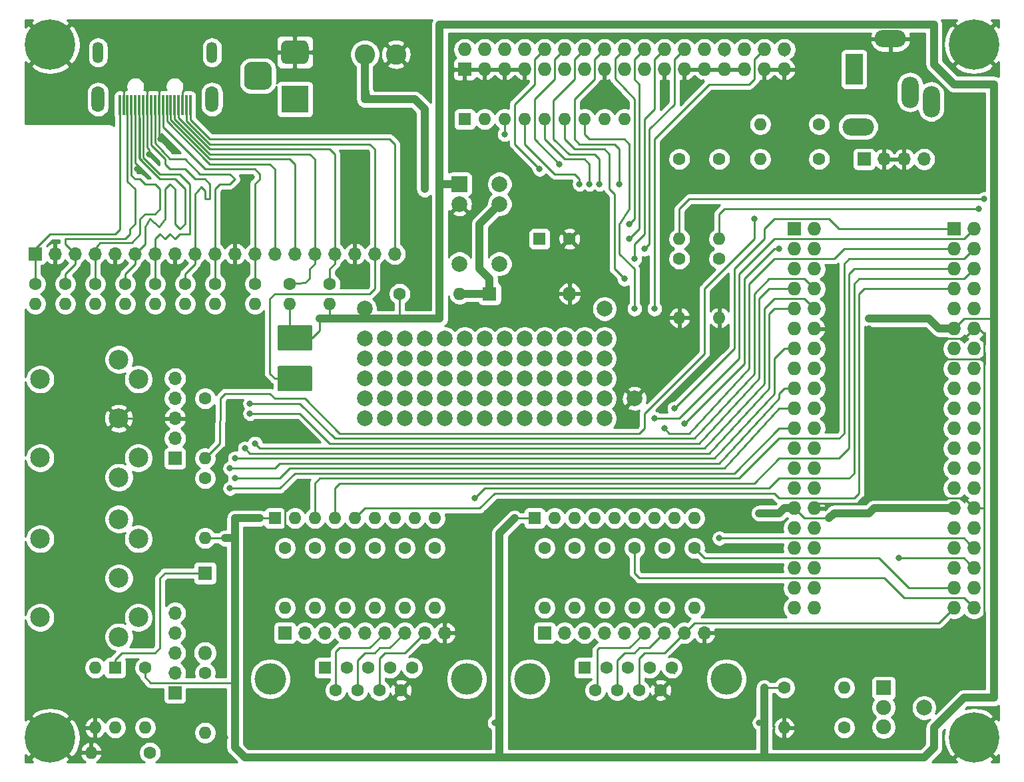
<source format=gtl>
G04 #@! TF.GenerationSoftware,KiCad,Pcbnew,(5.1.5-0-10_14)*
G04 #@! TF.CreationDate,2020-02-16T14:34:08+09:00*
G04 #@! TF.ProjectId,F68K-IO,4636384b-2d49-44f2-9e6b-696361645f70,rev?*
G04 #@! TF.SameCoordinates,Original*
G04 #@! TF.FileFunction,Copper,L1,Top*
G04 #@! TF.FilePolarity,Positive*
%FSLAX46Y46*%
G04 Gerber Fmt 4.6, Leading zero omitted, Abs format (unit mm)*
G04 Created by KiCad (PCBNEW (5.1.5-0-10_14)) date 2020-02-16 14:34:08*
%MOMM*%
%LPD*%
G04 APERTURE LIST*
%ADD10C,2.000000*%
%ADD11C,2.500000*%
%ADD12O,1.600000X1.600000*%
%ADD13C,1.600000*%
%ADD14C,4.000000*%
%ADD15R,1.600000X1.600000*%
%ADD16R,2.000000X2.000000*%
%ADD17C,2.600000*%
%ADD18C,0.100000*%
%ADD19R,3.500000X3.500000*%
%ADD20O,1.800000X1.800000*%
%ADD21R,1.800000X1.800000*%
%ADD22O,1.700000X1.700000*%
%ADD23R,1.700000X1.700000*%
%ADD24O,1.727200X1.727200*%
%ADD25R,1.727200X1.727200*%
%ADD26C,1.900000*%
%ADD27R,1.900000X1.900000*%
%ADD28C,6.400000*%
%ADD29R,0.300000X2.600000*%
%ADD30O,1.350000X2.700000*%
%ADD31O,1.650000X3.300000*%
%ADD32O,4.000000X2.200000*%
%ADD33O,2.200000X4.000000*%
%ADD34R,2.200000X4.000000*%
%ADD35C,0.800000*%
%ADD36C,0.250000*%
%ADD37C,1.000000*%
%ADD38C,0.254000*%
G04 APERTURE END LIST*
D10*
X162560000Y-95250000D03*
X160020000Y-95250000D03*
X157480000Y-95250000D03*
X154940000Y-95250000D03*
X152400000Y-95250000D03*
X149860000Y-95250000D03*
X147320000Y-95250000D03*
X144780000Y-95250000D03*
X142240000Y-95250000D03*
X139700000Y-95250000D03*
X137160000Y-95250000D03*
X134620000Y-95250000D03*
X132080000Y-95250000D03*
X162560000Y-92710000D03*
X160020000Y-92710000D03*
X157480000Y-92710000D03*
X154940000Y-92710000D03*
X152400000Y-92710000D03*
X149860000Y-92710000D03*
X147320000Y-92710000D03*
X144780000Y-92710000D03*
X142240000Y-92710000D03*
X139700000Y-92710000D03*
X137160000Y-92710000D03*
X134620000Y-92710000D03*
X132080000Y-92710000D03*
X162560000Y-90170000D03*
X160020000Y-90170000D03*
X157480000Y-90170000D03*
X154940000Y-90170000D03*
X152400000Y-90170000D03*
X149860000Y-90170000D03*
X147320000Y-90170000D03*
X144780000Y-90170000D03*
X142240000Y-90170000D03*
X139700000Y-90170000D03*
X137160000Y-90170000D03*
X134620000Y-90170000D03*
X132080000Y-90170000D03*
X162560000Y-87630000D03*
X160020000Y-87630000D03*
X157480000Y-87630000D03*
X154940000Y-87630000D03*
X152400000Y-87630000D03*
X149860000Y-87630000D03*
X147320000Y-87630000D03*
X144780000Y-87630000D03*
X142240000Y-87630000D03*
X139700000Y-87630000D03*
X137160000Y-87630000D03*
X134620000Y-87630000D03*
X132080000Y-87630000D03*
X162560000Y-85090000D03*
X160020000Y-85090000D03*
X157480000Y-85090000D03*
X154940000Y-85090000D03*
X152400000Y-85090000D03*
X149860000Y-85090000D03*
X147320000Y-85090000D03*
X144780000Y-85090000D03*
X142240000Y-85090000D03*
X139700000Y-85090000D03*
X137160000Y-85090000D03*
X134620000Y-85090000D03*
X132080000Y-85090000D03*
D11*
X90790000Y-90250000D03*
X90790000Y-100250000D03*
X103290000Y-90250000D03*
X100790000Y-102750000D03*
X100790000Y-95250000D03*
X103290000Y-100250000D03*
X100790000Y-87750000D03*
D12*
X111760000Y-100330000D03*
D13*
X111760000Y-92710000D03*
D12*
X111760000Y-110490000D03*
D13*
X111760000Y-102870000D03*
D12*
X118110000Y-80645000D03*
D13*
X118110000Y-78105000D03*
D12*
X113030000Y-80645000D03*
D13*
X113030000Y-78105000D03*
D12*
X109220000Y-80645000D03*
D13*
X109220000Y-78105000D03*
D12*
X105410000Y-80645000D03*
D13*
X105410000Y-78105000D03*
D12*
X101600000Y-80645000D03*
D13*
X101600000Y-78105000D03*
D12*
X97790000Y-80645000D03*
D13*
X97790000Y-78105000D03*
D12*
X93980000Y-80645000D03*
D13*
X93980000Y-78105000D03*
D12*
X90170000Y-80645000D03*
D13*
X90170000Y-78105000D03*
D12*
X122555000Y-80645000D03*
D13*
X122555000Y-78105000D03*
D12*
X127635000Y-80645000D03*
D13*
X127635000Y-78105000D03*
D10*
X166370000Y-92710000D03*
X132080000Y-81280000D03*
X162560000Y-81280000D03*
D14*
X145040000Y-128420000D03*
X120040000Y-128420000D03*
D13*
X136695000Y-129840000D03*
X133925000Y-129840000D03*
X131155000Y-129840000D03*
X128385000Y-129840000D03*
X138080000Y-127000000D03*
X135310000Y-127000000D03*
X132540000Y-127000000D03*
X129770000Y-127000000D03*
D15*
X127000000Y-127000000D03*
D10*
X149225000Y-75565000D03*
X149225000Y-67945000D03*
X144145000Y-75565000D03*
X144145000Y-67945000D03*
X149225000Y-65405000D03*
D16*
X144145000Y-65405000D03*
D17*
X136040000Y-48895000D03*
X132080000Y-48895000D03*
D12*
X144145000Y-79375000D03*
D13*
X136525000Y-79375000D03*
G04 #@! TA.AperFunction,ComponentPad*
D18*
G36*
X119450765Y-49864213D02*
G01*
X119535704Y-49876813D01*
X119618999Y-49897677D01*
X119699848Y-49926605D01*
X119777472Y-49963319D01*
X119851124Y-50007464D01*
X119920094Y-50058616D01*
X119983718Y-50116282D01*
X120041384Y-50179906D01*
X120092536Y-50248876D01*
X120136681Y-50322528D01*
X120173395Y-50400152D01*
X120202323Y-50481001D01*
X120223187Y-50564296D01*
X120235787Y-50649235D01*
X120240000Y-50735000D01*
X120240000Y-52485000D01*
X120235787Y-52570765D01*
X120223187Y-52655704D01*
X120202323Y-52738999D01*
X120173395Y-52819848D01*
X120136681Y-52897472D01*
X120092536Y-52971124D01*
X120041384Y-53040094D01*
X119983718Y-53103718D01*
X119920094Y-53161384D01*
X119851124Y-53212536D01*
X119777472Y-53256681D01*
X119699848Y-53293395D01*
X119618999Y-53322323D01*
X119535704Y-53343187D01*
X119450765Y-53355787D01*
X119365000Y-53360000D01*
X117615000Y-53360000D01*
X117529235Y-53355787D01*
X117444296Y-53343187D01*
X117361001Y-53322323D01*
X117280152Y-53293395D01*
X117202528Y-53256681D01*
X117128876Y-53212536D01*
X117059906Y-53161384D01*
X116996282Y-53103718D01*
X116938616Y-53040094D01*
X116887464Y-52971124D01*
X116843319Y-52897472D01*
X116806605Y-52819848D01*
X116777677Y-52738999D01*
X116756813Y-52655704D01*
X116744213Y-52570765D01*
X116740000Y-52485000D01*
X116740000Y-50735000D01*
X116744213Y-50649235D01*
X116756813Y-50564296D01*
X116777677Y-50481001D01*
X116806605Y-50400152D01*
X116843319Y-50322528D01*
X116887464Y-50248876D01*
X116938616Y-50179906D01*
X116996282Y-50116282D01*
X117059906Y-50058616D01*
X117128876Y-50007464D01*
X117202528Y-49963319D01*
X117280152Y-49926605D01*
X117361001Y-49897677D01*
X117444296Y-49876813D01*
X117529235Y-49864213D01*
X117615000Y-49860000D01*
X119365000Y-49860000D01*
X119450765Y-49864213D01*
G37*
G04 #@! TD.AperFunction*
G04 #@! TA.AperFunction,ComponentPad*
G36*
X124263513Y-47113611D02*
G01*
X124336318Y-47124411D01*
X124407714Y-47142295D01*
X124477013Y-47167090D01*
X124543548Y-47198559D01*
X124606678Y-47236398D01*
X124665795Y-47280242D01*
X124720330Y-47329670D01*
X124769758Y-47384205D01*
X124813602Y-47443322D01*
X124851441Y-47506452D01*
X124882910Y-47572987D01*
X124907705Y-47642286D01*
X124925589Y-47713682D01*
X124936389Y-47786487D01*
X124940000Y-47860000D01*
X124940000Y-49360000D01*
X124936389Y-49433513D01*
X124925589Y-49506318D01*
X124907705Y-49577714D01*
X124882910Y-49647013D01*
X124851441Y-49713548D01*
X124813602Y-49776678D01*
X124769758Y-49835795D01*
X124720330Y-49890330D01*
X124665795Y-49939758D01*
X124606678Y-49983602D01*
X124543548Y-50021441D01*
X124477013Y-50052910D01*
X124407714Y-50077705D01*
X124336318Y-50095589D01*
X124263513Y-50106389D01*
X124190000Y-50110000D01*
X122190000Y-50110000D01*
X122116487Y-50106389D01*
X122043682Y-50095589D01*
X121972286Y-50077705D01*
X121902987Y-50052910D01*
X121836452Y-50021441D01*
X121773322Y-49983602D01*
X121714205Y-49939758D01*
X121659670Y-49890330D01*
X121610242Y-49835795D01*
X121566398Y-49776678D01*
X121528559Y-49713548D01*
X121497090Y-49647013D01*
X121472295Y-49577714D01*
X121454411Y-49506318D01*
X121443611Y-49433513D01*
X121440000Y-49360000D01*
X121440000Y-47860000D01*
X121443611Y-47786487D01*
X121454411Y-47713682D01*
X121472295Y-47642286D01*
X121497090Y-47572987D01*
X121528559Y-47506452D01*
X121566398Y-47443322D01*
X121610242Y-47384205D01*
X121659670Y-47329670D01*
X121714205Y-47280242D01*
X121773322Y-47236398D01*
X121836452Y-47198559D01*
X121902987Y-47167090D01*
X121972286Y-47142295D01*
X122043682Y-47124411D01*
X122116487Y-47113611D01*
X122190000Y-47110000D01*
X124190000Y-47110000D01*
X124263513Y-47113611D01*
G37*
G04 #@! TD.AperFunction*
D19*
X123190000Y-54610000D03*
D20*
X158115000Y-79375000D03*
D21*
X147955000Y-79375000D03*
D13*
X158105000Y-72390000D03*
D15*
X154305000Y-72390000D03*
D22*
X135890000Y-74295000D03*
X133350000Y-74295000D03*
X130810000Y-74295000D03*
X128270000Y-74295000D03*
X125730000Y-74295000D03*
X123190000Y-74295000D03*
X120650000Y-74295000D03*
X118110000Y-74295000D03*
X115570000Y-74295000D03*
X113030000Y-74295000D03*
X110490000Y-74295000D03*
X107950000Y-74295000D03*
X105410000Y-74295000D03*
X102870000Y-74295000D03*
X100330000Y-74295000D03*
X97790000Y-74295000D03*
X95250000Y-74295000D03*
X92710000Y-74295000D03*
D23*
X90170000Y-74295000D03*
D24*
X189230000Y-119380000D03*
X186690000Y-119380000D03*
X189230000Y-116840000D03*
X186690000Y-116840000D03*
X189230000Y-114300000D03*
X186690000Y-114300000D03*
X189230000Y-111760000D03*
X186690000Y-111760000D03*
X189230000Y-109220000D03*
X186690000Y-109220000D03*
X189230000Y-106680000D03*
X186690000Y-106680000D03*
X189230000Y-104140000D03*
X186690000Y-104140000D03*
X189230000Y-101600000D03*
X186690000Y-101600000D03*
X189230000Y-99060000D03*
X186690000Y-99060000D03*
X189230000Y-96520000D03*
X186690000Y-96520000D03*
X189230000Y-93980000D03*
X186690000Y-93980000D03*
X189230000Y-91440000D03*
X186690000Y-91440000D03*
X189230000Y-88900000D03*
X186690000Y-88900000D03*
X189230000Y-86360000D03*
X186690000Y-86360000D03*
X189230000Y-83820000D03*
X186690000Y-83820000D03*
X189230000Y-81280000D03*
X186690000Y-81280000D03*
X189230000Y-78740000D03*
X186690000Y-78740000D03*
X189230000Y-76200000D03*
X186690000Y-76200000D03*
X189230000Y-73660000D03*
X186690000Y-73660000D03*
X189230000Y-71120000D03*
D25*
X186690000Y-71120000D03*
D10*
X203200000Y-132080000D03*
D26*
X198056500Y-134540000D03*
X198056500Y-132040000D03*
D27*
X198056500Y-129540000D03*
D12*
X185420000Y-134620000D03*
D13*
X193040000Y-134620000D03*
D12*
X193040000Y-129540000D03*
D13*
X185420000Y-129540000D03*
D28*
X209550000Y-135890000D03*
X209550000Y-47625000D03*
X92075000Y-135890000D03*
X92075000Y-47625000D03*
D12*
X177165000Y-72390000D03*
D13*
X177165000Y-62230000D03*
D12*
X172085000Y-72390000D03*
D13*
X172085000Y-62230000D03*
D12*
X97275000Y-137795000D03*
D13*
X104775000Y-137795000D03*
D12*
X182365000Y-62230000D03*
D13*
X189865000Y-62230000D03*
D12*
X182365000Y-57785000D03*
D13*
X189865000Y-57785000D03*
D12*
X172085000Y-82430000D03*
D13*
X172085000Y-74930000D03*
D12*
X177165000Y-82430000D03*
D13*
X177165000Y-74930000D03*
D11*
X90790000Y-110570000D03*
X90790000Y-120570000D03*
X103290000Y-110570000D03*
X100790000Y-123070000D03*
X100790000Y-115570000D03*
X103290000Y-120570000D03*
X100790000Y-108070000D03*
D12*
X100330000Y-134620000D03*
X97790000Y-127000000D03*
X97790000Y-134620000D03*
D15*
X100330000Y-127000000D03*
D12*
X104140000Y-134620000D03*
D13*
X104140000Y-127000000D03*
D12*
X111760000Y-135255000D03*
D13*
X111760000Y-127635000D03*
D22*
X107950000Y-90170000D03*
X107950000Y-92710000D03*
X107950000Y-95250000D03*
X107950000Y-97790000D03*
D23*
X107950000Y-100330000D03*
D22*
X107950000Y-120015000D03*
X107950000Y-122555000D03*
X107950000Y-125095000D03*
X107950000Y-127635000D03*
D23*
X107950000Y-130175000D03*
D29*
X109910000Y-55370000D03*
X109410000Y-55370000D03*
X108910000Y-55370000D03*
X108410000Y-55370000D03*
X107910000Y-55370000D03*
X107410000Y-55370000D03*
X106910000Y-55370000D03*
X106410000Y-55370000D03*
X105910000Y-55370000D03*
X105410000Y-55370000D03*
X104910000Y-55370000D03*
X104410000Y-55370000D03*
X103910000Y-55370000D03*
X103410000Y-55370000D03*
X102910000Y-55370000D03*
X102410000Y-55370000D03*
X101910000Y-55370000D03*
X101410000Y-55370000D03*
X100910000Y-55370000D03*
D30*
X98160000Y-48650000D03*
X112660000Y-48650000D03*
D31*
X98160000Y-54610000D03*
X112660000Y-54610000D03*
D22*
X175260000Y-122555000D03*
X172720000Y-122555000D03*
X170180000Y-122555000D03*
X167640000Y-122555000D03*
X165100000Y-122555000D03*
X162560000Y-122555000D03*
X160020000Y-122555000D03*
X157480000Y-122555000D03*
D23*
X154940000Y-122555000D03*
D22*
X203200000Y-62230000D03*
X200660000Y-62230000D03*
X198120000Y-62230000D03*
D23*
X195580000Y-62230000D03*
D22*
X142240000Y-122555000D03*
X139700000Y-122555000D03*
X137160000Y-122555000D03*
X134620000Y-122555000D03*
X132080000Y-122555000D03*
X129540000Y-122555000D03*
X127000000Y-122555000D03*
X124460000Y-122555000D03*
D23*
X121920000Y-122555000D03*
D14*
X178060000Y-128420000D03*
X153060000Y-128420000D03*
D13*
X169715000Y-129840000D03*
X166945000Y-129840000D03*
X164175000Y-129840000D03*
X161405000Y-129840000D03*
X171100000Y-127000000D03*
X168330000Y-127000000D03*
X165560000Y-127000000D03*
X162790000Y-127000000D03*
D15*
X160020000Y-127000000D03*
G04 #@! TA.AperFunction,SMDPad,CuDef*
D18*
G36*
X125189504Y-88571204D02*
G01*
X125213773Y-88574804D01*
X125237571Y-88580765D01*
X125260671Y-88589030D01*
X125282849Y-88599520D01*
X125303893Y-88612133D01*
X125323598Y-88626747D01*
X125341777Y-88643223D01*
X125358253Y-88661402D01*
X125372867Y-88681107D01*
X125385480Y-88702151D01*
X125395970Y-88724329D01*
X125404235Y-88747429D01*
X125410196Y-88771227D01*
X125413796Y-88795496D01*
X125415000Y-88820000D01*
X125415000Y-91520000D01*
X125413796Y-91544504D01*
X125410196Y-91568773D01*
X125404235Y-91592571D01*
X125395970Y-91615671D01*
X125385480Y-91637849D01*
X125372867Y-91658893D01*
X125358253Y-91678598D01*
X125341777Y-91696777D01*
X125323598Y-91713253D01*
X125303893Y-91727867D01*
X125282849Y-91740480D01*
X125260671Y-91750970D01*
X125237571Y-91759235D01*
X125213773Y-91765196D01*
X125189504Y-91768796D01*
X125165000Y-91770000D01*
X121215000Y-91770000D01*
X121190496Y-91768796D01*
X121166227Y-91765196D01*
X121142429Y-91759235D01*
X121119329Y-91750970D01*
X121097151Y-91740480D01*
X121076107Y-91727867D01*
X121056402Y-91713253D01*
X121038223Y-91696777D01*
X121021747Y-91678598D01*
X121007133Y-91658893D01*
X120994520Y-91637849D01*
X120984030Y-91615671D01*
X120975765Y-91592571D01*
X120969804Y-91568773D01*
X120966204Y-91544504D01*
X120965000Y-91520000D01*
X120965000Y-88820000D01*
X120966204Y-88795496D01*
X120969804Y-88771227D01*
X120975765Y-88747429D01*
X120984030Y-88724329D01*
X120994520Y-88702151D01*
X121007133Y-88681107D01*
X121021747Y-88661402D01*
X121038223Y-88643223D01*
X121056402Y-88626747D01*
X121076107Y-88612133D01*
X121097151Y-88599520D01*
X121119329Y-88589030D01*
X121142429Y-88580765D01*
X121166227Y-88574804D01*
X121190496Y-88571204D01*
X121215000Y-88570000D01*
X125165000Y-88570000D01*
X125189504Y-88571204D01*
G37*
G04 #@! TD.AperFunction*
G04 #@! TA.AperFunction,SMDPad,CuDef*
G36*
X125189504Y-83371204D02*
G01*
X125213773Y-83374804D01*
X125237571Y-83380765D01*
X125260671Y-83389030D01*
X125282849Y-83399520D01*
X125303893Y-83412133D01*
X125323598Y-83426747D01*
X125341777Y-83443223D01*
X125358253Y-83461402D01*
X125372867Y-83481107D01*
X125385480Y-83502151D01*
X125395970Y-83524329D01*
X125404235Y-83547429D01*
X125410196Y-83571227D01*
X125413796Y-83595496D01*
X125415000Y-83620000D01*
X125415000Y-86320000D01*
X125413796Y-86344504D01*
X125410196Y-86368773D01*
X125404235Y-86392571D01*
X125395970Y-86415671D01*
X125385480Y-86437849D01*
X125372867Y-86458893D01*
X125358253Y-86478598D01*
X125341777Y-86496777D01*
X125323598Y-86513253D01*
X125303893Y-86527867D01*
X125282849Y-86540480D01*
X125260671Y-86550970D01*
X125237571Y-86559235D01*
X125213773Y-86565196D01*
X125189504Y-86568796D01*
X125165000Y-86570000D01*
X121215000Y-86570000D01*
X121190496Y-86568796D01*
X121166227Y-86565196D01*
X121142429Y-86559235D01*
X121119329Y-86550970D01*
X121097151Y-86540480D01*
X121076107Y-86527867D01*
X121056402Y-86513253D01*
X121038223Y-86496777D01*
X121021747Y-86478598D01*
X121007133Y-86458893D01*
X120994520Y-86437849D01*
X120984030Y-86415671D01*
X120975765Y-86392571D01*
X120969804Y-86368773D01*
X120966204Y-86344504D01*
X120965000Y-86320000D01*
X120965000Y-83620000D01*
X120966204Y-83595496D01*
X120969804Y-83571227D01*
X120975765Y-83547429D01*
X120984030Y-83524329D01*
X120994520Y-83502151D01*
X121007133Y-83481107D01*
X121021747Y-83461402D01*
X121038223Y-83443223D01*
X121056402Y-83426747D01*
X121076107Y-83412133D01*
X121097151Y-83399520D01*
X121119329Y-83389030D01*
X121142429Y-83380765D01*
X121166227Y-83374804D01*
X121190496Y-83371204D01*
X121215000Y-83370000D01*
X125165000Y-83370000D01*
X125189504Y-83371204D01*
G37*
G04 #@! TD.AperFunction*
D20*
X111760000Y-125095000D03*
D21*
X111760000Y-114935000D03*
D12*
X165100000Y-57150000D03*
X162560000Y-57150000D03*
X160020000Y-57150000D03*
X157480000Y-57150000D03*
X154940000Y-57150000D03*
X152400000Y-57150000D03*
X149860000Y-57150000D03*
X147320000Y-57150000D03*
D15*
X144780000Y-57150000D03*
D12*
X173990000Y-107950000D03*
X171450000Y-107950000D03*
X168910000Y-107950000D03*
X166370000Y-107950000D03*
X163830000Y-107950000D03*
X161290000Y-107950000D03*
X158750000Y-107950000D03*
X156210000Y-107950000D03*
D15*
X153670000Y-107950000D03*
D12*
X140970000Y-107950000D03*
X138430000Y-107950000D03*
X135890000Y-107950000D03*
X133350000Y-107950000D03*
X130810000Y-107950000D03*
X128270000Y-107950000D03*
X125730000Y-107950000D03*
X123190000Y-107950000D03*
D15*
X120650000Y-107950000D03*
D12*
X166370000Y-119380000D03*
D13*
X166370000Y-111760000D03*
D12*
X162560000Y-119380000D03*
D13*
X162560000Y-111760000D03*
D12*
X173990000Y-119380000D03*
D13*
X173990000Y-111760000D03*
D12*
X158750000Y-119380000D03*
D13*
X158750000Y-111760000D03*
D12*
X170180000Y-119380000D03*
D13*
X170180000Y-111760000D03*
D12*
X154940000Y-119380000D03*
D13*
X154940000Y-111760000D03*
D12*
X133350000Y-119380000D03*
D13*
X133350000Y-111760000D03*
D12*
X129540000Y-119380000D03*
D13*
X129540000Y-111760000D03*
D12*
X140970000Y-119380000D03*
D13*
X140970000Y-111760000D03*
D12*
X125730000Y-119380000D03*
D13*
X125730000Y-111760000D03*
D12*
X137160000Y-119380000D03*
D13*
X137160000Y-111760000D03*
D12*
X121920000Y-119380000D03*
D13*
X121920000Y-111760000D03*
D24*
X209550000Y-119380000D03*
X207010000Y-119380000D03*
X209550000Y-116840000D03*
X207010000Y-116840000D03*
X209550000Y-114300000D03*
X207010000Y-114300000D03*
X209550000Y-111760000D03*
X207010000Y-111760000D03*
X209550000Y-109220000D03*
X207010000Y-109220000D03*
X209550000Y-106680000D03*
X207010000Y-106680000D03*
X209550000Y-104140000D03*
X207010000Y-104140000D03*
X209550000Y-101600000D03*
X207010000Y-101600000D03*
X209550000Y-99060000D03*
X207010000Y-99060000D03*
X209550000Y-96520000D03*
X207010000Y-96520000D03*
X209550000Y-93980000D03*
X207010000Y-93980000D03*
X209550000Y-91440000D03*
X207010000Y-91440000D03*
X209550000Y-88900000D03*
X207010000Y-88900000D03*
X209550000Y-86360000D03*
X207010000Y-86360000D03*
X209550000Y-83820000D03*
X207010000Y-83820000D03*
X209550000Y-81280000D03*
X207010000Y-81280000D03*
X209550000Y-78740000D03*
X207010000Y-78740000D03*
X209550000Y-76200000D03*
X207010000Y-76200000D03*
X209550000Y-73660000D03*
X207010000Y-73660000D03*
X209550000Y-71120000D03*
D25*
X207010000Y-71120000D03*
D24*
X185420000Y-48260000D03*
X185420000Y-50800000D03*
X182880000Y-48260000D03*
X182880000Y-50800000D03*
X180340000Y-48260000D03*
X180340000Y-50800000D03*
X177800000Y-48260000D03*
X177800000Y-50800000D03*
X175260000Y-48260000D03*
X175260000Y-50800000D03*
X172720000Y-48260000D03*
X172720000Y-50800000D03*
X170180000Y-48260000D03*
X170180000Y-50800000D03*
X167640000Y-48260000D03*
X167640000Y-50800000D03*
X165100000Y-48260000D03*
X165100000Y-50800000D03*
X162560000Y-48260000D03*
X162560000Y-50800000D03*
X160020000Y-48260000D03*
X160020000Y-50800000D03*
X157480000Y-48260000D03*
X157480000Y-50800000D03*
X154940000Y-48260000D03*
X154940000Y-50800000D03*
X152400000Y-48260000D03*
X152400000Y-50800000D03*
X149860000Y-48260000D03*
X149860000Y-50800000D03*
X147320000Y-48260000D03*
X147320000Y-50800000D03*
X144780000Y-48260000D03*
D25*
X144780000Y-50800000D03*
D32*
X198910000Y-46900000D03*
D33*
X204110000Y-54900000D03*
X201410000Y-53700000D03*
D32*
X194810000Y-58100000D03*
D34*
X194310000Y-50800000D03*
D35*
X196215000Y-83820000D03*
X209550000Y-128905000D03*
X209550000Y-135890000D03*
X106114790Y-59690000D03*
X100965000Y-52705000D03*
X104775000Y-52705000D03*
X106045000Y-52705000D03*
X109855000Y-52705000D03*
X104635000Y-61595000D03*
X103135000Y-63500000D03*
X151130000Y-106045000D03*
X147320000Y-136525000D03*
X114300000Y-135890000D03*
X114300000Y-138430000D03*
X146050000Y-105410000D03*
X196215000Y-82550000D03*
X182245000Y-133985000D03*
X148590000Y-133985000D03*
X166370000Y-81280000D03*
X168910000Y-81280000D03*
X165100000Y-77470000D03*
X160655000Y-65405000D03*
X159385000Y-65405000D03*
X167640000Y-73660000D03*
X166370000Y-74930000D03*
X165735000Y-72390000D03*
X165735000Y-70485000D03*
X164465000Y-65405000D03*
X161925000Y-65405000D03*
X156845000Y-62865000D03*
X154305000Y-63500000D03*
X149860000Y-59055000D03*
X182245000Y-107315000D03*
X181610000Y-69850000D03*
X200025000Y-113030000D03*
X177165000Y-110490000D03*
X170180000Y-96520000D03*
X168910000Y-95250000D03*
X171450000Y-93980000D03*
X210185000Y-68580000D03*
X210820000Y-67310000D03*
X172720000Y-95885000D03*
X184785000Y-73660000D03*
X139700000Y-66040000D03*
X114935000Y-104140000D03*
X115570000Y-102870000D03*
X114935000Y-101600000D03*
X115570000Y-100330000D03*
X118110000Y-98425000D03*
X116840000Y-99060000D03*
X117475000Y-93345000D03*
X117475000Y-94615000D03*
D36*
X189865000Y-106045000D02*
X189230000Y-106680000D01*
X195580000Y-106045000D02*
X189865000Y-106045000D01*
X196215000Y-105410000D02*
X195580000Y-106045000D01*
X208280000Y-105410000D02*
X196215000Y-105410000D01*
X209550000Y-106680000D02*
X208280000Y-105410000D01*
X196215000Y-83820000D02*
X196215000Y-105410000D01*
X105910000Y-55370000D02*
X105910000Y-55872000D01*
X105910000Y-59485210D02*
X106114790Y-59690000D01*
X105910000Y-55872000D02*
X105910000Y-59485210D01*
X108885008Y-55291008D02*
X108885001Y-55291001D01*
X201295000Y-83820000D02*
X196215000Y-83820000D01*
X205186399Y-87711399D02*
X201295000Y-83820000D01*
X210820000Y-87711399D02*
X205186399Y-87711399D01*
X210820000Y-84455000D02*
X210820000Y-127635000D01*
X210820000Y-127635000D02*
X209550000Y-128905000D01*
X210185000Y-83820000D02*
X210820000Y-84455000D01*
X209550000Y-106680000D02*
X210820000Y-106680000D01*
X101410000Y-53150000D02*
X100965000Y-52705000D01*
X101410000Y-55370000D02*
X101410000Y-53150000D01*
X104410000Y-53070000D02*
X104775000Y-52705000D01*
X104410000Y-55370000D02*
X104410000Y-53070000D01*
X105910000Y-52840000D02*
X106045000Y-52705000D01*
X105910000Y-55370000D02*
X105910000Y-52840000D01*
X108910000Y-53650000D02*
X109855000Y-52705000D01*
X108910000Y-55370000D02*
X108910000Y-53650000D01*
X104410000Y-56920000D02*
X104410000Y-55370000D01*
X104410000Y-60804315D02*
X104410000Y-56920000D01*
X104635000Y-61029315D02*
X104410000Y-60804315D01*
X104635000Y-61595000D02*
X104635000Y-61029315D01*
X102910000Y-56920000D02*
X102910000Y-55370000D01*
X102910000Y-62709315D02*
X102910000Y-56920000D01*
X103135000Y-62934315D02*
X102910000Y-62709315D01*
X103135000Y-63500000D02*
X103135000Y-62934315D01*
X143510000Y-116840000D02*
X140970000Y-114300000D01*
X143510000Y-120082919D02*
X143510000Y-116840000D01*
X142240000Y-121352919D02*
X143510000Y-120082919D01*
X142240000Y-122555000D02*
X142240000Y-121352919D01*
X149225000Y-106045000D02*
X140970000Y-114300000D01*
X151130000Y-106045000D02*
X149225000Y-106045000D01*
X100790000Y-95250000D02*
X97155000Y-98885000D01*
X97155000Y-98885000D02*
X97155000Y-104775000D01*
X97155000Y-104775000D02*
X97790000Y-105410000D01*
X121285000Y-105410000D02*
X121920000Y-106045000D01*
X203200000Y-83820000D02*
X196215000Y-83820000D01*
X204470000Y-85090000D02*
X203200000Y-83820000D01*
X208280000Y-85090000D02*
X204470000Y-85090000D01*
X209550000Y-83820000D02*
X208280000Y-85090000D01*
X121920000Y-109220000D02*
X121920000Y-106045000D01*
X124460000Y-114300000D02*
X123825000Y-113665000D01*
X123825000Y-111125000D02*
X121920000Y-109220000D01*
X123825000Y-113665000D02*
X123825000Y-111125000D01*
X140970000Y-114300000D02*
X124460000Y-114300000D01*
X100790000Y-95250000D02*
X107950000Y-95250000D01*
X109152081Y-95250000D02*
X109855000Y-95952919D01*
X107950000Y-95250000D02*
X109152081Y-95250000D01*
X109855000Y-103505000D02*
X111760000Y-105410000D01*
X111760000Y-105410000D02*
X121285000Y-105410000D01*
X109855000Y-95952919D02*
X109855000Y-103505000D01*
X97790000Y-105410000D02*
X111760000Y-105410000D01*
X208280000Y-77470000D02*
X209550000Y-76200000D01*
X194945000Y-77470000D02*
X208280000Y-77470000D01*
X194310000Y-78105000D02*
X194945000Y-77470000D01*
X194310000Y-102235000D02*
X194310000Y-78105000D01*
X193675000Y-102870000D02*
X194310000Y-102235000D01*
X184785000Y-102870000D02*
X193675000Y-102870000D01*
X183515000Y-104140000D02*
X184785000Y-102870000D01*
X147320000Y-104140000D02*
X183515000Y-104140000D01*
X146050000Y-105410000D02*
X147320000Y-104140000D01*
X137160000Y-125095000D02*
X139700000Y-122555000D01*
X134620000Y-125095000D02*
X137160000Y-125095000D01*
X133925000Y-125790000D02*
X134620000Y-125095000D01*
X133925000Y-129840000D02*
X133925000Y-125790000D01*
X131155000Y-129840000D02*
X131155000Y-126020000D01*
X131155000Y-126020000D02*
X132080000Y-125095000D01*
X137160000Y-122555000D02*
X135255000Y-124460000D01*
X135255000Y-124460000D02*
X133985000Y-124460000D01*
X133985000Y-124460000D02*
X133350000Y-125095000D01*
X133350000Y-125095000D02*
X132080000Y-125095000D01*
X128385000Y-124980000D02*
X128385000Y-129840000D01*
X128905000Y-124460000D02*
X128385000Y-124980000D01*
X132715000Y-124460000D02*
X128905000Y-124460000D01*
X134620000Y-122555000D02*
X132715000Y-124460000D01*
D37*
X207010000Y-52705000D02*
X204470000Y-50165000D01*
X204470000Y-45085000D02*
X204470000Y-50165000D01*
X141605000Y-45085000D02*
X204470000Y-45085000D01*
X207010000Y-52705000D02*
X212090000Y-52705000D01*
D36*
X208280000Y-82550000D02*
X212090000Y-82550000D01*
X207010000Y-83820000D02*
X208280000Y-82550000D01*
D37*
X212090000Y-52705000D02*
X212090000Y-82550000D01*
X138430000Y-138430000D02*
X139065000Y-138430000D01*
D36*
X185420000Y-129540000D02*
X182880000Y-129540000D01*
D37*
X141605000Y-65405000D02*
X141605000Y-45085000D01*
X141605000Y-65405000D02*
X144145000Y-65405000D01*
X147320000Y-138430000D02*
X138430000Y-138430000D01*
X208280000Y-130810000D02*
X212090000Y-130810000D01*
X212090000Y-130810000D02*
X212090000Y-82550000D01*
X204470000Y-134620000D02*
X208280000Y-130810000D01*
X204470000Y-137160000D02*
X204470000Y-134620000D01*
X203200000Y-138430000D02*
X204470000Y-137160000D01*
X147320000Y-138430000D02*
X148590000Y-138430000D01*
X148590000Y-138430000D02*
X203200000Y-138430000D01*
X149225000Y-109855000D02*
X151130000Y-107950000D01*
D36*
X151130000Y-107950000D02*
X153670000Y-107950000D01*
D37*
X149225000Y-134620000D02*
X149225000Y-109855000D01*
X149225000Y-138430000D02*
X149225000Y-134620000D01*
X182880000Y-134620000D02*
X182880000Y-129540000D01*
X182880000Y-138430000D02*
X182880000Y-134620000D01*
D36*
X120650000Y-107950000D02*
X118745000Y-107950000D01*
X122555000Y-83820000D02*
X123190000Y-84455000D01*
X122555000Y-80645000D02*
X122555000Y-83820000D01*
D37*
X141605000Y-65405000D02*
X141605000Y-82550000D01*
X127635000Y-82550000D02*
X126365000Y-82550000D01*
D36*
X127635000Y-80645000D02*
X127635000Y-82550000D01*
X136525000Y-79375000D02*
X136525000Y-82550000D01*
D37*
X141605000Y-82550000D02*
X136525000Y-82550000D01*
D36*
X182245000Y-133985000D02*
X182880000Y-134620000D01*
X148590000Y-133985000D02*
X149225000Y-134620000D01*
X132080000Y-81280000D02*
X132080000Y-82550000D01*
D37*
X132080000Y-82550000D02*
X127635000Y-82550000D01*
X136525000Y-82550000D02*
X132080000Y-82550000D01*
X116840000Y-138430000D02*
X115570000Y-137160000D01*
X115570000Y-137160000D02*
X115570000Y-128905000D01*
X138430000Y-138430000D02*
X116840000Y-138430000D01*
D36*
X104818631Y-128905000D02*
X115570000Y-128905000D01*
X104140000Y-128131370D02*
X104818631Y-128905000D01*
X104140000Y-127000000D02*
X104140000Y-128131370D01*
D37*
X115570000Y-107950000D02*
X118745000Y-107950000D01*
X115570000Y-128905000D02*
X115570000Y-107950000D01*
X115570000Y-110490000D02*
X114300000Y-110490000D01*
D36*
X111760000Y-110490000D02*
X114300000Y-110490000D01*
X122555000Y-84335000D02*
X123190000Y-84970000D01*
X122555000Y-80645000D02*
X122555000Y-84335000D01*
X125415000Y-84970000D02*
X126365000Y-84020000D01*
X126365000Y-84020000D02*
X126365000Y-82550000D01*
X123190000Y-84970000D02*
X125415000Y-84970000D01*
D37*
X196215000Y-82550000D02*
X203835000Y-82550000D01*
X203835000Y-82550000D02*
X205105000Y-83820000D01*
X205105000Y-83820000D02*
X207010000Y-83820000D01*
D36*
X173990000Y-121285000D02*
X205105000Y-121285000D01*
X205105000Y-121285000D02*
X207010000Y-119380000D01*
X172720000Y-122555000D02*
X173990000Y-121285000D01*
X170180000Y-125095000D02*
X171870001Y-123404999D01*
X171870001Y-123404999D02*
X172720000Y-122555000D01*
X166945000Y-125790000D02*
X167640000Y-125095000D01*
X167640000Y-125095000D02*
X170180000Y-125095000D01*
X166945000Y-129840000D02*
X166945000Y-125790000D01*
X169545000Y-123190000D02*
X170180000Y-122555000D01*
X168275000Y-124460000D02*
X169545000Y-123190000D01*
X166370000Y-125095000D02*
X167005000Y-124460000D01*
X164175000Y-126020000D02*
X165100000Y-125095000D01*
X167005000Y-124460000D02*
X168275000Y-124460000D01*
X165100000Y-125095000D02*
X166370000Y-125095000D01*
X164175000Y-129840000D02*
X164175000Y-126020000D01*
X161664999Y-129580001D02*
X161664999Y-124720001D01*
X161405000Y-129840000D02*
X161664999Y-129580001D01*
X161664999Y-124720001D02*
X161925000Y-124460000D01*
X165735000Y-124460000D02*
X167640000Y-122555000D01*
X161925000Y-124460000D02*
X165735000Y-124460000D01*
X185420000Y-48260000D02*
X185420000Y-49040870D01*
X160020000Y-59055000D02*
X160020000Y-57150000D01*
X160655000Y-59690000D02*
X160020000Y-59055000D01*
X165100000Y-59690000D02*
X160655000Y-59690000D01*
X165735000Y-68580000D02*
X165735000Y-60325000D01*
X164465000Y-70485000D02*
X165735000Y-68580000D01*
X165735000Y-60325000D02*
X165100000Y-59690000D01*
X164465000Y-74295000D02*
X164465000Y-70485000D01*
X166370000Y-76200000D02*
X164465000Y-74295000D01*
X166370000Y-81280000D02*
X166370000Y-76200000D01*
X181610000Y-49530000D02*
X182880000Y-48260000D01*
X181610000Y-52070000D02*
X181610000Y-49530000D01*
X180975000Y-52705000D02*
X181610000Y-52070000D01*
X175895000Y-52705000D02*
X180975000Y-52705000D01*
X168910000Y-59690000D02*
X175895000Y-52705000D01*
X168910000Y-81280000D02*
X168910000Y-59690000D01*
X157480000Y-59690000D02*
X157480000Y-57150000D01*
X158750000Y-60960000D02*
X157480000Y-59690000D01*
X162560000Y-60960000D02*
X158750000Y-60960000D01*
X163195000Y-61595000D02*
X162560000Y-60960000D01*
X163195000Y-66040000D02*
X163195000Y-61595000D01*
X163830000Y-66675000D02*
X163195000Y-66040000D01*
X163830000Y-76200000D02*
X163830000Y-66675000D01*
X165100000Y-77470000D02*
X163830000Y-76200000D01*
X177800000Y-48260000D02*
X177800000Y-49040870D01*
X154940000Y-59690000D02*
X154940000Y-57150000D01*
X157480000Y-62230000D02*
X154940000Y-59690000D01*
X160020000Y-62230000D02*
X157480000Y-62230000D01*
X160655000Y-62865000D02*
X160020000Y-62230000D01*
X160655000Y-65405000D02*
X160655000Y-62865000D01*
X152400000Y-60325000D02*
X152400000Y-57150000D01*
X159385000Y-65405000D02*
X159385000Y-64770000D01*
X159385000Y-64770000D02*
X158750000Y-64135000D01*
X156210000Y-64135000D02*
X152400000Y-60325000D01*
X158750000Y-64135000D02*
X156210000Y-64135000D01*
X167640000Y-73660000D02*
X168275000Y-73025000D01*
X171450000Y-55245000D02*
X171450000Y-49530000D01*
X171450000Y-49530000D02*
X172720000Y-48260000D01*
X168275000Y-73025000D02*
X168275000Y-58420000D01*
X168275000Y-58420000D02*
X171450000Y-55245000D01*
X168910000Y-49530000D02*
X170180000Y-48260000D01*
X168910000Y-55880000D02*
X168910000Y-49530000D01*
X167640000Y-57150000D02*
X168910000Y-55880000D01*
X167640000Y-71755000D02*
X167640000Y-57150000D01*
X166370000Y-73025000D02*
X167640000Y-71755000D01*
X166370000Y-74930000D02*
X166370000Y-73025000D01*
X166370000Y-49530000D02*
X167640000Y-48260000D01*
X166370000Y-52070000D02*
X166370000Y-49530000D01*
X167005000Y-52705000D02*
X166370000Y-52070000D01*
X167005000Y-71120000D02*
X167005000Y-52705000D01*
X165735000Y-72390000D02*
X167005000Y-71120000D01*
X163911399Y-49448601D02*
X165100000Y-48260000D01*
X163911399Y-51988601D02*
X163911399Y-49448601D01*
X166370000Y-54610000D02*
X163911399Y-51988601D01*
X166370000Y-69850000D02*
X166370000Y-54610000D01*
X165735000Y-70485000D02*
X166370000Y-69850000D01*
X161290000Y-52070000D02*
X161290000Y-49530000D01*
X158750000Y-54610000D02*
X161290000Y-52070000D01*
X163830000Y-60325000D02*
X159385000Y-60325000D01*
X161290000Y-49530000D02*
X162560000Y-48260000D01*
X158750000Y-59690000D02*
X158750000Y-54610000D01*
X159385000Y-60325000D02*
X158750000Y-59690000D01*
X164465000Y-60960000D02*
X163830000Y-60325000D01*
X164465000Y-65405000D02*
X164465000Y-60960000D01*
X159385000Y-48895000D02*
X160020000Y-48260000D01*
X156065001Y-54754999D02*
X158750000Y-52070000D01*
X158115000Y-61595000D02*
X156065001Y-59690000D01*
X156065001Y-59690000D02*
X156065001Y-54754999D01*
X161290000Y-61595000D02*
X158115000Y-61595000D01*
X161925000Y-65405000D02*
X161925000Y-62230000D01*
X161925000Y-62230000D02*
X161290000Y-61595000D01*
X158750000Y-52070000D02*
X158750000Y-49530000D01*
X158750000Y-49530000D02*
X159385000Y-48895000D01*
X156210000Y-49530000D02*
X157480000Y-48260000D01*
X156210000Y-52070000D02*
X156210000Y-49530000D01*
X153670000Y-59690000D02*
X153670000Y-54610000D01*
X153670000Y-54610000D02*
X156210000Y-52070000D01*
X156845000Y-62865000D02*
X153670000Y-59690000D01*
X153670000Y-52705000D02*
X153670000Y-49530000D01*
X153670000Y-49530000D02*
X154940000Y-48260000D01*
X151130000Y-55245000D02*
X153670000Y-52705000D01*
X151130000Y-60325000D02*
X151130000Y-55245000D01*
X154305000Y-63500000D02*
X151130000Y-60325000D01*
X149860000Y-59055000D02*
X149860000Y-57150000D01*
X207010000Y-106680000D02*
X206375000Y-106680000D01*
D37*
X182245000Y-107315000D02*
X184785000Y-107315000D01*
X184785000Y-107315000D02*
X185420000Y-106680000D01*
X185420000Y-106680000D02*
X186690000Y-106680000D01*
D36*
X186690000Y-106680000D02*
X187960000Y-107950000D01*
X187960000Y-107950000D02*
X190500000Y-107950000D01*
X190500000Y-107950000D02*
X191135000Y-107950000D01*
D37*
X207010000Y-106680000D02*
X196850000Y-106680000D01*
X196850000Y-106680000D02*
X196215000Y-107315000D01*
X191770000Y-107315000D02*
X191135000Y-107950000D01*
X196215000Y-107315000D02*
X191770000Y-107315000D01*
D36*
X175260000Y-78740000D02*
X181610000Y-72390000D01*
X175260000Y-86995000D02*
X175260000Y-78740000D01*
X167640000Y-94615000D02*
X175260000Y-86995000D01*
X167640000Y-96520000D02*
X167640000Y-94615000D01*
X167005000Y-97155000D02*
X167640000Y-96520000D01*
X124460000Y-92710000D02*
X128905000Y-97155000D01*
X128905000Y-97155000D02*
X167005000Y-97155000D01*
X114300000Y-92075000D02*
X120015000Y-92075000D01*
X113702352Y-92710000D02*
X114300000Y-92075000D01*
X120650000Y-92710000D02*
X124460000Y-92710000D01*
X120015000Y-92075000D02*
X120650000Y-92710000D01*
X181610000Y-72390000D02*
X181610000Y-69850000D01*
X113665000Y-98425000D02*
X113702352Y-92710000D01*
X111760000Y-100330000D02*
X113665000Y-98425000D01*
X208280000Y-118110000D02*
X209550000Y-119380000D01*
X200660000Y-118110000D02*
X208280000Y-118110000D01*
X166370000Y-114935000D02*
X167005000Y-115570000D01*
X198120000Y-115570000D02*
X200660000Y-118110000D01*
X167005000Y-115570000D02*
X198120000Y-115570000D01*
X166370000Y-111760000D02*
X166370000Y-114935000D01*
X197485000Y-113030000D02*
X201295000Y-116840000D01*
X201295000Y-116840000D02*
X207010000Y-116840000D01*
X197485000Y-113030000D02*
X175260000Y-113030000D01*
X175260000Y-113030000D02*
X173990000Y-111760000D01*
X209550000Y-114300000D02*
X208915000Y-113665000D01*
X208915000Y-113665000D02*
X208280000Y-113030000D01*
X208280000Y-113030000D02*
X200025000Y-113030000D01*
X208915000Y-111125000D02*
X209550000Y-111760000D01*
X208280000Y-110490000D02*
X208915000Y-111125000D01*
X177165000Y-110490000D02*
X208280000Y-110490000D01*
X132080000Y-106680000D02*
X130810000Y-107950000D01*
X146685000Y-106680000D02*
X132080000Y-106680000D01*
X148590000Y-104775000D02*
X146685000Y-106680000D01*
X184150000Y-104775000D02*
X148590000Y-104775000D01*
X194945000Y-104775000D02*
X194310000Y-105410000D01*
X184785000Y-105410000D02*
X184150000Y-104775000D01*
X194310000Y-105410000D02*
X184785000Y-105410000D01*
X194945000Y-79375000D02*
X194945000Y-104775000D01*
X195580000Y-78740000D02*
X194945000Y-79375000D01*
X207010000Y-78740000D02*
X195580000Y-78740000D01*
X128270000Y-104140000D02*
X128270000Y-107950000D01*
X181610000Y-103505000D02*
X128905000Y-103505000D01*
X128905000Y-103505000D02*
X128270000Y-104140000D01*
X184785000Y-100330000D02*
X181610000Y-103505000D01*
X192405000Y-100330000D02*
X184785000Y-100330000D01*
X193675000Y-99060000D02*
X192405000Y-100330000D01*
X193675000Y-76835000D02*
X193675000Y-99060000D01*
X194310000Y-76200000D02*
X193675000Y-76835000D01*
X207010000Y-76200000D02*
X194310000Y-76200000D01*
X193675000Y-74930000D02*
X208280000Y-74930000D01*
X193040000Y-75565000D02*
X193675000Y-74930000D01*
X193040000Y-97155000D02*
X193040000Y-75565000D01*
X208280000Y-74930000D02*
X209550000Y-73660000D01*
X126365000Y-102870000D02*
X179705000Y-102870000D01*
X125730000Y-107950000D02*
X125730000Y-103505000D01*
X184785000Y-97790000D02*
X192405000Y-97790000D01*
X179705000Y-102870000D02*
X184785000Y-97790000D01*
X192405000Y-97790000D02*
X193040000Y-97155000D01*
X125730000Y-103505000D02*
X126365000Y-102870000D01*
X193040000Y-73660000D02*
X207010000Y-73660000D01*
X191770000Y-74930000D02*
X193040000Y-73660000D01*
X180975000Y-78105000D02*
X184150000Y-74930000D01*
X180975000Y-88900000D02*
X180975000Y-78105000D01*
X170815000Y-97155000D02*
X173355000Y-97155000D01*
X173355000Y-97155000D02*
X180975000Y-88900000D01*
X170180000Y-96520000D02*
X170815000Y-97155000D01*
X184150000Y-74930000D02*
X191770000Y-74930000D01*
X208280000Y-72390000D02*
X209550000Y-71120000D01*
X184150000Y-72390000D02*
X208280000Y-72390000D01*
X179705000Y-76835000D02*
X184150000Y-72390000D01*
X179705000Y-87630000D02*
X179705000Y-76835000D01*
X172085000Y-95250000D02*
X179705000Y-87630000D01*
X168910000Y-95250000D02*
X172085000Y-95250000D01*
X184150000Y-69850000D02*
X191135000Y-69850000D01*
X192405000Y-71120000D02*
X207010000Y-71120000D01*
X179070000Y-86360000D02*
X179070000Y-76200000D01*
X182880000Y-71120000D02*
X184150000Y-69850000D01*
X182880000Y-72390000D02*
X182880000Y-71120000D01*
X191135000Y-69850000D02*
X192405000Y-71120000D01*
X179070000Y-76200000D02*
X182880000Y-72390000D01*
X171450000Y-93980000D02*
X179070000Y-86360000D01*
X111760000Y-114935000D02*
X106680000Y-114935000D01*
X106680000Y-114935000D02*
X106045000Y-115570000D01*
X106045000Y-115570000D02*
X106045000Y-124460000D01*
X106045000Y-124460000D02*
X105410000Y-125095000D01*
X100330000Y-125950000D02*
X100330000Y-127000000D01*
X101185000Y-125095000D02*
X100330000Y-125950000D01*
X105410000Y-125095000D02*
X101185000Y-125095000D01*
X123190000Y-90170000D02*
X123190000Y-89655000D01*
X120650000Y-90170000D02*
X123190000Y-90170000D01*
X120015000Y-89535000D02*
X120650000Y-90170000D01*
X120015000Y-80010000D02*
X120015000Y-89535000D01*
X120650000Y-79375000D02*
X120015000Y-80010000D01*
X132715000Y-79375000D02*
X120650000Y-79375000D01*
X133350000Y-78740000D02*
X132715000Y-79375000D01*
X133350000Y-74295000D02*
X133350000Y-78740000D01*
X109410000Y-57341410D02*
X109410000Y-55370000D01*
X132715000Y-60325000D02*
X112393590Y-60325000D01*
X133350000Y-60960000D02*
X132715000Y-60325000D01*
X112393590Y-60325000D02*
X109410000Y-57341410D01*
X133350000Y-74295000D02*
X133350000Y-60960000D01*
X201295000Y-68580000D02*
X201295000Y-68580000D01*
X177165000Y-69215000D02*
X177165000Y-72390000D01*
X177800000Y-68580000D02*
X177165000Y-69215000D01*
X210185000Y-68580000D02*
X177800000Y-68580000D01*
X200025000Y-67310000D02*
X200025000Y-67310000D01*
X173355000Y-67310000D02*
X172085000Y-68580000D01*
X172085000Y-68580000D02*
X172085000Y-72390000D01*
X210820000Y-67310000D02*
X173355000Y-67310000D01*
X109910000Y-56920000D02*
X109910000Y-55370000D01*
X109910000Y-57205000D02*
X109910000Y-56920000D01*
X110490000Y-57785000D02*
X109910000Y-57205000D01*
X110491410Y-57785000D02*
X110490000Y-57785000D01*
X111760000Y-59053590D02*
X110491410Y-57785000D01*
X112395000Y-59690000D02*
X111760000Y-59053590D01*
X135255000Y-59690000D02*
X112395000Y-59690000D01*
X135890000Y-60325000D02*
X135255000Y-59690000D01*
X135890000Y-74295000D02*
X135890000Y-60325000D01*
X128270000Y-74295000D02*
X128270000Y-75565000D01*
X128270000Y-75565000D02*
X127635000Y-76200000D01*
X127635000Y-76200000D02*
X127635000Y-78105000D01*
X108410000Y-56920000D02*
X108410000Y-55370000D01*
X108410000Y-56977820D02*
X108410000Y-56920000D01*
X112392180Y-60960000D02*
X108410000Y-56977820D01*
X127635000Y-60960000D02*
X112392180Y-60960000D01*
X128270000Y-61595000D02*
X127635000Y-60960000D01*
X128270000Y-74295000D02*
X128270000Y-61595000D01*
X124460000Y-77991212D02*
X122555000Y-78105000D01*
X125095000Y-77470000D02*
X124460000Y-77991212D01*
X125095000Y-76200000D02*
X125095000Y-77470000D01*
X125730000Y-75565000D02*
X125095000Y-76200000D01*
X125730000Y-74295000D02*
X125730000Y-75565000D01*
X107910000Y-56920000D02*
X107910000Y-55370000D01*
X107910000Y-57114230D02*
X107910000Y-56920000D01*
X125095000Y-61595000D02*
X112390770Y-61595000D01*
X125730000Y-62230000D02*
X125095000Y-61595000D01*
X112390770Y-61595000D02*
X107910000Y-57114230D01*
X125730000Y-74295000D02*
X125730000Y-62230000D01*
X107385001Y-56930001D02*
X107399999Y-56930001D01*
X107385001Y-57225641D02*
X107385001Y-56930001D01*
X109220000Y-59060640D02*
X107385001Y-57225641D01*
X107399999Y-56930001D02*
X107410000Y-56920000D01*
X107410000Y-56920000D02*
X107410000Y-55370000D01*
X107410000Y-57250640D02*
X107410000Y-56920000D01*
X112389360Y-62230000D02*
X107410000Y-57250640D01*
X122555000Y-62230000D02*
X112389360Y-62230000D01*
X123190000Y-62865000D02*
X122555000Y-62230000D01*
X123190000Y-74295000D02*
X123190000Y-62865000D01*
X106910000Y-57387050D02*
X106910000Y-55370000D01*
X106934991Y-56260009D02*
X106934999Y-56260001D01*
X106934991Y-57412041D02*
X106934991Y-56260009D01*
X112202959Y-62680009D02*
X106934991Y-57412041D01*
X112210010Y-62680010D02*
X112202959Y-62680009D01*
X112395000Y-62865000D02*
X112210010Y-62680010D01*
X120015000Y-62865000D02*
X112395000Y-62865000D01*
X120650000Y-63500000D02*
X120015000Y-62865000D01*
X120650000Y-74295000D02*
X120650000Y-63500000D01*
X172720000Y-95885000D02*
X180340000Y-88265000D01*
X180340000Y-88265000D02*
X180340000Y-77470000D01*
X180340000Y-77470000D02*
X184150000Y-73660000D01*
X184150000Y-73660000D02*
X184785000Y-73660000D01*
D37*
X139700000Y-55880000D02*
X138430000Y-54610000D01*
X139700000Y-66040000D02*
X139700000Y-55880000D01*
D36*
X132715000Y-54610000D02*
X132080000Y-51435000D01*
X138430000Y-54610000D02*
X132715000Y-54610000D01*
D37*
X132080000Y-54610000D02*
X132080000Y-48895000D01*
X138430000Y-54610000D02*
X132080000Y-54610000D01*
X147955000Y-77475000D02*
X147955000Y-79375000D01*
X146685000Y-70485000D02*
X146685000Y-76200000D01*
X147315000Y-76835000D02*
X147955000Y-77475000D01*
X146685000Y-76200000D02*
X147315000Y-76835000D01*
X149225000Y-67945000D02*
X146685000Y-70485000D01*
X147955000Y-79375000D02*
X144145000Y-79375000D01*
D36*
X171100000Y-127285000D02*
X171450000Y-127635000D01*
X171100000Y-127000000D02*
X171100000Y-127285000D01*
X184785000Y-96520000D02*
X186690000Y-96520000D01*
X179070000Y-102235000D02*
X184785000Y-96520000D01*
X123190000Y-102235000D02*
X179070000Y-102235000D01*
X123190000Y-102235000D02*
X121285000Y-104140000D01*
X121285000Y-104140000D02*
X114935000Y-104140000D01*
X184785000Y-93980000D02*
X186690000Y-93980000D01*
X177800000Y-101600000D02*
X184785000Y-93980000D01*
X121285000Y-102870000D02*
X122555000Y-101600000D01*
X122555000Y-101600000D02*
X177800000Y-101600000D01*
X115570000Y-102870000D02*
X121285000Y-102870000D01*
X185420000Y-91440000D02*
X186690000Y-91440000D01*
X184785000Y-92075000D02*
X185420000Y-91440000D01*
X177165000Y-100965000D02*
X184785000Y-92710000D01*
X184785000Y-92710000D02*
X184785000Y-92075000D01*
X125095000Y-100965000D02*
X177165000Y-100965000D01*
X125095000Y-100965000D02*
X121285000Y-100965000D01*
X121285000Y-100965000D02*
X120650000Y-101600000D01*
X120650000Y-101600000D02*
X114935000Y-101600000D01*
X186690000Y-86360000D02*
X185420000Y-86360000D01*
X185420000Y-86360000D02*
X184785000Y-86995000D01*
X184150000Y-92075000D02*
X184150000Y-87630000D01*
X176530000Y-100330000D02*
X184150000Y-92075000D01*
X184150000Y-87630000D02*
X185420000Y-86360000D01*
X119380000Y-100330000D02*
X176530000Y-100330000D01*
X119380000Y-100330000D02*
X115570000Y-100330000D01*
X187960000Y-80010000D02*
X189230000Y-81280000D01*
X184150000Y-80010000D02*
X187960000Y-80010000D01*
X182880000Y-81280000D02*
X184150000Y-80010000D01*
X182880000Y-90805000D02*
X182880000Y-81280000D01*
X175260000Y-99060000D02*
X182880000Y-90805000D01*
X118745000Y-99060000D02*
X175260000Y-99060000D01*
X118110000Y-98425000D02*
X118745000Y-99060000D01*
X185420000Y-81280000D02*
X186690000Y-81280000D01*
X184150000Y-81280000D02*
X185420000Y-81280000D01*
X183515000Y-81915000D02*
X184150000Y-81280000D01*
X183515000Y-91440000D02*
X183515000Y-81915000D01*
X175895000Y-99695000D02*
X183515000Y-91440000D01*
X117475000Y-99695000D02*
X175895000Y-99695000D01*
X116840000Y-99060000D02*
X117475000Y-99695000D01*
X187960000Y-77470000D02*
X189230000Y-78740000D01*
X183515000Y-77470000D02*
X187960000Y-77470000D01*
X181610000Y-79375000D02*
X183515000Y-77470000D01*
X181610000Y-89535000D02*
X181610000Y-79375000D01*
X173990000Y-97790000D02*
X181610000Y-89535000D01*
X128270000Y-97790000D02*
X173990000Y-97790000D01*
X123825000Y-93345000D02*
X128270000Y-97790000D01*
X117475000Y-93345000D02*
X123825000Y-93345000D01*
X182245000Y-90170000D02*
X182245000Y-80010000D01*
X182245000Y-80010000D02*
X183515000Y-78740000D01*
X183515000Y-78740000D02*
X186690000Y-78740000D01*
X127635000Y-98425000D02*
X174625000Y-98425000D01*
X123825000Y-94615000D02*
X127635000Y-98425000D01*
X174625000Y-98425000D02*
X182245000Y-90170000D01*
X117475000Y-94615000D02*
X123825000Y-94615000D01*
X118110000Y-74295000D02*
X118110000Y-78105000D01*
X106410000Y-57523460D02*
X106410000Y-56920000D01*
X106410000Y-56920000D02*
X106410000Y-55370000D01*
X106410000Y-58150000D02*
X106410000Y-55370000D01*
X111760000Y-63500000D02*
X106410000Y-58150000D01*
X118110000Y-63500000D02*
X111760000Y-63500000D01*
X118745000Y-64135000D02*
X118110000Y-63500000D01*
X118745000Y-64770000D02*
X118745000Y-64135000D01*
X118110000Y-65405000D02*
X118745000Y-64770000D01*
X118110000Y-74295000D02*
X118110000Y-65405000D01*
X113030000Y-74295000D02*
X113030000Y-78105000D01*
X105410000Y-55947604D02*
X105410000Y-55370000D01*
X105389790Y-55967814D02*
X105410000Y-55947604D01*
X107315000Y-62230000D02*
X105389790Y-60177790D01*
X113030000Y-74295000D02*
X113030000Y-66040000D01*
X114935000Y-64135000D02*
X111125000Y-64135000D01*
X111125000Y-64135000D02*
X109220000Y-62230000D01*
X109220000Y-62230000D02*
X107315000Y-62230000D01*
X115570000Y-64770000D02*
X114935000Y-64135000D01*
X114935000Y-65405000D02*
X115570000Y-64770000D01*
X113665000Y-65405000D02*
X114935000Y-65405000D01*
X113030000Y-66040000D02*
X113665000Y-65405000D01*
X105389790Y-60177790D02*
X105389790Y-55967814D01*
X110490000Y-74295000D02*
X110490000Y-75565000D01*
X110490000Y-75565000D02*
X109220000Y-76835000D01*
X109220000Y-76835000D02*
X109220000Y-78105000D01*
X110490000Y-66675000D02*
X110490000Y-74295000D01*
X111252000Y-65786000D02*
X110490000Y-66675000D01*
X111760000Y-66294000D02*
X111252000Y-65786000D01*
X111760000Y-67310000D02*
X111760000Y-66294000D01*
X112395000Y-67310000D02*
X111760000Y-67310000D01*
X112395000Y-65405000D02*
X112395000Y-67310000D01*
X111760000Y-64770000D02*
X112395000Y-65405000D01*
X110490000Y-64770000D02*
X111760000Y-64770000D01*
X109220000Y-63500000D02*
X110490000Y-64770000D01*
X107315000Y-63500000D02*
X109220000Y-63500000D01*
X106680000Y-62865000D02*
X107315000Y-63500000D01*
X106680000Y-62230000D02*
X106680000Y-62865000D01*
X104902000Y-60452000D02*
X106680000Y-62230000D01*
X104902000Y-56928000D02*
X104902000Y-60452000D01*
X104910000Y-56920000D02*
X104902000Y-56928000D01*
X104910000Y-55370000D02*
X104910000Y-56920000D01*
X105410000Y-74295000D02*
X105410000Y-78105000D01*
X105410000Y-72390000D02*
X105410000Y-74295000D01*
X106680000Y-72390000D02*
X106045000Y-71755000D01*
X107315000Y-71755000D02*
X106680000Y-72390000D01*
X108585000Y-71755000D02*
X107950000Y-72390000D01*
X109855000Y-71755000D02*
X108585000Y-71755000D01*
X109855000Y-65405000D02*
X109855000Y-71755000D01*
X106045000Y-64135000D02*
X108585000Y-64135000D01*
X108585000Y-64135000D02*
X109855000Y-65405000D01*
X106045000Y-71755000D02*
X105410000Y-72390000D01*
X103910000Y-55370000D02*
X103910000Y-62000000D01*
X103910000Y-62000000D02*
X106045000Y-64135000D01*
X107950000Y-72390000D02*
X107315000Y-71755000D01*
X102870000Y-74295000D02*
X102870000Y-75565000D01*
X102870000Y-75565000D02*
X101600000Y-76835000D01*
X101600000Y-76835000D02*
X101600000Y-78105000D01*
X106043590Y-64770000D02*
X103434999Y-62161409D01*
X103434999Y-62161409D02*
X103434999Y-56930001D01*
X103410000Y-62136410D02*
X103410000Y-55370000D01*
X106043590Y-64770000D02*
X103410000Y-62136410D01*
X109220000Y-66040000D02*
X107950000Y-64770000D01*
X109220000Y-70485000D02*
X109220000Y-66040000D01*
X107950000Y-64770000D02*
X106043590Y-64770000D01*
X108585000Y-71120000D02*
X109220000Y-70485000D01*
X106680000Y-66040000D02*
X107315000Y-65405000D01*
X102870000Y-74295000D02*
X104140000Y-73025000D01*
X107950000Y-66040000D02*
X107950000Y-70485000D01*
X106680000Y-69850000D02*
X106680000Y-66040000D01*
X104140000Y-70866000D02*
X104775000Y-69850000D01*
X107950000Y-70485000D02*
X108585000Y-71120000D01*
X105918000Y-70866000D02*
X106680000Y-69850000D01*
X104775000Y-69850000D02*
X105918000Y-70866000D01*
X104140000Y-73025000D02*
X104140000Y-70866000D01*
X107315000Y-65405000D02*
X107950000Y-66040000D01*
X97790000Y-74295000D02*
X97790000Y-78105000D01*
X102410000Y-64310000D02*
X102410000Y-55370000D01*
X102870000Y-64770000D02*
X102410000Y-64310000D01*
X103505000Y-64770000D02*
X102870000Y-64770000D01*
X104140000Y-65405000D02*
X103505000Y-64770000D01*
X105410000Y-65405000D02*
X104140000Y-65405000D01*
X106045000Y-66040000D02*
X105410000Y-65405000D01*
X106045000Y-68580000D02*
X106045000Y-66040000D01*
X105410000Y-69215000D02*
X106045000Y-68580000D01*
X104140000Y-69215000D02*
X105410000Y-69215000D01*
X97790000Y-74295000D02*
X97790000Y-73660000D01*
X97790000Y-73660000D02*
X98425000Y-72840009D01*
X102419991Y-72840009D02*
X103505000Y-71755000D01*
X98425000Y-72840009D02*
X102419991Y-72840009D01*
X103505000Y-71755000D02*
X103505000Y-69850000D01*
X103505000Y-69850000D02*
X104140000Y-69215000D01*
X95250000Y-74295000D02*
X95250000Y-75565000D01*
X95250000Y-75565000D02*
X93980000Y-76835000D01*
X93980000Y-76835000D02*
X93980000Y-78105000D01*
X102870000Y-66040000D02*
X101910000Y-65080000D01*
X102870000Y-70485000D02*
X102870000Y-66040000D01*
X101910000Y-65080000D02*
X101910000Y-55370000D01*
X102235000Y-71120000D02*
X102870000Y-70485000D01*
X93980000Y-73025000D02*
X93980000Y-72390000D01*
X102235000Y-71755000D02*
X102235000Y-71120000D01*
X101600000Y-72390000D02*
X102235000Y-71755000D01*
X93980000Y-72390000D02*
X101600000Y-72390000D01*
X95250000Y-74295000D02*
X93980000Y-73025000D01*
X90170000Y-78105000D02*
X90170000Y-74295000D01*
X100910000Y-71175000D02*
X100910000Y-55370000D01*
X100330000Y-71755000D02*
X100910000Y-71175000D01*
X92075000Y-71755000D02*
X100330000Y-71755000D01*
X90170000Y-73660000D02*
X92075000Y-71755000D01*
X90170000Y-74295000D02*
X90170000Y-73660000D01*
D38*
G36*
X117985000Y-64449802D02*
G01*
X117985000Y-64455198D01*
X117598998Y-64841201D01*
X117570000Y-64864999D01*
X117546202Y-64893997D01*
X117546201Y-64893998D01*
X117475026Y-64980724D01*
X117404454Y-65112754D01*
X117374180Y-65212558D01*
X117360998Y-65256014D01*
X117357552Y-65290998D01*
X117346324Y-65405000D01*
X117350001Y-65442332D01*
X117350000Y-73016821D01*
X117163368Y-73141525D01*
X116956525Y-73348368D01*
X116834805Y-73530534D01*
X116765178Y-73413645D01*
X116570269Y-73197412D01*
X116336920Y-73023359D01*
X116074099Y-72898175D01*
X115926890Y-72853524D01*
X115697000Y-72974845D01*
X115697000Y-74168000D01*
X115717000Y-74168000D01*
X115717000Y-74422000D01*
X115697000Y-74422000D01*
X115697000Y-75615155D01*
X115926890Y-75736476D01*
X116074099Y-75691825D01*
X116336920Y-75566641D01*
X116570269Y-75392588D01*
X116765178Y-75176355D01*
X116834805Y-75059466D01*
X116956525Y-75241632D01*
X117163368Y-75448475D01*
X117350000Y-75573179D01*
X117350001Y-76886956D01*
X117195241Y-76990363D01*
X116995363Y-77190241D01*
X116838320Y-77425273D01*
X116730147Y-77686426D01*
X116675000Y-77963665D01*
X116675000Y-78246335D01*
X116730147Y-78523574D01*
X116838320Y-78784727D01*
X116995363Y-79019759D01*
X117195241Y-79219637D01*
X117427759Y-79375000D01*
X117195241Y-79530363D01*
X116995363Y-79730241D01*
X116838320Y-79965273D01*
X116730147Y-80226426D01*
X116675000Y-80503665D01*
X116675000Y-80786335D01*
X116730147Y-81063574D01*
X116838320Y-81324727D01*
X116995363Y-81559759D01*
X117195241Y-81759637D01*
X117430273Y-81916680D01*
X117691426Y-82024853D01*
X117968665Y-82080000D01*
X118251335Y-82080000D01*
X118528574Y-82024853D01*
X118789727Y-81916680D01*
X119024759Y-81759637D01*
X119224637Y-81559759D01*
X119255000Y-81514317D01*
X119255001Y-89497668D01*
X119251324Y-89535000D01*
X119255001Y-89572332D01*
X119255001Y-89572333D01*
X119262553Y-89649003D01*
X119265998Y-89683985D01*
X119309454Y-89827246D01*
X119380026Y-89959276D01*
X119451201Y-90046002D01*
X119475000Y-90075001D01*
X119503998Y-90098799D01*
X120086200Y-90681002D01*
X120109999Y-90710001D01*
X120205743Y-90788576D01*
X120225724Y-90804974D01*
X120326928Y-90859069D01*
X120326928Y-91379974D01*
X120307247Y-91369454D01*
X120163986Y-91325997D01*
X120052333Y-91315000D01*
X120052322Y-91315000D01*
X120015000Y-91311324D01*
X119977678Y-91315000D01*
X114325789Y-91315000D01*
X114276869Y-91311674D01*
X114214071Y-91319786D01*
X114151014Y-91325997D01*
X114139903Y-91329368D01*
X114128396Y-91330854D01*
X114068390Y-91351060D01*
X114007753Y-91369454D01*
X113997514Y-91374927D01*
X113986517Y-91378630D01*
X113931587Y-91410166D01*
X113875724Y-91440026D01*
X113866753Y-91447389D01*
X113856686Y-91453168D01*
X113808961Y-91494817D01*
X113759999Y-91534999D01*
X113728886Y-91572910D01*
X113184131Y-92151712D01*
X113165892Y-92166482D01*
X113132946Y-92206097D01*
X113123334Y-92216309D01*
X113113839Y-92228622D01*
X113031680Y-92030273D01*
X112874637Y-91795241D01*
X112674759Y-91595363D01*
X112439727Y-91438320D01*
X112178574Y-91330147D01*
X111901335Y-91275000D01*
X111618665Y-91275000D01*
X111341426Y-91330147D01*
X111080273Y-91438320D01*
X110845241Y-91595363D01*
X110645363Y-91795241D01*
X110488320Y-92030273D01*
X110380147Y-92291426D01*
X110325000Y-92568665D01*
X110325000Y-92851335D01*
X110380147Y-93128574D01*
X110488320Y-93389727D01*
X110645363Y-93624759D01*
X110845241Y-93824637D01*
X111080273Y-93981680D01*
X111341426Y-94089853D01*
X111618665Y-94145000D01*
X111901335Y-94145000D01*
X112178574Y-94089853D01*
X112439727Y-93981680D01*
X112674759Y-93824637D01*
X112874637Y-93624759D01*
X112936968Y-93531475D01*
X112907055Y-98108143D01*
X112083886Y-98931312D01*
X111901335Y-98895000D01*
X111618665Y-98895000D01*
X111341426Y-98950147D01*
X111080273Y-99058320D01*
X110845241Y-99215363D01*
X110645363Y-99415241D01*
X110488320Y-99650273D01*
X110380147Y-99911426D01*
X110325000Y-100188665D01*
X110325000Y-100471335D01*
X110380147Y-100748574D01*
X110488320Y-101009727D01*
X110645363Y-101244759D01*
X110845241Y-101444637D01*
X111077759Y-101600000D01*
X110845241Y-101755363D01*
X110645363Y-101955241D01*
X110488320Y-102190273D01*
X110380147Y-102451426D01*
X110325000Y-102728665D01*
X110325000Y-103011335D01*
X110380147Y-103288574D01*
X110488320Y-103549727D01*
X110645363Y-103784759D01*
X110845241Y-103984637D01*
X111080273Y-104141680D01*
X111341426Y-104249853D01*
X111618665Y-104305000D01*
X111901335Y-104305000D01*
X112178574Y-104249853D01*
X112439727Y-104141680D01*
X112674759Y-103984637D01*
X112874637Y-103784759D01*
X113031680Y-103549727D01*
X113139853Y-103288574D01*
X113195000Y-103011335D01*
X113195000Y-102728665D01*
X113139853Y-102451426D01*
X113031680Y-102190273D01*
X112874637Y-101955241D01*
X112674759Y-101755363D01*
X112442241Y-101600000D01*
X112674759Y-101444637D01*
X112874637Y-101244759D01*
X113031680Y-101009727D01*
X113139853Y-100748574D01*
X113195000Y-100471335D01*
X113195000Y-100188665D01*
X113158688Y-100006114D01*
X114174247Y-98990555D01*
X114201460Y-98968518D01*
X114227033Y-98937769D01*
X114228799Y-98936003D01*
X114250989Y-98908965D01*
X114297187Y-98853416D01*
X114298381Y-98851217D01*
X114299974Y-98849276D01*
X114334165Y-98785310D01*
X114368620Y-98721851D01*
X114369361Y-98719463D01*
X114370546Y-98717247D01*
X114391565Y-98647954D01*
X114413013Y-98578878D01*
X114413275Y-98576382D01*
X114414002Y-98573986D01*
X114421090Y-98502022D01*
X114424739Y-98467299D01*
X114424755Y-98464807D01*
X114428676Y-98425000D01*
X114425243Y-98390147D01*
X114460384Y-93013489D01*
X114628374Y-92835000D01*
X116570987Y-92835000D01*
X116557795Y-92854744D01*
X116479774Y-93043102D01*
X116440000Y-93243061D01*
X116440000Y-93446939D01*
X116479774Y-93646898D01*
X116557795Y-93835256D01*
X116654510Y-93980000D01*
X116557795Y-94124744D01*
X116479774Y-94313102D01*
X116440000Y-94513061D01*
X116440000Y-94716939D01*
X116479774Y-94916898D01*
X116557795Y-95105256D01*
X116671063Y-95274774D01*
X116815226Y-95418937D01*
X116984744Y-95532205D01*
X117173102Y-95610226D01*
X117373061Y-95650000D01*
X117576939Y-95650000D01*
X117776898Y-95610226D01*
X117965256Y-95532205D01*
X118134774Y-95418937D01*
X118178711Y-95375000D01*
X123510199Y-95375000D01*
X126435198Y-98300000D01*
X119140413Y-98300000D01*
X119105226Y-98123102D01*
X119027205Y-97934744D01*
X118913937Y-97765226D01*
X118769774Y-97621063D01*
X118600256Y-97507795D01*
X118411898Y-97429774D01*
X118211939Y-97390000D01*
X118008061Y-97390000D01*
X117808102Y-97429774D01*
X117619744Y-97507795D01*
X117450226Y-97621063D01*
X117306063Y-97765226D01*
X117192795Y-97934744D01*
X117139160Y-98064229D01*
X116941939Y-98025000D01*
X116738061Y-98025000D01*
X116538102Y-98064774D01*
X116349744Y-98142795D01*
X116180226Y-98256063D01*
X116036063Y-98400226D01*
X115922795Y-98569744D01*
X115844774Y-98758102D01*
X115805000Y-98958061D01*
X115805000Y-99161939D01*
X115838039Y-99328039D01*
X115671939Y-99295000D01*
X115468061Y-99295000D01*
X115268102Y-99334774D01*
X115079744Y-99412795D01*
X114910226Y-99526063D01*
X114766063Y-99670226D01*
X114652795Y-99839744D01*
X114574774Y-100028102D01*
X114535000Y-100228061D01*
X114535000Y-100431939D01*
X114574229Y-100629160D01*
X114444744Y-100682795D01*
X114275226Y-100796063D01*
X114131063Y-100940226D01*
X114017795Y-101109744D01*
X113939774Y-101298102D01*
X113900000Y-101498061D01*
X113900000Y-101701939D01*
X113939774Y-101901898D01*
X114017795Y-102090256D01*
X114131063Y-102259774D01*
X114275226Y-102403937D01*
X114444744Y-102517205D01*
X114574229Y-102570840D01*
X114535000Y-102768061D01*
X114535000Y-102971939D01*
X114574229Y-103169160D01*
X114444744Y-103222795D01*
X114275226Y-103336063D01*
X114131063Y-103480226D01*
X114017795Y-103649744D01*
X113939774Y-103838102D01*
X113900000Y-104038061D01*
X113900000Y-104241939D01*
X113939774Y-104441898D01*
X114017795Y-104630256D01*
X114131063Y-104799774D01*
X114275226Y-104943937D01*
X114444744Y-105057205D01*
X114633102Y-105135226D01*
X114833061Y-105175000D01*
X115036939Y-105175000D01*
X115236898Y-105135226D01*
X115425256Y-105057205D01*
X115594774Y-104943937D01*
X115638711Y-104900000D01*
X121247678Y-104900000D01*
X121285000Y-104903676D01*
X121322322Y-104900000D01*
X121322333Y-104900000D01*
X121433986Y-104889003D01*
X121577247Y-104845546D01*
X121709276Y-104774974D01*
X121825001Y-104680001D01*
X121848804Y-104650997D01*
X123504802Y-102995000D01*
X125165379Y-102995000D01*
X125095026Y-103080724D01*
X125024454Y-103212754D01*
X125001455Y-103288574D01*
X124980998Y-103356014D01*
X124973337Y-103433799D01*
X124966324Y-103505000D01*
X124970001Y-103542332D01*
X124970000Y-106731956D01*
X124815241Y-106835363D01*
X124615363Y-107035241D01*
X124460000Y-107267759D01*
X124304637Y-107035241D01*
X124104759Y-106835363D01*
X123869727Y-106678320D01*
X123608574Y-106570147D01*
X123331335Y-106515000D01*
X123048665Y-106515000D01*
X122771426Y-106570147D01*
X122510273Y-106678320D01*
X122275241Y-106835363D01*
X122076643Y-107033961D01*
X122075812Y-107025518D01*
X122039502Y-106905820D01*
X121980537Y-106795506D01*
X121901185Y-106698815D01*
X121804494Y-106619463D01*
X121694180Y-106560498D01*
X121574482Y-106524188D01*
X121450000Y-106511928D01*
X119850000Y-106511928D01*
X119725518Y-106524188D01*
X119605820Y-106560498D01*
X119495506Y-106619463D01*
X119398815Y-106698815D01*
X119319463Y-106795506D01*
X119260498Y-106905820D01*
X119251948Y-106934007D01*
X119181447Y-106896324D01*
X118967499Y-106831423D01*
X118800752Y-106815000D01*
X115625752Y-106815000D01*
X115570000Y-106809509D01*
X115514249Y-106815000D01*
X115514248Y-106815000D01*
X115347501Y-106831423D01*
X115133553Y-106896324D01*
X114936377Y-107001716D01*
X114763551Y-107143551D01*
X114621716Y-107316377D01*
X114516324Y-107513553D01*
X114451423Y-107727501D01*
X114429509Y-107950000D01*
X114435001Y-108005762D01*
X114435001Y-109355000D01*
X114244248Y-109355000D01*
X114077501Y-109371423D01*
X113863553Y-109436324D01*
X113666377Y-109541716D01*
X113493551Y-109683551D01*
X113455431Y-109730000D01*
X112978043Y-109730000D01*
X112874637Y-109575241D01*
X112674759Y-109375363D01*
X112439727Y-109218320D01*
X112178574Y-109110147D01*
X111901335Y-109055000D01*
X111618665Y-109055000D01*
X111341426Y-109110147D01*
X111080273Y-109218320D01*
X110845241Y-109375363D01*
X110645363Y-109575241D01*
X110488320Y-109810273D01*
X110380147Y-110071426D01*
X110325000Y-110348665D01*
X110325000Y-110631335D01*
X110380147Y-110908574D01*
X110488320Y-111169727D01*
X110645363Y-111404759D01*
X110845241Y-111604637D01*
X111080273Y-111761680D01*
X111341426Y-111869853D01*
X111618665Y-111925000D01*
X111901335Y-111925000D01*
X112178574Y-111869853D01*
X112439727Y-111761680D01*
X112674759Y-111604637D01*
X112874637Y-111404759D01*
X112978043Y-111250000D01*
X113455431Y-111250000D01*
X113493551Y-111296449D01*
X113666377Y-111438284D01*
X113863553Y-111543676D01*
X114077501Y-111608577D01*
X114244248Y-111625000D01*
X114435001Y-111625000D01*
X114435000Y-128145000D01*
X113101983Y-128145000D01*
X113139853Y-128053574D01*
X113195000Y-127776335D01*
X113195000Y-127493665D01*
X113139853Y-127216426D01*
X113031680Y-126955273D01*
X112874637Y-126720241D01*
X112674759Y-126520363D01*
X112532239Y-126425135D01*
X112738505Y-126287312D01*
X112952312Y-126073505D01*
X113120299Y-125822095D01*
X113236011Y-125542743D01*
X113295000Y-125246184D01*
X113295000Y-124943816D01*
X113236011Y-124647257D01*
X113120299Y-124367905D01*
X112952312Y-124116495D01*
X112738505Y-123902688D01*
X112487095Y-123734701D01*
X112207743Y-123618989D01*
X111911184Y-123560000D01*
X111608816Y-123560000D01*
X111312257Y-123618989D01*
X111032905Y-123734701D01*
X110781495Y-123902688D01*
X110567688Y-124116495D01*
X110399701Y-124367905D01*
X110283989Y-124647257D01*
X110225000Y-124943816D01*
X110225000Y-125246184D01*
X110283989Y-125542743D01*
X110399701Y-125822095D01*
X110567688Y-126073505D01*
X110781495Y-126287312D01*
X110987761Y-126425135D01*
X110845241Y-126520363D01*
X110645363Y-126720241D01*
X110488320Y-126955273D01*
X110380147Y-127216426D01*
X110325000Y-127493665D01*
X110325000Y-127776335D01*
X110380147Y-128053574D01*
X110418017Y-128145000D01*
X109346103Y-128145000D01*
X109377932Y-128068158D01*
X109435000Y-127781260D01*
X109435000Y-127488740D01*
X109377932Y-127201842D01*
X109265990Y-126931589D01*
X109103475Y-126688368D01*
X108896632Y-126481525D01*
X108722240Y-126365000D01*
X108896632Y-126248475D01*
X109103475Y-126041632D01*
X109265990Y-125798411D01*
X109377932Y-125528158D01*
X109435000Y-125241260D01*
X109435000Y-124948740D01*
X109377932Y-124661842D01*
X109265990Y-124391589D01*
X109103475Y-124148368D01*
X108896632Y-123941525D01*
X108722240Y-123825000D01*
X108896632Y-123708475D01*
X109103475Y-123501632D01*
X109265990Y-123258411D01*
X109377932Y-122988158D01*
X109435000Y-122701260D01*
X109435000Y-122408740D01*
X109377932Y-122121842D01*
X109265990Y-121851589D01*
X109103475Y-121608368D01*
X108896632Y-121401525D01*
X108722240Y-121285000D01*
X108896632Y-121168475D01*
X109103475Y-120961632D01*
X109265990Y-120718411D01*
X109377932Y-120448158D01*
X109435000Y-120161260D01*
X109435000Y-119868740D01*
X109377932Y-119581842D01*
X109265990Y-119311589D01*
X109103475Y-119068368D01*
X108896632Y-118861525D01*
X108653411Y-118699010D01*
X108383158Y-118587068D01*
X108096260Y-118530000D01*
X107803740Y-118530000D01*
X107516842Y-118587068D01*
X107246589Y-118699010D01*
X107003368Y-118861525D01*
X106805000Y-119059893D01*
X106805000Y-115884801D01*
X106994802Y-115695000D01*
X110221928Y-115695000D01*
X110221928Y-115835000D01*
X110234188Y-115959482D01*
X110270498Y-116079180D01*
X110329463Y-116189494D01*
X110408815Y-116286185D01*
X110505506Y-116365537D01*
X110615820Y-116424502D01*
X110735518Y-116460812D01*
X110860000Y-116473072D01*
X112660000Y-116473072D01*
X112784482Y-116460812D01*
X112904180Y-116424502D01*
X113014494Y-116365537D01*
X113111185Y-116286185D01*
X113190537Y-116189494D01*
X113249502Y-116079180D01*
X113285812Y-115959482D01*
X113298072Y-115835000D01*
X113298072Y-114035000D01*
X113285812Y-113910518D01*
X113249502Y-113790820D01*
X113190537Y-113680506D01*
X113111185Y-113583815D01*
X113014494Y-113504463D01*
X112904180Y-113445498D01*
X112784482Y-113409188D01*
X112660000Y-113396928D01*
X110860000Y-113396928D01*
X110735518Y-113409188D01*
X110615820Y-113445498D01*
X110505506Y-113504463D01*
X110408815Y-113583815D01*
X110329463Y-113680506D01*
X110270498Y-113790820D01*
X110234188Y-113910518D01*
X110221928Y-114035000D01*
X110221928Y-114175000D01*
X106717333Y-114175000D01*
X106680000Y-114171323D01*
X106642667Y-114175000D01*
X106531014Y-114185997D01*
X106387753Y-114229454D01*
X106255724Y-114300026D01*
X106139999Y-114394999D01*
X106116200Y-114423998D01*
X105534002Y-115006197D01*
X105504999Y-115029999D01*
X105449871Y-115097174D01*
X105410026Y-115145724D01*
X105366451Y-115227246D01*
X105339454Y-115277754D01*
X105295997Y-115421015D01*
X105285000Y-115532668D01*
X105285000Y-115532678D01*
X105281324Y-115570000D01*
X105285000Y-115607322D01*
X105285001Y-124145197D01*
X105095199Y-124335000D01*
X102190793Y-124335000D01*
X102254175Y-124271618D01*
X102460466Y-123962882D01*
X102602561Y-123619834D01*
X102675000Y-123255656D01*
X102675000Y-122884344D01*
X102602561Y-122520166D01*
X102505260Y-122285260D01*
X102740166Y-122382561D01*
X103104344Y-122455000D01*
X103475656Y-122455000D01*
X103839834Y-122382561D01*
X104182882Y-122240466D01*
X104491618Y-122034175D01*
X104754175Y-121771618D01*
X104960466Y-121462882D01*
X105102561Y-121119834D01*
X105175000Y-120755656D01*
X105175000Y-120384344D01*
X105102561Y-120020166D01*
X104960466Y-119677118D01*
X104754175Y-119368382D01*
X104491618Y-119105825D01*
X104182882Y-118899534D01*
X103839834Y-118757439D01*
X103475656Y-118685000D01*
X103104344Y-118685000D01*
X102740166Y-118757439D01*
X102397118Y-118899534D01*
X102088382Y-119105825D01*
X101825825Y-119368382D01*
X101619534Y-119677118D01*
X101477439Y-120020166D01*
X101405000Y-120384344D01*
X101405000Y-120755656D01*
X101477439Y-121119834D01*
X101574740Y-121354740D01*
X101339834Y-121257439D01*
X100975656Y-121185000D01*
X100604344Y-121185000D01*
X100240166Y-121257439D01*
X99897118Y-121399534D01*
X99588382Y-121605825D01*
X99325825Y-121868382D01*
X99119534Y-122177118D01*
X98977439Y-122520166D01*
X98905000Y-122884344D01*
X98905000Y-123255656D01*
X98977439Y-123619834D01*
X99119534Y-123962882D01*
X99325825Y-124271618D01*
X99588382Y-124534175D01*
X99897118Y-124740466D01*
X100240166Y-124882561D01*
X100308955Y-124896244D01*
X99819002Y-125386197D01*
X99789999Y-125409999D01*
X99741576Y-125469003D01*
X99695026Y-125525724D01*
X99675674Y-125561928D01*
X99530000Y-125561928D01*
X99405518Y-125574188D01*
X99285820Y-125610498D01*
X99175506Y-125669463D01*
X99078815Y-125748815D01*
X98999463Y-125845506D01*
X98940498Y-125955820D01*
X98904188Y-126075518D01*
X98903357Y-126083961D01*
X98704759Y-125885363D01*
X98469727Y-125728320D01*
X98208574Y-125620147D01*
X97931335Y-125565000D01*
X97648665Y-125565000D01*
X97371426Y-125620147D01*
X97110273Y-125728320D01*
X96875241Y-125885363D01*
X96675363Y-126085241D01*
X96518320Y-126320273D01*
X96410147Y-126581426D01*
X96355000Y-126858665D01*
X96355000Y-127141335D01*
X96410147Y-127418574D01*
X96518320Y-127679727D01*
X96675363Y-127914759D01*
X96875241Y-128114637D01*
X97110273Y-128271680D01*
X97371426Y-128379853D01*
X97648665Y-128435000D01*
X97931335Y-128435000D01*
X98208574Y-128379853D01*
X98469727Y-128271680D01*
X98704759Y-128114637D01*
X98903357Y-127916039D01*
X98904188Y-127924482D01*
X98940498Y-128044180D01*
X98999463Y-128154494D01*
X99078815Y-128251185D01*
X99175506Y-128330537D01*
X99285820Y-128389502D01*
X99405518Y-128425812D01*
X99530000Y-128438072D01*
X101130000Y-128438072D01*
X101254482Y-128425812D01*
X101374180Y-128389502D01*
X101484494Y-128330537D01*
X101581185Y-128251185D01*
X101660537Y-128154494D01*
X101719502Y-128044180D01*
X101755812Y-127924482D01*
X101768072Y-127800000D01*
X101768072Y-126200000D01*
X101755812Y-126075518D01*
X101719502Y-125955820D01*
X101665612Y-125855000D01*
X103270683Y-125855000D01*
X103225241Y-125885363D01*
X103025363Y-126085241D01*
X102868320Y-126320273D01*
X102760147Y-126581426D01*
X102705000Y-126858665D01*
X102705000Y-127141335D01*
X102760147Y-127418574D01*
X102868320Y-127679727D01*
X103025363Y-127914759D01*
X103225241Y-128114637D01*
X103382494Y-128219710D01*
X103382870Y-128231147D01*
X103388549Y-128255488D01*
X103390998Y-128280356D01*
X103405517Y-128328220D01*
X103416883Y-128376938D01*
X103427200Y-128399701D01*
X103434455Y-128423617D01*
X103458036Y-128467734D01*
X103478686Y-128513293D01*
X103493246Y-128533606D01*
X103505027Y-128555646D01*
X103536762Y-128594315D01*
X103544048Y-128604480D01*
X103560437Y-128623163D01*
X103600000Y-128671371D01*
X103609728Y-128679355D01*
X104239083Y-129396813D01*
X104278630Y-129445001D01*
X104317291Y-129476730D01*
X104353811Y-129510925D01*
X104375039Y-129524121D01*
X104394355Y-129539974D01*
X104438468Y-129563553D01*
X104480952Y-129589964D01*
X104504340Y-129598763D01*
X104526384Y-129610546D01*
X104574262Y-129625069D01*
X104621071Y-129642680D01*
X104645725Y-129646747D01*
X104669645Y-129654003D01*
X104719440Y-129658907D01*
X104768781Y-129667047D01*
X104831072Y-129665000D01*
X106461928Y-129665000D01*
X106461928Y-131025000D01*
X106474188Y-131149482D01*
X106510498Y-131269180D01*
X106569463Y-131379494D01*
X106648815Y-131476185D01*
X106745506Y-131555537D01*
X106855820Y-131614502D01*
X106975518Y-131650812D01*
X107100000Y-131663072D01*
X108800000Y-131663072D01*
X108924482Y-131650812D01*
X109044180Y-131614502D01*
X109154494Y-131555537D01*
X109251185Y-131476185D01*
X109330537Y-131379494D01*
X109389502Y-131269180D01*
X109425812Y-131149482D01*
X109438072Y-131025000D01*
X109438072Y-129665000D01*
X114435001Y-129665000D01*
X114435000Y-137104248D01*
X114429509Y-137160000D01*
X114435000Y-137215751D01*
X114451423Y-137382498D01*
X114516324Y-137596446D01*
X114621716Y-137793623D01*
X114763551Y-137966449D01*
X114806865Y-138001996D01*
X115844868Y-139040000D01*
X105494657Y-139040000D01*
X105689759Y-138909637D01*
X105889637Y-138709759D01*
X106046680Y-138474727D01*
X106154853Y-138213574D01*
X106210000Y-137936335D01*
X106210000Y-137653665D01*
X106154853Y-137376426D01*
X106046680Y-137115273D01*
X105889637Y-136880241D01*
X105689759Y-136680363D01*
X105454727Y-136523320D01*
X105193574Y-136415147D01*
X104916335Y-136360000D01*
X104633665Y-136360000D01*
X104356426Y-136415147D01*
X104095273Y-136523320D01*
X103860241Y-136680363D01*
X103660363Y-136880241D01*
X103503320Y-137115273D01*
X103395147Y-137376426D01*
X103340000Y-137653665D01*
X103340000Y-137936335D01*
X103395147Y-138213574D01*
X103503320Y-138474727D01*
X103660363Y-138709759D01*
X103860241Y-138909637D01*
X104055343Y-139040000D01*
X97975703Y-139040000D01*
X98130131Y-138947385D01*
X98338519Y-138758414D01*
X98506037Y-138532420D01*
X98626246Y-138278087D01*
X98666904Y-138144039D01*
X98544915Y-137922000D01*
X97402000Y-137922000D01*
X97402000Y-137942000D01*
X97148000Y-137942000D01*
X97148000Y-137922000D01*
X96005085Y-137922000D01*
X95883096Y-138144039D01*
X95923754Y-138278087D01*
X96043963Y-138532420D01*
X96211481Y-138758414D01*
X96419869Y-138947385D01*
X96574297Y-139040000D01*
X94265914Y-139040000D01*
X94596276Y-138590881D01*
X92075000Y-136069605D01*
X89553724Y-138590881D01*
X89884086Y-139040000D01*
X88925000Y-139040000D01*
X88925000Y-138080914D01*
X89374119Y-138411276D01*
X91895395Y-135890000D01*
X92254605Y-135890000D01*
X94775881Y-138411276D01*
X95265548Y-138051088D01*
X95593918Y-137445961D01*
X95883096Y-137445961D01*
X96005085Y-137668000D01*
X97148000Y-137668000D01*
X97148000Y-136524376D01*
X97402000Y-136524376D01*
X97402000Y-137668000D01*
X98544915Y-137668000D01*
X98666904Y-137445961D01*
X98626246Y-137311913D01*
X98506037Y-137057580D01*
X98338519Y-136831586D01*
X98130131Y-136642615D01*
X97888881Y-136497930D01*
X97624040Y-136403091D01*
X97402000Y-136524376D01*
X97148000Y-136524376D01*
X96925960Y-136403091D01*
X96661119Y-136497930D01*
X96419869Y-136642615D01*
X96211481Y-136831586D01*
X96043963Y-137057580D01*
X95923754Y-137311913D01*
X95883096Y-137445961D01*
X95593918Y-137445961D01*
X95625849Y-137387118D01*
X95849694Y-136665615D01*
X95928480Y-135914305D01*
X95859178Y-135162062D01*
X95801953Y-134969040D01*
X96398091Y-134969040D01*
X96492930Y-135233881D01*
X96637615Y-135475131D01*
X96826586Y-135683519D01*
X97052580Y-135851037D01*
X97306913Y-135971246D01*
X97440961Y-136011904D01*
X97663000Y-135889915D01*
X97663000Y-134747000D01*
X96519376Y-134747000D01*
X96398091Y-134969040D01*
X95801953Y-134969040D01*
X95644452Y-134437792D01*
X95556627Y-134270960D01*
X96398091Y-134270960D01*
X96519376Y-134493000D01*
X97663000Y-134493000D01*
X97663000Y-133350085D01*
X97917000Y-133350085D01*
X97917000Y-134493000D01*
X97937000Y-134493000D01*
X97937000Y-134747000D01*
X97917000Y-134747000D01*
X97917000Y-135889915D01*
X98139039Y-136011904D01*
X98273087Y-135971246D01*
X98527420Y-135851037D01*
X98753414Y-135683519D01*
X98942385Y-135475131D01*
X99053933Y-135289135D01*
X99058320Y-135299727D01*
X99215363Y-135534759D01*
X99415241Y-135734637D01*
X99650273Y-135891680D01*
X99911426Y-135999853D01*
X100188665Y-136055000D01*
X100471335Y-136055000D01*
X100748574Y-135999853D01*
X101009727Y-135891680D01*
X101244759Y-135734637D01*
X101444637Y-135534759D01*
X101601680Y-135299727D01*
X101709853Y-135038574D01*
X101765000Y-134761335D01*
X101765000Y-134478665D01*
X102705000Y-134478665D01*
X102705000Y-134761335D01*
X102760147Y-135038574D01*
X102868320Y-135299727D01*
X103025363Y-135534759D01*
X103225241Y-135734637D01*
X103460273Y-135891680D01*
X103721426Y-135999853D01*
X103998665Y-136055000D01*
X104281335Y-136055000D01*
X104558574Y-135999853D01*
X104819727Y-135891680D01*
X105054759Y-135734637D01*
X105254637Y-135534759D01*
X105411680Y-135299727D01*
X105488749Y-135113665D01*
X110325000Y-135113665D01*
X110325000Y-135396335D01*
X110380147Y-135673574D01*
X110488320Y-135934727D01*
X110645363Y-136169759D01*
X110845241Y-136369637D01*
X111080273Y-136526680D01*
X111341426Y-136634853D01*
X111618665Y-136690000D01*
X111901335Y-136690000D01*
X112178574Y-136634853D01*
X112439727Y-136526680D01*
X112674759Y-136369637D01*
X112874637Y-136169759D01*
X113031680Y-135934727D01*
X113139853Y-135673574D01*
X113195000Y-135396335D01*
X113195000Y-135113665D01*
X113139853Y-134836426D01*
X113031680Y-134575273D01*
X112874637Y-134340241D01*
X112674759Y-134140363D01*
X112439727Y-133983320D01*
X112178574Y-133875147D01*
X111901335Y-133820000D01*
X111618665Y-133820000D01*
X111341426Y-133875147D01*
X111080273Y-133983320D01*
X110845241Y-134140363D01*
X110645363Y-134340241D01*
X110488320Y-134575273D01*
X110380147Y-134836426D01*
X110325000Y-135113665D01*
X105488749Y-135113665D01*
X105519853Y-135038574D01*
X105575000Y-134761335D01*
X105575000Y-134478665D01*
X105519853Y-134201426D01*
X105411680Y-133940273D01*
X105254637Y-133705241D01*
X105054759Y-133505363D01*
X104819727Y-133348320D01*
X104558574Y-133240147D01*
X104281335Y-133185000D01*
X103998665Y-133185000D01*
X103721426Y-133240147D01*
X103460273Y-133348320D01*
X103225241Y-133505363D01*
X103025363Y-133705241D01*
X102868320Y-133940273D01*
X102760147Y-134201426D01*
X102705000Y-134478665D01*
X101765000Y-134478665D01*
X101709853Y-134201426D01*
X101601680Y-133940273D01*
X101444637Y-133705241D01*
X101244759Y-133505363D01*
X101009727Y-133348320D01*
X100748574Y-133240147D01*
X100471335Y-133185000D01*
X100188665Y-133185000D01*
X99911426Y-133240147D01*
X99650273Y-133348320D01*
X99415241Y-133505363D01*
X99215363Y-133705241D01*
X99058320Y-133940273D01*
X99053933Y-133950865D01*
X98942385Y-133764869D01*
X98753414Y-133556481D01*
X98527420Y-133388963D01*
X98273087Y-133268754D01*
X98139039Y-133228096D01*
X97917000Y-133350085D01*
X97663000Y-133350085D01*
X97440961Y-133228096D01*
X97306913Y-133268754D01*
X97052580Y-133388963D01*
X96826586Y-133556481D01*
X96637615Y-133764869D01*
X96492930Y-134006119D01*
X96398091Y-134270960D01*
X95556627Y-134270960D01*
X95292555Y-133769330D01*
X95265548Y-133728912D01*
X94775881Y-133368724D01*
X92254605Y-135890000D01*
X91895395Y-135890000D01*
X89374119Y-133368724D01*
X88925000Y-133699086D01*
X88925000Y-133189119D01*
X89553724Y-133189119D01*
X92075000Y-135710395D01*
X94596276Y-133189119D01*
X94236088Y-132699452D01*
X93572118Y-132339151D01*
X92850615Y-132115306D01*
X92099305Y-132036520D01*
X91347062Y-132105822D01*
X90622792Y-132320548D01*
X89954330Y-132672445D01*
X89913912Y-132699452D01*
X89553724Y-133189119D01*
X88925000Y-133189119D01*
X88925000Y-120856203D01*
X88977439Y-121119834D01*
X89119534Y-121462882D01*
X89325825Y-121771618D01*
X89588382Y-122034175D01*
X89897118Y-122240466D01*
X90240166Y-122382561D01*
X90604344Y-122455000D01*
X90975656Y-122455000D01*
X91339834Y-122382561D01*
X91682882Y-122240466D01*
X91991618Y-122034175D01*
X92254175Y-121771618D01*
X92460466Y-121462882D01*
X92602561Y-121119834D01*
X92675000Y-120755656D01*
X92675000Y-120384344D01*
X92602561Y-120020166D01*
X92460466Y-119677118D01*
X92254175Y-119368382D01*
X91991618Y-119105825D01*
X91682882Y-118899534D01*
X91339834Y-118757439D01*
X90975656Y-118685000D01*
X90604344Y-118685000D01*
X90240166Y-118757439D01*
X89897118Y-118899534D01*
X89588382Y-119105825D01*
X89325825Y-119368382D01*
X89119534Y-119677118D01*
X88977439Y-120020166D01*
X88925000Y-120283797D01*
X88925000Y-115384344D01*
X98905000Y-115384344D01*
X98905000Y-115755656D01*
X98977439Y-116119834D01*
X99119534Y-116462882D01*
X99325825Y-116771618D01*
X99588382Y-117034175D01*
X99897118Y-117240466D01*
X100240166Y-117382561D01*
X100604344Y-117455000D01*
X100975656Y-117455000D01*
X101339834Y-117382561D01*
X101682882Y-117240466D01*
X101991618Y-117034175D01*
X102254175Y-116771618D01*
X102460466Y-116462882D01*
X102602561Y-116119834D01*
X102675000Y-115755656D01*
X102675000Y-115384344D01*
X102602561Y-115020166D01*
X102460466Y-114677118D01*
X102254175Y-114368382D01*
X101991618Y-114105825D01*
X101682882Y-113899534D01*
X101339834Y-113757439D01*
X100975656Y-113685000D01*
X100604344Y-113685000D01*
X100240166Y-113757439D01*
X99897118Y-113899534D01*
X99588382Y-114105825D01*
X99325825Y-114368382D01*
X99119534Y-114677118D01*
X98977439Y-115020166D01*
X98905000Y-115384344D01*
X88925000Y-115384344D01*
X88925000Y-110856203D01*
X88977439Y-111119834D01*
X89119534Y-111462882D01*
X89325825Y-111771618D01*
X89588382Y-112034175D01*
X89897118Y-112240466D01*
X90240166Y-112382561D01*
X90604344Y-112455000D01*
X90975656Y-112455000D01*
X91339834Y-112382561D01*
X91682882Y-112240466D01*
X91991618Y-112034175D01*
X92254175Y-111771618D01*
X92460466Y-111462882D01*
X92602561Y-111119834D01*
X92675000Y-110755656D01*
X92675000Y-110384344D01*
X92602561Y-110020166D01*
X92460466Y-109677118D01*
X92254175Y-109368382D01*
X91991618Y-109105825D01*
X91682882Y-108899534D01*
X91339834Y-108757439D01*
X90975656Y-108685000D01*
X90604344Y-108685000D01*
X90240166Y-108757439D01*
X89897118Y-108899534D01*
X89588382Y-109105825D01*
X89325825Y-109368382D01*
X89119534Y-109677118D01*
X88977439Y-110020166D01*
X88925000Y-110283797D01*
X88925000Y-107884344D01*
X98905000Y-107884344D01*
X98905000Y-108255656D01*
X98977439Y-108619834D01*
X99119534Y-108962882D01*
X99325825Y-109271618D01*
X99588382Y-109534175D01*
X99897118Y-109740466D01*
X100240166Y-109882561D01*
X100604344Y-109955000D01*
X100975656Y-109955000D01*
X101339834Y-109882561D01*
X101574740Y-109785260D01*
X101477439Y-110020166D01*
X101405000Y-110384344D01*
X101405000Y-110755656D01*
X101477439Y-111119834D01*
X101619534Y-111462882D01*
X101825825Y-111771618D01*
X102088382Y-112034175D01*
X102397118Y-112240466D01*
X102740166Y-112382561D01*
X103104344Y-112455000D01*
X103475656Y-112455000D01*
X103839834Y-112382561D01*
X104182882Y-112240466D01*
X104491618Y-112034175D01*
X104754175Y-111771618D01*
X104960466Y-111462882D01*
X105102561Y-111119834D01*
X105175000Y-110755656D01*
X105175000Y-110384344D01*
X105102561Y-110020166D01*
X104960466Y-109677118D01*
X104754175Y-109368382D01*
X104491618Y-109105825D01*
X104182882Y-108899534D01*
X103839834Y-108757439D01*
X103475656Y-108685000D01*
X103104344Y-108685000D01*
X102740166Y-108757439D01*
X102505260Y-108854740D01*
X102602561Y-108619834D01*
X102675000Y-108255656D01*
X102675000Y-107884344D01*
X102602561Y-107520166D01*
X102460466Y-107177118D01*
X102254175Y-106868382D01*
X101991618Y-106605825D01*
X101682882Y-106399534D01*
X101339834Y-106257439D01*
X100975656Y-106185000D01*
X100604344Y-106185000D01*
X100240166Y-106257439D01*
X99897118Y-106399534D01*
X99588382Y-106605825D01*
X99325825Y-106868382D01*
X99119534Y-107177118D01*
X98977439Y-107520166D01*
X98905000Y-107884344D01*
X88925000Y-107884344D01*
X88925000Y-102564344D01*
X98905000Y-102564344D01*
X98905000Y-102935656D01*
X98977439Y-103299834D01*
X99119534Y-103642882D01*
X99325825Y-103951618D01*
X99588382Y-104214175D01*
X99897118Y-104420466D01*
X100240166Y-104562561D01*
X100604344Y-104635000D01*
X100975656Y-104635000D01*
X101339834Y-104562561D01*
X101682882Y-104420466D01*
X101991618Y-104214175D01*
X102254175Y-103951618D01*
X102460466Y-103642882D01*
X102602561Y-103299834D01*
X102675000Y-102935656D01*
X102675000Y-102564344D01*
X102602561Y-102200166D01*
X102505260Y-101965260D01*
X102740166Y-102062561D01*
X103104344Y-102135000D01*
X103475656Y-102135000D01*
X103839834Y-102062561D01*
X104182882Y-101920466D01*
X104491618Y-101714175D01*
X104754175Y-101451618D01*
X104960466Y-101142882D01*
X105102561Y-100799834D01*
X105175000Y-100435656D01*
X105175000Y-100064344D01*
X105102561Y-99700166D01*
X105011366Y-99480000D01*
X106461928Y-99480000D01*
X106461928Y-101180000D01*
X106474188Y-101304482D01*
X106510498Y-101424180D01*
X106569463Y-101534494D01*
X106648815Y-101631185D01*
X106745506Y-101710537D01*
X106855820Y-101769502D01*
X106975518Y-101805812D01*
X107100000Y-101818072D01*
X108800000Y-101818072D01*
X108924482Y-101805812D01*
X109044180Y-101769502D01*
X109154494Y-101710537D01*
X109251185Y-101631185D01*
X109330537Y-101534494D01*
X109389502Y-101424180D01*
X109425812Y-101304482D01*
X109438072Y-101180000D01*
X109438072Y-99480000D01*
X109425812Y-99355518D01*
X109389502Y-99235820D01*
X109330537Y-99125506D01*
X109251185Y-99028815D01*
X109154494Y-98949463D01*
X109044180Y-98890498D01*
X108971620Y-98868487D01*
X109103475Y-98736632D01*
X109265990Y-98493411D01*
X109377932Y-98223158D01*
X109435000Y-97936260D01*
X109435000Y-97643740D01*
X109377932Y-97356842D01*
X109265990Y-97086589D01*
X109103475Y-96843368D01*
X108896632Y-96636525D01*
X108714466Y-96514805D01*
X108831355Y-96445178D01*
X109047588Y-96250269D01*
X109221641Y-96016920D01*
X109346825Y-95754099D01*
X109391476Y-95606890D01*
X109270155Y-95377000D01*
X108077000Y-95377000D01*
X108077000Y-95397000D01*
X107823000Y-95397000D01*
X107823000Y-95377000D01*
X106629845Y-95377000D01*
X106508524Y-95606890D01*
X106553175Y-95754099D01*
X106678359Y-96016920D01*
X106852412Y-96250269D01*
X107068645Y-96445178D01*
X107185534Y-96514805D01*
X107003368Y-96636525D01*
X106796525Y-96843368D01*
X106634010Y-97086589D01*
X106522068Y-97356842D01*
X106465000Y-97643740D01*
X106465000Y-97936260D01*
X106522068Y-98223158D01*
X106634010Y-98493411D01*
X106796525Y-98736632D01*
X106928380Y-98868487D01*
X106855820Y-98890498D01*
X106745506Y-98949463D01*
X106648815Y-99028815D01*
X106569463Y-99125506D01*
X106510498Y-99235820D01*
X106474188Y-99355518D01*
X106461928Y-99480000D01*
X105011366Y-99480000D01*
X104960466Y-99357118D01*
X104754175Y-99048382D01*
X104491618Y-98785825D01*
X104182882Y-98579534D01*
X103839834Y-98437439D01*
X103475656Y-98365000D01*
X103104344Y-98365000D01*
X102740166Y-98437439D01*
X102397118Y-98579534D01*
X102088382Y-98785825D01*
X101825825Y-99048382D01*
X101619534Y-99357118D01*
X101477439Y-99700166D01*
X101405000Y-100064344D01*
X101405000Y-100435656D01*
X101477439Y-100799834D01*
X101574740Y-101034740D01*
X101339834Y-100937439D01*
X100975656Y-100865000D01*
X100604344Y-100865000D01*
X100240166Y-100937439D01*
X99897118Y-101079534D01*
X99588382Y-101285825D01*
X99325825Y-101548382D01*
X99119534Y-101857118D01*
X98977439Y-102200166D01*
X98905000Y-102564344D01*
X88925000Y-102564344D01*
X88925000Y-100536203D01*
X88977439Y-100799834D01*
X89119534Y-101142882D01*
X89325825Y-101451618D01*
X89588382Y-101714175D01*
X89897118Y-101920466D01*
X90240166Y-102062561D01*
X90604344Y-102135000D01*
X90975656Y-102135000D01*
X91339834Y-102062561D01*
X91682882Y-101920466D01*
X91991618Y-101714175D01*
X92254175Y-101451618D01*
X92460466Y-101142882D01*
X92602561Y-100799834D01*
X92675000Y-100435656D01*
X92675000Y-100064344D01*
X92602561Y-99700166D01*
X92460466Y-99357118D01*
X92254175Y-99048382D01*
X91991618Y-98785825D01*
X91682882Y-98579534D01*
X91339834Y-98437439D01*
X90975656Y-98365000D01*
X90604344Y-98365000D01*
X90240166Y-98437439D01*
X89897118Y-98579534D01*
X89588382Y-98785825D01*
X89325825Y-99048382D01*
X89119534Y-99357118D01*
X88977439Y-99700166D01*
X88925000Y-99963797D01*
X88925000Y-96563605D01*
X99656000Y-96563605D01*
X99781914Y-96853577D01*
X100114126Y-97019433D01*
X100472312Y-97117290D01*
X100842706Y-97143389D01*
X101211075Y-97096725D01*
X101563262Y-96979094D01*
X101798086Y-96853577D01*
X101924000Y-96563605D01*
X100790000Y-95429605D01*
X99656000Y-96563605D01*
X88925000Y-96563605D01*
X88925000Y-95302706D01*
X98896611Y-95302706D01*
X98943275Y-95671075D01*
X99060906Y-96023262D01*
X99186423Y-96258086D01*
X99476395Y-96384000D01*
X100610395Y-95250000D01*
X100969605Y-95250000D01*
X102103605Y-96384000D01*
X102393577Y-96258086D01*
X102559433Y-95925874D01*
X102657290Y-95567688D01*
X102683389Y-95197294D01*
X102636725Y-94828925D01*
X102519094Y-94476738D01*
X102393577Y-94241914D01*
X102103605Y-94116000D01*
X100969605Y-95250000D01*
X100610395Y-95250000D01*
X99476395Y-94116000D01*
X99186423Y-94241914D01*
X99020567Y-94574126D01*
X98922710Y-94932312D01*
X98896611Y-95302706D01*
X88925000Y-95302706D01*
X88925000Y-93936395D01*
X99656000Y-93936395D01*
X100790000Y-95070395D01*
X101924000Y-93936395D01*
X101798086Y-93646423D01*
X101465874Y-93480567D01*
X101107688Y-93382710D01*
X100737294Y-93356611D01*
X100368925Y-93403275D01*
X100016738Y-93520906D01*
X99781914Y-93646423D01*
X99656000Y-93936395D01*
X88925000Y-93936395D01*
X88925000Y-90536203D01*
X88977439Y-90799834D01*
X89119534Y-91142882D01*
X89325825Y-91451618D01*
X89588382Y-91714175D01*
X89897118Y-91920466D01*
X90240166Y-92062561D01*
X90604344Y-92135000D01*
X90975656Y-92135000D01*
X91339834Y-92062561D01*
X91682882Y-91920466D01*
X91991618Y-91714175D01*
X92254175Y-91451618D01*
X92460466Y-91142882D01*
X92602561Y-90799834D01*
X92675000Y-90435656D01*
X92675000Y-90064344D01*
X92602561Y-89700166D01*
X92460466Y-89357118D01*
X92254175Y-89048382D01*
X91991618Y-88785825D01*
X91682882Y-88579534D01*
X91339834Y-88437439D01*
X90975656Y-88365000D01*
X90604344Y-88365000D01*
X90240166Y-88437439D01*
X89897118Y-88579534D01*
X89588382Y-88785825D01*
X89325825Y-89048382D01*
X89119534Y-89357118D01*
X88977439Y-89700166D01*
X88925000Y-89963797D01*
X88925000Y-87564344D01*
X98905000Y-87564344D01*
X98905000Y-87935656D01*
X98977439Y-88299834D01*
X99119534Y-88642882D01*
X99325825Y-88951618D01*
X99588382Y-89214175D01*
X99897118Y-89420466D01*
X100240166Y-89562561D01*
X100604344Y-89635000D01*
X100975656Y-89635000D01*
X101339834Y-89562561D01*
X101574740Y-89465260D01*
X101477439Y-89700166D01*
X101405000Y-90064344D01*
X101405000Y-90435656D01*
X101477439Y-90799834D01*
X101619534Y-91142882D01*
X101825825Y-91451618D01*
X102088382Y-91714175D01*
X102397118Y-91920466D01*
X102740166Y-92062561D01*
X103104344Y-92135000D01*
X103475656Y-92135000D01*
X103839834Y-92062561D01*
X104182882Y-91920466D01*
X104491618Y-91714175D01*
X104754175Y-91451618D01*
X104960466Y-91142882D01*
X105102561Y-90799834D01*
X105175000Y-90435656D01*
X105175000Y-90064344D01*
X105166924Y-90023740D01*
X106465000Y-90023740D01*
X106465000Y-90316260D01*
X106522068Y-90603158D01*
X106634010Y-90873411D01*
X106796525Y-91116632D01*
X107003368Y-91323475D01*
X107177760Y-91440000D01*
X107003368Y-91556525D01*
X106796525Y-91763368D01*
X106634010Y-92006589D01*
X106522068Y-92276842D01*
X106465000Y-92563740D01*
X106465000Y-92856260D01*
X106522068Y-93143158D01*
X106634010Y-93413411D01*
X106796525Y-93656632D01*
X107003368Y-93863475D01*
X107185534Y-93985195D01*
X107068645Y-94054822D01*
X106852412Y-94249731D01*
X106678359Y-94483080D01*
X106553175Y-94745901D01*
X106508524Y-94893110D01*
X106629845Y-95123000D01*
X107823000Y-95123000D01*
X107823000Y-95103000D01*
X108077000Y-95103000D01*
X108077000Y-95123000D01*
X109270155Y-95123000D01*
X109391476Y-94893110D01*
X109346825Y-94745901D01*
X109221641Y-94483080D01*
X109047588Y-94249731D01*
X108831355Y-94054822D01*
X108714466Y-93985195D01*
X108896632Y-93863475D01*
X109103475Y-93656632D01*
X109265990Y-93413411D01*
X109377932Y-93143158D01*
X109435000Y-92856260D01*
X109435000Y-92563740D01*
X109377932Y-92276842D01*
X109265990Y-92006589D01*
X109103475Y-91763368D01*
X108896632Y-91556525D01*
X108722240Y-91440000D01*
X108896632Y-91323475D01*
X109103475Y-91116632D01*
X109265990Y-90873411D01*
X109377932Y-90603158D01*
X109435000Y-90316260D01*
X109435000Y-90023740D01*
X109377932Y-89736842D01*
X109265990Y-89466589D01*
X109103475Y-89223368D01*
X108896632Y-89016525D01*
X108653411Y-88854010D01*
X108383158Y-88742068D01*
X108096260Y-88685000D01*
X107803740Y-88685000D01*
X107516842Y-88742068D01*
X107246589Y-88854010D01*
X107003368Y-89016525D01*
X106796525Y-89223368D01*
X106634010Y-89466589D01*
X106522068Y-89736842D01*
X106465000Y-90023740D01*
X105166924Y-90023740D01*
X105102561Y-89700166D01*
X104960466Y-89357118D01*
X104754175Y-89048382D01*
X104491618Y-88785825D01*
X104182882Y-88579534D01*
X103839834Y-88437439D01*
X103475656Y-88365000D01*
X103104344Y-88365000D01*
X102740166Y-88437439D01*
X102505260Y-88534740D01*
X102602561Y-88299834D01*
X102675000Y-87935656D01*
X102675000Y-87564344D01*
X102602561Y-87200166D01*
X102460466Y-86857118D01*
X102254175Y-86548382D01*
X101991618Y-86285825D01*
X101682882Y-86079534D01*
X101339834Y-85937439D01*
X100975656Y-85865000D01*
X100604344Y-85865000D01*
X100240166Y-85937439D01*
X99897118Y-86079534D01*
X99588382Y-86285825D01*
X99325825Y-86548382D01*
X99119534Y-86857118D01*
X98977439Y-87200166D01*
X98905000Y-87564344D01*
X88925000Y-87564344D01*
X88925000Y-81364657D01*
X89055363Y-81559759D01*
X89255241Y-81759637D01*
X89490273Y-81916680D01*
X89751426Y-82024853D01*
X90028665Y-82080000D01*
X90311335Y-82080000D01*
X90588574Y-82024853D01*
X90849727Y-81916680D01*
X91084759Y-81759637D01*
X91284637Y-81559759D01*
X91441680Y-81324727D01*
X91549853Y-81063574D01*
X91605000Y-80786335D01*
X91605000Y-80503665D01*
X91549853Y-80226426D01*
X91441680Y-79965273D01*
X91284637Y-79730241D01*
X91084759Y-79530363D01*
X90852241Y-79375000D01*
X91084759Y-79219637D01*
X91284637Y-79019759D01*
X91441680Y-78784727D01*
X91549853Y-78523574D01*
X91605000Y-78246335D01*
X91605000Y-77963665D01*
X91549853Y-77686426D01*
X91441680Y-77425273D01*
X91284637Y-77190241D01*
X91084759Y-76990363D01*
X90930000Y-76886957D01*
X90930000Y-75783072D01*
X91020000Y-75783072D01*
X91144482Y-75770812D01*
X91264180Y-75734502D01*
X91374494Y-75675537D01*
X91471185Y-75596185D01*
X91550537Y-75499494D01*
X91609502Y-75389180D01*
X91633966Y-75308534D01*
X91709731Y-75392588D01*
X91943080Y-75566641D01*
X92205901Y-75691825D01*
X92353110Y-75736476D01*
X92583000Y-75615155D01*
X92583000Y-74422000D01*
X92563000Y-74422000D01*
X92563000Y-74168000D01*
X92583000Y-74168000D01*
X92583000Y-72974845D01*
X92353110Y-72853524D01*
X92205901Y-72898175D01*
X91943080Y-73023359D01*
X91709731Y-73197412D01*
X91633966Y-73281466D01*
X91631492Y-73273310D01*
X92389802Y-72515000D01*
X93220000Y-72515000D01*
X93220000Y-72900986D01*
X93214099Y-72898175D01*
X93066890Y-72853524D01*
X92837000Y-72974845D01*
X92837000Y-74168000D01*
X92857000Y-74168000D01*
X92857000Y-74422000D01*
X92837000Y-74422000D01*
X92837000Y-75615155D01*
X93066890Y-75736476D01*
X93214099Y-75691825D01*
X93476920Y-75566641D01*
X93710269Y-75392588D01*
X93905178Y-75176355D01*
X93974805Y-75059466D01*
X94096525Y-75241632D01*
X94297546Y-75442653D01*
X93469003Y-76271196D01*
X93439999Y-76294999D01*
X93395693Y-76348987D01*
X93345026Y-76410724D01*
X93301451Y-76492246D01*
X93274454Y-76542754D01*
X93230997Y-76686015D01*
X93220000Y-76797668D01*
X93220000Y-76797678D01*
X93216324Y-76835000D01*
X93220000Y-76872323D01*
X93220000Y-76886957D01*
X93065241Y-76990363D01*
X92865363Y-77190241D01*
X92708320Y-77425273D01*
X92600147Y-77686426D01*
X92545000Y-77963665D01*
X92545000Y-78246335D01*
X92600147Y-78523574D01*
X92708320Y-78784727D01*
X92865363Y-79019759D01*
X93065241Y-79219637D01*
X93297759Y-79375000D01*
X93065241Y-79530363D01*
X92865363Y-79730241D01*
X92708320Y-79965273D01*
X92600147Y-80226426D01*
X92545000Y-80503665D01*
X92545000Y-80786335D01*
X92600147Y-81063574D01*
X92708320Y-81324727D01*
X92865363Y-81559759D01*
X93065241Y-81759637D01*
X93300273Y-81916680D01*
X93561426Y-82024853D01*
X93838665Y-82080000D01*
X94121335Y-82080000D01*
X94398574Y-82024853D01*
X94659727Y-81916680D01*
X94894759Y-81759637D01*
X95094637Y-81559759D01*
X95251680Y-81324727D01*
X95359853Y-81063574D01*
X95415000Y-80786335D01*
X95415000Y-80503665D01*
X95359853Y-80226426D01*
X95251680Y-79965273D01*
X95094637Y-79730241D01*
X94894759Y-79530363D01*
X94662241Y-79375000D01*
X94894759Y-79219637D01*
X95094637Y-79019759D01*
X95251680Y-78784727D01*
X95359853Y-78523574D01*
X95415000Y-78246335D01*
X95415000Y-77963665D01*
X95359853Y-77686426D01*
X95251680Y-77425273D01*
X95094637Y-77190241D01*
X94897099Y-76992703D01*
X95761003Y-76128799D01*
X95790001Y-76105001D01*
X95884974Y-75989276D01*
X95955546Y-75857247D01*
X95999003Y-75713986D01*
X96010000Y-75602333D01*
X96010000Y-75602324D01*
X96013073Y-75571125D01*
X96196632Y-75448475D01*
X96403475Y-75241632D01*
X96520000Y-75067240D01*
X96636525Y-75241632D01*
X96843368Y-75448475D01*
X97030000Y-75573179D01*
X97030001Y-76886956D01*
X96875241Y-76990363D01*
X96675363Y-77190241D01*
X96518320Y-77425273D01*
X96410147Y-77686426D01*
X96355000Y-77963665D01*
X96355000Y-78246335D01*
X96410147Y-78523574D01*
X96518320Y-78784727D01*
X96675363Y-79019759D01*
X96875241Y-79219637D01*
X97107759Y-79375000D01*
X96875241Y-79530363D01*
X96675363Y-79730241D01*
X96518320Y-79965273D01*
X96410147Y-80226426D01*
X96355000Y-80503665D01*
X96355000Y-80786335D01*
X96410147Y-81063574D01*
X96518320Y-81324727D01*
X96675363Y-81559759D01*
X96875241Y-81759637D01*
X97110273Y-81916680D01*
X97371426Y-82024853D01*
X97648665Y-82080000D01*
X97931335Y-82080000D01*
X98208574Y-82024853D01*
X98469727Y-81916680D01*
X98704759Y-81759637D01*
X98904637Y-81559759D01*
X99061680Y-81324727D01*
X99169853Y-81063574D01*
X99225000Y-80786335D01*
X99225000Y-80503665D01*
X99169853Y-80226426D01*
X99061680Y-79965273D01*
X98904637Y-79730241D01*
X98704759Y-79530363D01*
X98472241Y-79375000D01*
X98704759Y-79219637D01*
X98904637Y-79019759D01*
X99061680Y-78784727D01*
X99169853Y-78523574D01*
X99225000Y-78246335D01*
X99225000Y-77963665D01*
X99169853Y-77686426D01*
X99061680Y-77425273D01*
X98904637Y-77190241D01*
X98704759Y-76990363D01*
X98550000Y-76886957D01*
X98550000Y-75573178D01*
X98736632Y-75448475D01*
X98943475Y-75241632D01*
X99065195Y-75059466D01*
X99134822Y-75176355D01*
X99329731Y-75392588D01*
X99563080Y-75566641D01*
X99825901Y-75691825D01*
X99973110Y-75736476D01*
X100203000Y-75615155D01*
X100203000Y-74422000D01*
X100183000Y-74422000D01*
X100183000Y-74168000D01*
X100203000Y-74168000D01*
X100203000Y-74148000D01*
X100457000Y-74148000D01*
X100457000Y-74168000D01*
X100477000Y-74168000D01*
X100477000Y-74422000D01*
X100457000Y-74422000D01*
X100457000Y-75615155D01*
X100686890Y-75736476D01*
X100834099Y-75691825D01*
X101096920Y-75566641D01*
X101330269Y-75392588D01*
X101525178Y-75176355D01*
X101594805Y-75059466D01*
X101716525Y-75241632D01*
X101917546Y-75442653D01*
X101089003Y-76271196D01*
X101059999Y-76294999D01*
X101015693Y-76348987D01*
X100965026Y-76410724D01*
X100921451Y-76492246D01*
X100894454Y-76542754D01*
X100850997Y-76686015D01*
X100840000Y-76797668D01*
X100840000Y-76797678D01*
X100836324Y-76835000D01*
X100840000Y-76872323D01*
X100840000Y-76886957D01*
X100685241Y-76990363D01*
X100485363Y-77190241D01*
X100328320Y-77425273D01*
X100220147Y-77686426D01*
X100165000Y-77963665D01*
X100165000Y-78246335D01*
X100220147Y-78523574D01*
X100328320Y-78784727D01*
X100485363Y-79019759D01*
X100685241Y-79219637D01*
X100917759Y-79375000D01*
X100685241Y-79530363D01*
X100485363Y-79730241D01*
X100328320Y-79965273D01*
X100220147Y-80226426D01*
X100165000Y-80503665D01*
X100165000Y-80786335D01*
X100220147Y-81063574D01*
X100328320Y-81324727D01*
X100485363Y-81559759D01*
X100685241Y-81759637D01*
X100920273Y-81916680D01*
X101181426Y-82024853D01*
X101458665Y-82080000D01*
X101741335Y-82080000D01*
X102018574Y-82024853D01*
X102279727Y-81916680D01*
X102514759Y-81759637D01*
X102714637Y-81559759D01*
X102871680Y-81324727D01*
X102979853Y-81063574D01*
X103035000Y-80786335D01*
X103035000Y-80503665D01*
X102979853Y-80226426D01*
X102871680Y-79965273D01*
X102714637Y-79730241D01*
X102514759Y-79530363D01*
X102282241Y-79375000D01*
X102514759Y-79219637D01*
X102714637Y-79019759D01*
X102871680Y-78784727D01*
X102979853Y-78523574D01*
X103035000Y-78246335D01*
X103035000Y-77963665D01*
X102979853Y-77686426D01*
X102871680Y-77425273D01*
X102714637Y-77190241D01*
X102517099Y-76992703D01*
X103381003Y-76128799D01*
X103410001Y-76105001D01*
X103504974Y-75989276D01*
X103575546Y-75857247D01*
X103619003Y-75713986D01*
X103630000Y-75602333D01*
X103630000Y-75602324D01*
X103633073Y-75571125D01*
X103816632Y-75448475D01*
X104023475Y-75241632D01*
X104140000Y-75067240D01*
X104256525Y-75241632D01*
X104463368Y-75448475D01*
X104650000Y-75573179D01*
X104650001Y-76886956D01*
X104495241Y-76990363D01*
X104295363Y-77190241D01*
X104138320Y-77425273D01*
X104030147Y-77686426D01*
X103975000Y-77963665D01*
X103975000Y-78246335D01*
X104030147Y-78523574D01*
X104138320Y-78784727D01*
X104295363Y-79019759D01*
X104495241Y-79219637D01*
X104727759Y-79375000D01*
X104495241Y-79530363D01*
X104295363Y-79730241D01*
X104138320Y-79965273D01*
X104030147Y-80226426D01*
X103975000Y-80503665D01*
X103975000Y-80786335D01*
X104030147Y-81063574D01*
X104138320Y-81324727D01*
X104295363Y-81559759D01*
X104495241Y-81759637D01*
X104730273Y-81916680D01*
X104991426Y-82024853D01*
X105268665Y-82080000D01*
X105551335Y-82080000D01*
X105828574Y-82024853D01*
X106089727Y-81916680D01*
X106324759Y-81759637D01*
X106524637Y-81559759D01*
X106681680Y-81324727D01*
X106789853Y-81063574D01*
X106845000Y-80786335D01*
X106845000Y-80503665D01*
X106789853Y-80226426D01*
X106681680Y-79965273D01*
X106524637Y-79730241D01*
X106324759Y-79530363D01*
X106092241Y-79375000D01*
X106324759Y-79219637D01*
X106524637Y-79019759D01*
X106681680Y-78784727D01*
X106789853Y-78523574D01*
X106845000Y-78246335D01*
X106845000Y-77963665D01*
X106789853Y-77686426D01*
X106681680Y-77425273D01*
X106524637Y-77190241D01*
X106324759Y-76990363D01*
X106170000Y-76886957D01*
X106170000Y-75573178D01*
X106356632Y-75448475D01*
X106563475Y-75241632D01*
X106685195Y-75059466D01*
X106754822Y-75176355D01*
X106949731Y-75392588D01*
X107183080Y-75566641D01*
X107445901Y-75691825D01*
X107593110Y-75736476D01*
X107823000Y-75615155D01*
X107823000Y-74422000D01*
X107803000Y-74422000D01*
X107803000Y-74168000D01*
X107823000Y-74168000D01*
X107823000Y-74148000D01*
X108077000Y-74148000D01*
X108077000Y-74168000D01*
X108097000Y-74168000D01*
X108097000Y-74422000D01*
X108077000Y-74422000D01*
X108077000Y-75615155D01*
X108306890Y-75736476D01*
X108454099Y-75691825D01*
X108716920Y-75566641D01*
X108950269Y-75392588D01*
X109145178Y-75176355D01*
X109214805Y-75059466D01*
X109336525Y-75241632D01*
X109537546Y-75442653D01*
X108709003Y-76271196D01*
X108679999Y-76294999D01*
X108635693Y-76348987D01*
X108585026Y-76410724D01*
X108541451Y-76492246D01*
X108514454Y-76542754D01*
X108470997Y-76686015D01*
X108460000Y-76797668D01*
X108460000Y-76797678D01*
X108456324Y-76835000D01*
X108460000Y-76872323D01*
X108460000Y-76886957D01*
X108305241Y-76990363D01*
X108105363Y-77190241D01*
X107948320Y-77425273D01*
X107840147Y-77686426D01*
X107785000Y-77963665D01*
X107785000Y-78246335D01*
X107840147Y-78523574D01*
X107948320Y-78784727D01*
X108105363Y-79019759D01*
X108305241Y-79219637D01*
X108537759Y-79375000D01*
X108305241Y-79530363D01*
X108105363Y-79730241D01*
X107948320Y-79965273D01*
X107840147Y-80226426D01*
X107785000Y-80503665D01*
X107785000Y-80786335D01*
X107840147Y-81063574D01*
X107948320Y-81324727D01*
X108105363Y-81559759D01*
X108305241Y-81759637D01*
X108540273Y-81916680D01*
X108801426Y-82024853D01*
X109078665Y-82080000D01*
X109361335Y-82080000D01*
X109638574Y-82024853D01*
X109899727Y-81916680D01*
X110134759Y-81759637D01*
X110334637Y-81559759D01*
X110491680Y-81324727D01*
X110599853Y-81063574D01*
X110655000Y-80786335D01*
X110655000Y-80503665D01*
X110599853Y-80226426D01*
X110491680Y-79965273D01*
X110334637Y-79730241D01*
X110134759Y-79530363D01*
X109902241Y-79375000D01*
X110134759Y-79219637D01*
X110334637Y-79019759D01*
X110491680Y-78784727D01*
X110599853Y-78523574D01*
X110655000Y-78246335D01*
X110655000Y-77963665D01*
X110599853Y-77686426D01*
X110491680Y-77425273D01*
X110334637Y-77190241D01*
X110137099Y-76992703D01*
X111001003Y-76128799D01*
X111030001Y-76105001D01*
X111124974Y-75989276D01*
X111195546Y-75857247D01*
X111239003Y-75713986D01*
X111250000Y-75602333D01*
X111250000Y-75602324D01*
X111253073Y-75571125D01*
X111436632Y-75448475D01*
X111643475Y-75241632D01*
X111760000Y-75067240D01*
X111876525Y-75241632D01*
X112083368Y-75448475D01*
X112270000Y-75573179D01*
X112270001Y-76886956D01*
X112115241Y-76990363D01*
X111915363Y-77190241D01*
X111758320Y-77425273D01*
X111650147Y-77686426D01*
X111595000Y-77963665D01*
X111595000Y-78246335D01*
X111650147Y-78523574D01*
X111758320Y-78784727D01*
X111915363Y-79019759D01*
X112115241Y-79219637D01*
X112347759Y-79375000D01*
X112115241Y-79530363D01*
X111915363Y-79730241D01*
X111758320Y-79965273D01*
X111650147Y-80226426D01*
X111595000Y-80503665D01*
X111595000Y-80786335D01*
X111650147Y-81063574D01*
X111758320Y-81324727D01*
X111915363Y-81559759D01*
X112115241Y-81759637D01*
X112350273Y-81916680D01*
X112611426Y-82024853D01*
X112888665Y-82080000D01*
X113171335Y-82080000D01*
X113448574Y-82024853D01*
X113709727Y-81916680D01*
X113944759Y-81759637D01*
X114144637Y-81559759D01*
X114301680Y-81324727D01*
X114409853Y-81063574D01*
X114465000Y-80786335D01*
X114465000Y-80503665D01*
X114409853Y-80226426D01*
X114301680Y-79965273D01*
X114144637Y-79730241D01*
X113944759Y-79530363D01*
X113712241Y-79375000D01*
X113944759Y-79219637D01*
X114144637Y-79019759D01*
X114301680Y-78784727D01*
X114409853Y-78523574D01*
X114465000Y-78246335D01*
X114465000Y-77963665D01*
X114409853Y-77686426D01*
X114301680Y-77425273D01*
X114144637Y-77190241D01*
X113944759Y-76990363D01*
X113790000Y-76886957D01*
X113790000Y-75573178D01*
X113976632Y-75448475D01*
X114183475Y-75241632D01*
X114305195Y-75059466D01*
X114374822Y-75176355D01*
X114569731Y-75392588D01*
X114803080Y-75566641D01*
X115065901Y-75691825D01*
X115213110Y-75736476D01*
X115443000Y-75615155D01*
X115443000Y-74422000D01*
X115423000Y-74422000D01*
X115423000Y-74168000D01*
X115443000Y-74168000D01*
X115443000Y-72974845D01*
X115213110Y-72853524D01*
X115065901Y-72898175D01*
X114803080Y-73023359D01*
X114569731Y-73197412D01*
X114374822Y-73413645D01*
X114305195Y-73530534D01*
X114183475Y-73348368D01*
X113976632Y-73141525D01*
X113790000Y-73016822D01*
X113790000Y-66354801D01*
X113979802Y-66165000D01*
X114897678Y-66165000D01*
X114935000Y-66168676D01*
X114972322Y-66165000D01*
X114972333Y-66165000D01*
X115083986Y-66154003D01*
X115227247Y-66110546D01*
X115359276Y-66039974D01*
X115475001Y-65945001D01*
X115498803Y-65915998D01*
X116081003Y-65333799D01*
X116110001Y-65310001D01*
X116204974Y-65194276D01*
X116243182Y-65122795D01*
X116275546Y-65062247D01*
X116319003Y-64918986D01*
X116333677Y-64770000D01*
X116319003Y-64621014D01*
X116275546Y-64477754D01*
X116275546Y-64477753D01*
X116204974Y-64345724D01*
X116134622Y-64260000D01*
X117795199Y-64260000D01*
X117985000Y-64449802D01*
G37*
X117985000Y-64449802D02*
X117985000Y-64455198D01*
X117598998Y-64841201D01*
X117570000Y-64864999D01*
X117546202Y-64893997D01*
X117546201Y-64893998D01*
X117475026Y-64980724D01*
X117404454Y-65112754D01*
X117374180Y-65212558D01*
X117360998Y-65256014D01*
X117357552Y-65290998D01*
X117346324Y-65405000D01*
X117350001Y-65442332D01*
X117350000Y-73016821D01*
X117163368Y-73141525D01*
X116956525Y-73348368D01*
X116834805Y-73530534D01*
X116765178Y-73413645D01*
X116570269Y-73197412D01*
X116336920Y-73023359D01*
X116074099Y-72898175D01*
X115926890Y-72853524D01*
X115697000Y-72974845D01*
X115697000Y-74168000D01*
X115717000Y-74168000D01*
X115717000Y-74422000D01*
X115697000Y-74422000D01*
X115697000Y-75615155D01*
X115926890Y-75736476D01*
X116074099Y-75691825D01*
X116336920Y-75566641D01*
X116570269Y-75392588D01*
X116765178Y-75176355D01*
X116834805Y-75059466D01*
X116956525Y-75241632D01*
X117163368Y-75448475D01*
X117350000Y-75573179D01*
X117350001Y-76886956D01*
X117195241Y-76990363D01*
X116995363Y-77190241D01*
X116838320Y-77425273D01*
X116730147Y-77686426D01*
X116675000Y-77963665D01*
X116675000Y-78246335D01*
X116730147Y-78523574D01*
X116838320Y-78784727D01*
X116995363Y-79019759D01*
X117195241Y-79219637D01*
X117427759Y-79375000D01*
X117195241Y-79530363D01*
X116995363Y-79730241D01*
X116838320Y-79965273D01*
X116730147Y-80226426D01*
X116675000Y-80503665D01*
X116675000Y-80786335D01*
X116730147Y-81063574D01*
X116838320Y-81324727D01*
X116995363Y-81559759D01*
X117195241Y-81759637D01*
X117430273Y-81916680D01*
X117691426Y-82024853D01*
X117968665Y-82080000D01*
X118251335Y-82080000D01*
X118528574Y-82024853D01*
X118789727Y-81916680D01*
X119024759Y-81759637D01*
X119224637Y-81559759D01*
X119255000Y-81514317D01*
X119255001Y-89497668D01*
X119251324Y-89535000D01*
X119255001Y-89572332D01*
X119255001Y-89572333D01*
X119262553Y-89649003D01*
X119265998Y-89683985D01*
X119309454Y-89827246D01*
X119380026Y-89959276D01*
X119451201Y-90046002D01*
X119475000Y-90075001D01*
X119503998Y-90098799D01*
X120086200Y-90681002D01*
X120109999Y-90710001D01*
X120205743Y-90788576D01*
X120225724Y-90804974D01*
X120326928Y-90859069D01*
X120326928Y-91379974D01*
X120307247Y-91369454D01*
X120163986Y-91325997D01*
X120052333Y-91315000D01*
X120052322Y-91315000D01*
X120015000Y-91311324D01*
X119977678Y-91315000D01*
X114325789Y-91315000D01*
X114276869Y-91311674D01*
X114214071Y-91319786D01*
X114151014Y-91325997D01*
X114139903Y-91329368D01*
X114128396Y-91330854D01*
X114068390Y-91351060D01*
X114007753Y-91369454D01*
X113997514Y-91374927D01*
X113986517Y-91378630D01*
X113931587Y-91410166D01*
X113875724Y-91440026D01*
X113866753Y-91447389D01*
X113856686Y-91453168D01*
X113808961Y-91494817D01*
X113759999Y-91534999D01*
X113728886Y-91572910D01*
X113184131Y-92151712D01*
X113165892Y-92166482D01*
X113132946Y-92206097D01*
X113123334Y-92216309D01*
X113113839Y-92228622D01*
X113031680Y-92030273D01*
X112874637Y-91795241D01*
X112674759Y-91595363D01*
X112439727Y-91438320D01*
X112178574Y-91330147D01*
X111901335Y-91275000D01*
X111618665Y-91275000D01*
X111341426Y-91330147D01*
X111080273Y-91438320D01*
X110845241Y-91595363D01*
X110645363Y-91795241D01*
X110488320Y-92030273D01*
X110380147Y-92291426D01*
X110325000Y-92568665D01*
X110325000Y-92851335D01*
X110380147Y-93128574D01*
X110488320Y-93389727D01*
X110645363Y-93624759D01*
X110845241Y-93824637D01*
X111080273Y-93981680D01*
X111341426Y-94089853D01*
X111618665Y-94145000D01*
X111901335Y-94145000D01*
X112178574Y-94089853D01*
X112439727Y-93981680D01*
X112674759Y-93824637D01*
X112874637Y-93624759D01*
X112936968Y-93531475D01*
X112907055Y-98108143D01*
X112083886Y-98931312D01*
X111901335Y-98895000D01*
X111618665Y-98895000D01*
X111341426Y-98950147D01*
X111080273Y-99058320D01*
X110845241Y-99215363D01*
X110645363Y-99415241D01*
X110488320Y-99650273D01*
X110380147Y-99911426D01*
X110325000Y-100188665D01*
X110325000Y-100471335D01*
X110380147Y-100748574D01*
X110488320Y-101009727D01*
X110645363Y-101244759D01*
X110845241Y-101444637D01*
X111077759Y-101600000D01*
X110845241Y-101755363D01*
X110645363Y-101955241D01*
X110488320Y-102190273D01*
X110380147Y-102451426D01*
X110325000Y-102728665D01*
X110325000Y-103011335D01*
X110380147Y-103288574D01*
X110488320Y-103549727D01*
X110645363Y-103784759D01*
X110845241Y-103984637D01*
X111080273Y-104141680D01*
X111341426Y-104249853D01*
X111618665Y-104305000D01*
X111901335Y-104305000D01*
X112178574Y-104249853D01*
X112439727Y-104141680D01*
X112674759Y-103984637D01*
X112874637Y-103784759D01*
X113031680Y-103549727D01*
X113139853Y-103288574D01*
X113195000Y-103011335D01*
X113195000Y-102728665D01*
X113139853Y-102451426D01*
X113031680Y-102190273D01*
X112874637Y-101955241D01*
X112674759Y-101755363D01*
X112442241Y-101600000D01*
X112674759Y-101444637D01*
X112874637Y-101244759D01*
X113031680Y-101009727D01*
X113139853Y-100748574D01*
X113195000Y-100471335D01*
X113195000Y-100188665D01*
X113158688Y-100006114D01*
X114174247Y-98990555D01*
X114201460Y-98968518D01*
X114227033Y-98937769D01*
X114228799Y-98936003D01*
X114250989Y-98908965D01*
X114297187Y-98853416D01*
X114298381Y-98851217D01*
X114299974Y-98849276D01*
X114334165Y-98785310D01*
X114368620Y-98721851D01*
X114369361Y-98719463D01*
X114370546Y-98717247D01*
X114391565Y-98647954D01*
X114413013Y-98578878D01*
X114413275Y-98576382D01*
X114414002Y-98573986D01*
X114421090Y-98502022D01*
X114424739Y-98467299D01*
X114424755Y-98464807D01*
X114428676Y-98425000D01*
X114425243Y-98390147D01*
X114460384Y-93013489D01*
X114628374Y-92835000D01*
X116570987Y-92835000D01*
X116557795Y-92854744D01*
X116479774Y-93043102D01*
X116440000Y-93243061D01*
X116440000Y-93446939D01*
X116479774Y-93646898D01*
X116557795Y-93835256D01*
X116654510Y-93980000D01*
X116557795Y-94124744D01*
X116479774Y-94313102D01*
X116440000Y-94513061D01*
X116440000Y-94716939D01*
X116479774Y-94916898D01*
X116557795Y-95105256D01*
X116671063Y-95274774D01*
X116815226Y-95418937D01*
X116984744Y-95532205D01*
X117173102Y-95610226D01*
X117373061Y-95650000D01*
X117576939Y-95650000D01*
X117776898Y-95610226D01*
X117965256Y-95532205D01*
X118134774Y-95418937D01*
X118178711Y-95375000D01*
X123510199Y-95375000D01*
X126435198Y-98300000D01*
X119140413Y-98300000D01*
X119105226Y-98123102D01*
X119027205Y-97934744D01*
X118913937Y-97765226D01*
X118769774Y-97621063D01*
X118600256Y-97507795D01*
X118411898Y-97429774D01*
X118211939Y-97390000D01*
X118008061Y-97390000D01*
X117808102Y-97429774D01*
X117619744Y-97507795D01*
X117450226Y-97621063D01*
X117306063Y-97765226D01*
X117192795Y-97934744D01*
X117139160Y-98064229D01*
X116941939Y-98025000D01*
X116738061Y-98025000D01*
X116538102Y-98064774D01*
X116349744Y-98142795D01*
X116180226Y-98256063D01*
X116036063Y-98400226D01*
X115922795Y-98569744D01*
X115844774Y-98758102D01*
X115805000Y-98958061D01*
X115805000Y-99161939D01*
X115838039Y-99328039D01*
X115671939Y-99295000D01*
X115468061Y-99295000D01*
X115268102Y-99334774D01*
X115079744Y-99412795D01*
X114910226Y-99526063D01*
X114766063Y-99670226D01*
X114652795Y-99839744D01*
X114574774Y-100028102D01*
X114535000Y-100228061D01*
X114535000Y-100431939D01*
X114574229Y-100629160D01*
X114444744Y-100682795D01*
X114275226Y-100796063D01*
X114131063Y-100940226D01*
X114017795Y-101109744D01*
X113939774Y-101298102D01*
X113900000Y-101498061D01*
X113900000Y-101701939D01*
X113939774Y-101901898D01*
X114017795Y-102090256D01*
X114131063Y-102259774D01*
X114275226Y-102403937D01*
X114444744Y-102517205D01*
X114574229Y-102570840D01*
X114535000Y-102768061D01*
X114535000Y-102971939D01*
X114574229Y-103169160D01*
X114444744Y-103222795D01*
X114275226Y-103336063D01*
X114131063Y-103480226D01*
X114017795Y-103649744D01*
X113939774Y-103838102D01*
X113900000Y-104038061D01*
X113900000Y-104241939D01*
X113939774Y-104441898D01*
X114017795Y-104630256D01*
X114131063Y-104799774D01*
X114275226Y-104943937D01*
X114444744Y-105057205D01*
X114633102Y-105135226D01*
X114833061Y-105175000D01*
X115036939Y-105175000D01*
X115236898Y-105135226D01*
X115425256Y-105057205D01*
X115594774Y-104943937D01*
X115638711Y-104900000D01*
X121247678Y-104900000D01*
X121285000Y-104903676D01*
X121322322Y-104900000D01*
X121322333Y-104900000D01*
X121433986Y-104889003D01*
X121577247Y-104845546D01*
X121709276Y-104774974D01*
X121825001Y-104680001D01*
X121848804Y-104650997D01*
X123504802Y-102995000D01*
X125165379Y-102995000D01*
X125095026Y-103080724D01*
X125024454Y-103212754D01*
X125001455Y-103288574D01*
X124980998Y-103356014D01*
X124973337Y-103433799D01*
X124966324Y-103505000D01*
X124970001Y-103542332D01*
X124970000Y-106731956D01*
X124815241Y-106835363D01*
X124615363Y-107035241D01*
X124460000Y-107267759D01*
X124304637Y-107035241D01*
X124104759Y-106835363D01*
X123869727Y-106678320D01*
X123608574Y-106570147D01*
X123331335Y-106515000D01*
X123048665Y-106515000D01*
X122771426Y-106570147D01*
X122510273Y-106678320D01*
X122275241Y-106835363D01*
X122076643Y-107033961D01*
X122075812Y-107025518D01*
X122039502Y-106905820D01*
X121980537Y-106795506D01*
X121901185Y-106698815D01*
X121804494Y-106619463D01*
X121694180Y-106560498D01*
X121574482Y-106524188D01*
X121450000Y-106511928D01*
X119850000Y-106511928D01*
X119725518Y-106524188D01*
X119605820Y-106560498D01*
X119495506Y-106619463D01*
X119398815Y-106698815D01*
X119319463Y-106795506D01*
X119260498Y-106905820D01*
X119251948Y-106934007D01*
X119181447Y-106896324D01*
X118967499Y-106831423D01*
X118800752Y-106815000D01*
X115625752Y-106815000D01*
X115570000Y-106809509D01*
X115514249Y-106815000D01*
X115514248Y-106815000D01*
X115347501Y-106831423D01*
X115133553Y-106896324D01*
X114936377Y-107001716D01*
X114763551Y-107143551D01*
X114621716Y-107316377D01*
X114516324Y-107513553D01*
X114451423Y-107727501D01*
X114429509Y-107950000D01*
X114435001Y-108005762D01*
X114435001Y-109355000D01*
X114244248Y-109355000D01*
X114077501Y-109371423D01*
X113863553Y-109436324D01*
X113666377Y-109541716D01*
X113493551Y-109683551D01*
X113455431Y-109730000D01*
X112978043Y-109730000D01*
X112874637Y-109575241D01*
X112674759Y-109375363D01*
X112439727Y-109218320D01*
X112178574Y-109110147D01*
X111901335Y-109055000D01*
X111618665Y-109055000D01*
X111341426Y-109110147D01*
X111080273Y-109218320D01*
X110845241Y-109375363D01*
X110645363Y-109575241D01*
X110488320Y-109810273D01*
X110380147Y-110071426D01*
X110325000Y-110348665D01*
X110325000Y-110631335D01*
X110380147Y-110908574D01*
X110488320Y-111169727D01*
X110645363Y-111404759D01*
X110845241Y-111604637D01*
X111080273Y-111761680D01*
X111341426Y-111869853D01*
X111618665Y-111925000D01*
X111901335Y-111925000D01*
X112178574Y-111869853D01*
X112439727Y-111761680D01*
X112674759Y-111604637D01*
X112874637Y-111404759D01*
X112978043Y-111250000D01*
X113455431Y-111250000D01*
X113493551Y-111296449D01*
X113666377Y-111438284D01*
X113863553Y-111543676D01*
X114077501Y-111608577D01*
X114244248Y-111625000D01*
X114435001Y-111625000D01*
X114435000Y-128145000D01*
X113101983Y-128145000D01*
X113139853Y-128053574D01*
X113195000Y-127776335D01*
X113195000Y-127493665D01*
X113139853Y-127216426D01*
X113031680Y-126955273D01*
X112874637Y-126720241D01*
X112674759Y-126520363D01*
X112532239Y-126425135D01*
X112738505Y-126287312D01*
X112952312Y-126073505D01*
X113120299Y-125822095D01*
X113236011Y-125542743D01*
X113295000Y-125246184D01*
X113295000Y-124943816D01*
X113236011Y-124647257D01*
X113120299Y-124367905D01*
X112952312Y-124116495D01*
X112738505Y-123902688D01*
X112487095Y-123734701D01*
X112207743Y-123618989D01*
X111911184Y-123560000D01*
X111608816Y-123560000D01*
X111312257Y-123618989D01*
X111032905Y-123734701D01*
X110781495Y-123902688D01*
X110567688Y-124116495D01*
X110399701Y-124367905D01*
X110283989Y-124647257D01*
X110225000Y-124943816D01*
X110225000Y-125246184D01*
X110283989Y-125542743D01*
X110399701Y-125822095D01*
X110567688Y-126073505D01*
X110781495Y-126287312D01*
X110987761Y-126425135D01*
X110845241Y-126520363D01*
X110645363Y-126720241D01*
X110488320Y-126955273D01*
X110380147Y-127216426D01*
X110325000Y-127493665D01*
X110325000Y-127776335D01*
X110380147Y-128053574D01*
X110418017Y-128145000D01*
X109346103Y-128145000D01*
X109377932Y-128068158D01*
X109435000Y-127781260D01*
X109435000Y-127488740D01*
X109377932Y-127201842D01*
X109265990Y-126931589D01*
X109103475Y-126688368D01*
X108896632Y-126481525D01*
X108722240Y-126365000D01*
X108896632Y-126248475D01*
X109103475Y-126041632D01*
X109265990Y-125798411D01*
X109377932Y-125528158D01*
X109435000Y-125241260D01*
X109435000Y-124948740D01*
X109377932Y-124661842D01*
X109265990Y-124391589D01*
X109103475Y-124148368D01*
X108896632Y-123941525D01*
X108722240Y-123825000D01*
X108896632Y-123708475D01*
X109103475Y-123501632D01*
X109265990Y-123258411D01*
X109377932Y-122988158D01*
X109435000Y-122701260D01*
X109435000Y-122408740D01*
X109377932Y-122121842D01*
X109265990Y-121851589D01*
X109103475Y-121608368D01*
X108896632Y-121401525D01*
X108722240Y-121285000D01*
X108896632Y-121168475D01*
X109103475Y-120961632D01*
X109265990Y-120718411D01*
X109377932Y-120448158D01*
X109435000Y-120161260D01*
X109435000Y-119868740D01*
X109377932Y-119581842D01*
X109265990Y-119311589D01*
X109103475Y-119068368D01*
X108896632Y-118861525D01*
X108653411Y-118699010D01*
X108383158Y-118587068D01*
X108096260Y-118530000D01*
X107803740Y-118530000D01*
X107516842Y-118587068D01*
X107246589Y-118699010D01*
X107003368Y-118861525D01*
X106805000Y-119059893D01*
X106805000Y-115884801D01*
X106994802Y-115695000D01*
X110221928Y-115695000D01*
X110221928Y-115835000D01*
X110234188Y-115959482D01*
X110270498Y-116079180D01*
X110329463Y-116189494D01*
X110408815Y-116286185D01*
X110505506Y-116365537D01*
X110615820Y-116424502D01*
X110735518Y-116460812D01*
X110860000Y-116473072D01*
X112660000Y-116473072D01*
X112784482Y-116460812D01*
X112904180Y-116424502D01*
X113014494Y-116365537D01*
X113111185Y-116286185D01*
X113190537Y-116189494D01*
X113249502Y-116079180D01*
X113285812Y-115959482D01*
X113298072Y-115835000D01*
X113298072Y-114035000D01*
X113285812Y-113910518D01*
X113249502Y-113790820D01*
X113190537Y-113680506D01*
X113111185Y-113583815D01*
X113014494Y-113504463D01*
X112904180Y-113445498D01*
X112784482Y-113409188D01*
X112660000Y-113396928D01*
X110860000Y-113396928D01*
X110735518Y-113409188D01*
X110615820Y-113445498D01*
X110505506Y-113504463D01*
X110408815Y-113583815D01*
X110329463Y-113680506D01*
X110270498Y-113790820D01*
X110234188Y-113910518D01*
X110221928Y-114035000D01*
X110221928Y-114175000D01*
X106717333Y-114175000D01*
X106680000Y-114171323D01*
X106642667Y-114175000D01*
X106531014Y-114185997D01*
X106387753Y-114229454D01*
X106255724Y-114300026D01*
X106139999Y-114394999D01*
X106116200Y-114423998D01*
X105534002Y-115006197D01*
X105504999Y-115029999D01*
X105449871Y-115097174D01*
X105410026Y-115145724D01*
X105366451Y-115227246D01*
X105339454Y-115277754D01*
X105295997Y-115421015D01*
X105285000Y-115532668D01*
X105285000Y-115532678D01*
X105281324Y-115570000D01*
X105285000Y-115607322D01*
X105285001Y-124145197D01*
X105095199Y-124335000D01*
X102190793Y-124335000D01*
X102254175Y-124271618D01*
X102460466Y-123962882D01*
X102602561Y-123619834D01*
X102675000Y-123255656D01*
X102675000Y-122884344D01*
X102602561Y-122520166D01*
X102505260Y-122285260D01*
X102740166Y-122382561D01*
X103104344Y-122455000D01*
X103475656Y-122455000D01*
X103839834Y-122382561D01*
X104182882Y-122240466D01*
X104491618Y-122034175D01*
X104754175Y-121771618D01*
X104960466Y-121462882D01*
X105102561Y-121119834D01*
X105175000Y-120755656D01*
X105175000Y-120384344D01*
X105102561Y-120020166D01*
X104960466Y-119677118D01*
X104754175Y-119368382D01*
X104491618Y-119105825D01*
X104182882Y-118899534D01*
X103839834Y-118757439D01*
X103475656Y-118685000D01*
X103104344Y-118685000D01*
X102740166Y-118757439D01*
X102397118Y-118899534D01*
X102088382Y-119105825D01*
X101825825Y-119368382D01*
X101619534Y-119677118D01*
X101477439Y-120020166D01*
X101405000Y-120384344D01*
X101405000Y-120755656D01*
X101477439Y-121119834D01*
X101574740Y-121354740D01*
X101339834Y-121257439D01*
X100975656Y-121185000D01*
X100604344Y-121185000D01*
X100240166Y-121257439D01*
X99897118Y-121399534D01*
X99588382Y-121605825D01*
X99325825Y-121868382D01*
X99119534Y-122177118D01*
X98977439Y-122520166D01*
X98905000Y-122884344D01*
X98905000Y-123255656D01*
X98977439Y-123619834D01*
X99119534Y-123962882D01*
X99325825Y-124271618D01*
X99588382Y-124534175D01*
X99897118Y-124740466D01*
X100240166Y-124882561D01*
X100308955Y-124896244D01*
X99819002Y-125386197D01*
X99789999Y-125409999D01*
X99741576Y-125469003D01*
X99695026Y-125525724D01*
X99675674Y-125561928D01*
X99530000Y-125561928D01*
X99405518Y-125574188D01*
X99285820Y-125610498D01*
X99175506Y-125669463D01*
X99078815Y-125748815D01*
X98999463Y-125845506D01*
X98940498Y-125955820D01*
X98904188Y-126075518D01*
X98903357Y-126083961D01*
X98704759Y-125885363D01*
X98469727Y-125728320D01*
X98208574Y-125620147D01*
X97931335Y-125565000D01*
X97648665Y-125565000D01*
X97371426Y-125620147D01*
X97110273Y-125728320D01*
X96875241Y-125885363D01*
X96675363Y-126085241D01*
X96518320Y-126320273D01*
X96410147Y-126581426D01*
X96355000Y-126858665D01*
X96355000Y-127141335D01*
X96410147Y-127418574D01*
X96518320Y-127679727D01*
X96675363Y-127914759D01*
X96875241Y-128114637D01*
X97110273Y-128271680D01*
X97371426Y-128379853D01*
X97648665Y-128435000D01*
X97931335Y-128435000D01*
X98208574Y-128379853D01*
X98469727Y-128271680D01*
X98704759Y-128114637D01*
X98903357Y-127916039D01*
X98904188Y-127924482D01*
X98940498Y-128044180D01*
X98999463Y-128154494D01*
X99078815Y-128251185D01*
X99175506Y-128330537D01*
X99285820Y-128389502D01*
X99405518Y-128425812D01*
X99530000Y-128438072D01*
X101130000Y-128438072D01*
X101254482Y-128425812D01*
X101374180Y-128389502D01*
X101484494Y-128330537D01*
X101581185Y-128251185D01*
X101660537Y-128154494D01*
X101719502Y-128044180D01*
X101755812Y-127924482D01*
X101768072Y-127800000D01*
X101768072Y-126200000D01*
X101755812Y-126075518D01*
X101719502Y-125955820D01*
X101665612Y-125855000D01*
X103270683Y-125855000D01*
X103225241Y-125885363D01*
X103025363Y-126085241D01*
X102868320Y-126320273D01*
X102760147Y-126581426D01*
X102705000Y-126858665D01*
X102705000Y-127141335D01*
X102760147Y-127418574D01*
X102868320Y-127679727D01*
X103025363Y-127914759D01*
X103225241Y-128114637D01*
X103382494Y-128219710D01*
X103382870Y-128231147D01*
X103388549Y-128255488D01*
X103390998Y-128280356D01*
X103405517Y-128328220D01*
X103416883Y-128376938D01*
X103427200Y-128399701D01*
X103434455Y-128423617D01*
X103458036Y-128467734D01*
X103478686Y-128513293D01*
X103493246Y-128533606D01*
X103505027Y-128555646D01*
X103536762Y-128594315D01*
X103544048Y-128604480D01*
X103560437Y-128623163D01*
X103600000Y-128671371D01*
X103609728Y-128679355D01*
X104239083Y-129396813D01*
X104278630Y-129445001D01*
X104317291Y-129476730D01*
X104353811Y-129510925D01*
X104375039Y-129524121D01*
X104394355Y-129539974D01*
X104438468Y-129563553D01*
X104480952Y-129589964D01*
X104504340Y-129598763D01*
X104526384Y-129610546D01*
X104574262Y-129625069D01*
X104621071Y-129642680D01*
X104645725Y-129646747D01*
X104669645Y-129654003D01*
X104719440Y-129658907D01*
X104768781Y-129667047D01*
X104831072Y-129665000D01*
X106461928Y-129665000D01*
X106461928Y-131025000D01*
X106474188Y-131149482D01*
X106510498Y-131269180D01*
X106569463Y-131379494D01*
X106648815Y-131476185D01*
X106745506Y-131555537D01*
X106855820Y-131614502D01*
X106975518Y-131650812D01*
X107100000Y-131663072D01*
X108800000Y-131663072D01*
X108924482Y-131650812D01*
X109044180Y-131614502D01*
X109154494Y-131555537D01*
X109251185Y-131476185D01*
X109330537Y-131379494D01*
X109389502Y-131269180D01*
X109425812Y-131149482D01*
X109438072Y-131025000D01*
X109438072Y-129665000D01*
X114435001Y-129665000D01*
X114435000Y-137104248D01*
X114429509Y-137160000D01*
X114435000Y-137215751D01*
X114451423Y-137382498D01*
X114516324Y-137596446D01*
X114621716Y-137793623D01*
X114763551Y-137966449D01*
X114806865Y-138001996D01*
X115844868Y-139040000D01*
X105494657Y-139040000D01*
X105689759Y-138909637D01*
X105889637Y-138709759D01*
X106046680Y-138474727D01*
X106154853Y-138213574D01*
X106210000Y-137936335D01*
X106210000Y-137653665D01*
X106154853Y-137376426D01*
X106046680Y-137115273D01*
X105889637Y-136880241D01*
X105689759Y-136680363D01*
X105454727Y-136523320D01*
X105193574Y-136415147D01*
X104916335Y-136360000D01*
X104633665Y-136360000D01*
X104356426Y-136415147D01*
X104095273Y-136523320D01*
X103860241Y-136680363D01*
X103660363Y-136880241D01*
X103503320Y-137115273D01*
X103395147Y-137376426D01*
X103340000Y-137653665D01*
X103340000Y-137936335D01*
X103395147Y-138213574D01*
X103503320Y-138474727D01*
X103660363Y-138709759D01*
X103860241Y-138909637D01*
X104055343Y-139040000D01*
X97975703Y-139040000D01*
X98130131Y-138947385D01*
X98338519Y-138758414D01*
X98506037Y-138532420D01*
X98626246Y-138278087D01*
X98666904Y-138144039D01*
X98544915Y-137922000D01*
X97402000Y-137922000D01*
X97402000Y-137942000D01*
X97148000Y-137942000D01*
X97148000Y-137922000D01*
X96005085Y-137922000D01*
X95883096Y-138144039D01*
X95923754Y-138278087D01*
X96043963Y-138532420D01*
X96211481Y-138758414D01*
X96419869Y-138947385D01*
X96574297Y-139040000D01*
X94265914Y-139040000D01*
X94596276Y-138590881D01*
X92075000Y-136069605D01*
X89553724Y-138590881D01*
X89884086Y-139040000D01*
X88925000Y-139040000D01*
X88925000Y-138080914D01*
X89374119Y-138411276D01*
X91895395Y-135890000D01*
X92254605Y-135890000D01*
X94775881Y-138411276D01*
X95265548Y-138051088D01*
X95593918Y-137445961D01*
X95883096Y-137445961D01*
X96005085Y-137668000D01*
X97148000Y-137668000D01*
X97148000Y-136524376D01*
X97402000Y-136524376D01*
X97402000Y-137668000D01*
X98544915Y-137668000D01*
X98666904Y-137445961D01*
X98626246Y-137311913D01*
X98506037Y-137057580D01*
X98338519Y-136831586D01*
X98130131Y-136642615D01*
X97888881Y-136497930D01*
X97624040Y-136403091D01*
X97402000Y-136524376D01*
X97148000Y-136524376D01*
X96925960Y-136403091D01*
X96661119Y-136497930D01*
X96419869Y-136642615D01*
X96211481Y-136831586D01*
X96043963Y-137057580D01*
X95923754Y-137311913D01*
X95883096Y-137445961D01*
X95593918Y-137445961D01*
X95625849Y-137387118D01*
X95849694Y-136665615D01*
X95928480Y-135914305D01*
X95859178Y-135162062D01*
X95801953Y-134969040D01*
X96398091Y-134969040D01*
X96492930Y-135233881D01*
X96637615Y-135475131D01*
X96826586Y-135683519D01*
X97052580Y-135851037D01*
X97306913Y-135971246D01*
X97440961Y-136011904D01*
X97663000Y-135889915D01*
X97663000Y-134747000D01*
X96519376Y-134747000D01*
X96398091Y-134969040D01*
X95801953Y-134969040D01*
X95644452Y-134437792D01*
X95556627Y-134270960D01*
X96398091Y-134270960D01*
X96519376Y-134493000D01*
X97663000Y-134493000D01*
X97663000Y-133350085D01*
X97917000Y-133350085D01*
X97917000Y-134493000D01*
X97937000Y-134493000D01*
X97937000Y-134747000D01*
X97917000Y-134747000D01*
X97917000Y-135889915D01*
X98139039Y-136011904D01*
X98273087Y-135971246D01*
X98527420Y-135851037D01*
X98753414Y-135683519D01*
X98942385Y-135475131D01*
X99053933Y-135289135D01*
X99058320Y-135299727D01*
X99215363Y-135534759D01*
X99415241Y-135734637D01*
X99650273Y-135891680D01*
X99911426Y-135999853D01*
X100188665Y-136055000D01*
X100471335Y-136055000D01*
X100748574Y-135999853D01*
X101009727Y-135891680D01*
X101244759Y-135734637D01*
X101444637Y-135534759D01*
X101601680Y-135299727D01*
X101709853Y-135038574D01*
X101765000Y-134761335D01*
X101765000Y-134478665D01*
X102705000Y-134478665D01*
X102705000Y-134761335D01*
X102760147Y-135038574D01*
X102868320Y-135299727D01*
X103025363Y-135534759D01*
X103225241Y-135734637D01*
X103460273Y-135891680D01*
X103721426Y-135999853D01*
X103998665Y-136055000D01*
X104281335Y-136055000D01*
X104558574Y-135999853D01*
X104819727Y-135891680D01*
X105054759Y-135734637D01*
X105254637Y-135534759D01*
X105411680Y-135299727D01*
X105488749Y-135113665D01*
X110325000Y-135113665D01*
X110325000Y-135396335D01*
X110380147Y-135673574D01*
X110488320Y-135934727D01*
X110645363Y-136169759D01*
X110845241Y-136369637D01*
X111080273Y-136526680D01*
X111341426Y-136634853D01*
X111618665Y-136690000D01*
X111901335Y-136690000D01*
X112178574Y-136634853D01*
X112439727Y-136526680D01*
X112674759Y-136369637D01*
X112874637Y-136169759D01*
X113031680Y-135934727D01*
X113139853Y-135673574D01*
X113195000Y-135396335D01*
X113195000Y-135113665D01*
X113139853Y-134836426D01*
X113031680Y-134575273D01*
X112874637Y-134340241D01*
X112674759Y-134140363D01*
X112439727Y-133983320D01*
X112178574Y-133875147D01*
X111901335Y-133820000D01*
X111618665Y-133820000D01*
X111341426Y-133875147D01*
X111080273Y-133983320D01*
X110845241Y-134140363D01*
X110645363Y-134340241D01*
X110488320Y-134575273D01*
X110380147Y-134836426D01*
X110325000Y-135113665D01*
X105488749Y-135113665D01*
X105519853Y-135038574D01*
X105575000Y-134761335D01*
X105575000Y-134478665D01*
X105519853Y-134201426D01*
X105411680Y-133940273D01*
X105254637Y-133705241D01*
X105054759Y-133505363D01*
X104819727Y-133348320D01*
X104558574Y-133240147D01*
X104281335Y-133185000D01*
X103998665Y-133185000D01*
X103721426Y-133240147D01*
X103460273Y-133348320D01*
X103225241Y-133505363D01*
X103025363Y-133705241D01*
X102868320Y-133940273D01*
X102760147Y-134201426D01*
X102705000Y-134478665D01*
X101765000Y-134478665D01*
X101709853Y-134201426D01*
X101601680Y-133940273D01*
X101444637Y-133705241D01*
X101244759Y-133505363D01*
X101009727Y-133348320D01*
X100748574Y-133240147D01*
X100471335Y-133185000D01*
X100188665Y-133185000D01*
X99911426Y-133240147D01*
X99650273Y-133348320D01*
X99415241Y-133505363D01*
X99215363Y-133705241D01*
X99058320Y-133940273D01*
X99053933Y-133950865D01*
X98942385Y-133764869D01*
X98753414Y-133556481D01*
X98527420Y-133388963D01*
X98273087Y-133268754D01*
X98139039Y-133228096D01*
X97917000Y-133350085D01*
X97663000Y-133350085D01*
X97440961Y-133228096D01*
X97306913Y-133268754D01*
X97052580Y-133388963D01*
X96826586Y-133556481D01*
X96637615Y-133764869D01*
X96492930Y-134006119D01*
X96398091Y-134270960D01*
X95556627Y-134270960D01*
X95292555Y-133769330D01*
X95265548Y-133728912D01*
X94775881Y-133368724D01*
X92254605Y-135890000D01*
X91895395Y-135890000D01*
X89374119Y-133368724D01*
X88925000Y-133699086D01*
X88925000Y-133189119D01*
X89553724Y-133189119D01*
X92075000Y-135710395D01*
X94596276Y-133189119D01*
X94236088Y-132699452D01*
X93572118Y-132339151D01*
X92850615Y-132115306D01*
X92099305Y-132036520D01*
X91347062Y-132105822D01*
X90622792Y-132320548D01*
X89954330Y-132672445D01*
X89913912Y-132699452D01*
X89553724Y-133189119D01*
X88925000Y-133189119D01*
X88925000Y-120856203D01*
X88977439Y-121119834D01*
X89119534Y-121462882D01*
X89325825Y-121771618D01*
X89588382Y-122034175D01*
X89897118Y-122240466D01*
X90240166Y-122382561D01*
X90604344Y-122455000D01*
X90975656Y-122455000D01*
X91339834Y-122382561D01*
X91682882Y-122240466D01*
X91991618Y-122034175D01*
X92254175Y-121771618D01*
X92460466Y-121462882D01*
X92602561Y-121119834D01*
X92675000Y-120755656D01*
X92675000Y-120384344D01*
X92602561Y-120020166D01*
X92460466Y-119677118D01*
X92254175Y-119368382D01*
X91991618Y-119105825D01*
X91682882Y-118899534D01*
X91339834Y-118757439D01*
X90975656Y-118685000D01*
X90604344Y-118685000D01*
X90240166Y-118757439D01*
X89897118Y-118899534D01*
X89588382Y-119105825D01*
X89325825Y-119368382D01*
X89119534Y-119677118D01*
X88977439Y-120020166D01*
X88925000Y-120283797D01*
X88925000Y-115384344D01*
X98905000Y-115384344D01*
X98905000Y-115755656D01*
X98977439Y-116119834D01*
X99119534Y-116462882D01*
X99325825Y-116771618D01*
X99588382Y-117034175D01*
X99897118Y-117240466D01*
X100240166Y-117382561D01*
X100604344Y-117455000D01*
X100975656Y-117455000D01*
X101339834Y-117382561D01*
X101682882Y-117240466D01*
X101991618Y-117034175D01*
X102254175Y-116771618D01*
X102460466Y-116462882D01*
X102602561Y-116119834D01*
X102675000Y-115755656D01*
X102675000Y-115384344D01*
X102602561Y-115020166D01*
X102460466Y-114677118D01*
X102254175Y-114368382D01*
X101991618Y-114105825D01*
X101682882Y-113899534D01*
X101339834Y-113757439D01*
X100975656Y-113685000D01*
X100604344Y-113685000D01*
X100240166Y-113757439D01*
X99897118Y-113899534D01*
X99588382Y-114105825D01*
X99325825Y-114368382D01*
X99119534Y-114677118D01*
X98977439Y-115020166D01*
X98905000Y-115384344D01*
X88925000Y-115384344D01*
X88925000Y-110856203D01*
X88977439Y-111119834D01*
X89119534Y-111462882D01*
X89325825Y-111771618D01*
X89588382Y-112034175D01*
X89897118Y-112240466D01*
X90240166Y-112382561D01*
X90604344Y-112455000D01*
X90975656Y-112455000D01*
X91339834Y-112382561D01*
X91682882Y-112240466D01*
X91991618Y-112034175D01*
X92254175Y-111771618D01*
X92460466Y-111462882D01*
X92602561Y-111119834D01*
X92675000Y-110755656D01*
X92675000Y-110384344D01*
X92602561Y-110020166D01*
X92460466Y-109677118D01*
X92254175Y-109368382D01*
X91991618Y-109105825D01*
X91682882Y-108899534D01*
X91339834Y-108757439D01*
X90975656Y-108685000D01*
X90604344Y-108685000D01*
X90240166Y-108757439D01*
X89897118Y-108899534D01*
X89588382Y-109105825D01*
X89325825Y-109368382D01*
X89119534Y-109677118D01*
X88977439Y-110020166D01*
X88925000Y-110283797D01*
X88925000Y-107884344D01*
X98905000Y-107884344D01*
X98905000Y-108255656D01*
X98977439Y-108619834D01*
X99119534Y-108962882D01*
X99325825Y-109271618D01*
X99588382Y-109534175D01*
X99897118Y-109740466D01*
X100240166Y-109882561D01*
X100604344Y-109955000D01*
X100975656Y-109955000D01*
X101339834Y-109882561D01*
X101574740Y-109785260D01*
X101477439Y-110020166D01*
X101405000Y-110384344D01*
X101405000Y-110755656D01*
X101477439Y-111119834D01*
X101619534Y-111462882D01*
X101825825Y-111771618D01*
X102088382Y-112034175D01*
X102397118Y-112240466D01*
X102740166Y-112382561D01*
X103104344Y-112455000D01*
X103475656Y-112455000D01*
X103839834Y-112382561D01*
X104182882Y-112240466D01*
X104491618Y-112034175D01*
X104754175Y-111771618D01*
X104960466Y-111462882D01*
X105102561Y-111119834D01*
X105175000Y-110755656D01*
X105175000Y-110384344D01*
X105102561Y-110020166D01*
X104960466Y-109677118D01*
X104754175Y-109368382D01*
X104491618Y-109105825D01*
X104182882Y-108899534D01*
X103839834Y-108757439D01*
X103475656Y-108685000D01*
X103104344Y-108685000D01*
X102740166Y-108757439D01*
X102505260Y-108854740D01*
X102602561Y-108619834D01*
X102675000Y-108255656D01*
X102675000Y-107884344D01*
X102602561Y-107520166D01*
X102460466Y-107177118D01*
X102254175Y-106868382D01*
X101991618Y-106605825D01*
X101682882Y-106399534D01*
X101339834Y-106257439D01*
X100975656Y-106185000D01*
X100604344Y-106185000D01*
X100240166Y-106257439D01*
X99897118Y-106399534D01*
X99588382Y-106605825D01*
X99325825Y-106868382D01*
X99119534Y-107177118D01*
X98977439Y-107520166D01*
X98905000Y-107884344D01*
X88925000Y-107884344D01*
X88925000Y-102564344D01*
X98905000Y-102564344D01*
X98905000Y-102935656D01*
X98977439Y-103299834D01*
X99119534Y-103642882D01*
X99325825Y-103951618D01*
X99588382Y-104214175D01*
X99897118Y-104420466D01*
X100240166Y-104562561D01*
X100604344Y-104635000D01*
X100975656Y-104635000D01*
X101339834Y-104562561D01*
X101682882Y-104420466D01*
X101991618Y-104214175D01*
X102254175Y-103951618D01*
X102460466Y-103642882D01*
X102602561Y-103299834D01*
X102675000Y-102935656D01*
X102675000Y-102564344D01*
X102602561Y-102200166D01*
X102505260Y-101965260D01*
X102740166Y-102062561D01*
X103104344Y-102135000D01*
X103475656Y-102135000D01*
X103839834Y-102062561D01*
X104182882Y-101920466D01*
X104491618Y-101714175D01*
X104754175Y-101451618D01*
X104960466Y-101142882D01*
X105102561Y-100799834D01*
X105175000Y-100435656D01*
X105175000Y-100064344D01*
X105102561Y-99700166D01*
X105011366Y-99480000D01*
X106461928Y-99480000D01*
X106461928Y-101180000D01*
X106474188Y-101304482D01*
X106510498Y-101424180D01*
X106569463Y-101534494D01*
X106648815Y-101631185D01*
X106745506Y-101710537D01*
X106855820Y-101769502D01*
X106975518Y-101805812D01*
X107100000Y-101818072D01*
X108800000Y-101818072D01*
X108924482Y-101805812D01*
X109044180Y-101769502D01*
X109154494Y-101710537D01*
X109251185Y-101631185D01*
X109330537Y-101534494D01*
X109389502Y-101424180D01*
X109425812Y-101304482D01*
X109438072Y-101180000D01*
X109438072Y-99480000D01*
X109425812Y-99355518D01*
X109389502Y-99235820D01*
X109330537Y-99125506D01*
X109251185Y-99028815D01*
X109154494Y-98949463D01*
X109044180Y-98890498D01*
X108971620Y-98868487D01*
X109103475Y-98736632D01*
X109265990Y-98493411D01*
X109377932Y-98223158D01*
X109435000Y-97936260D01*
X109435000Y-97643740D01*
X109377932Y-97356842D01*
X109265990Y-97086589D01*
X109103475Y-96843368D01*
X108896632Y-96636525D01*
X108714466Y-96514805D01*
X108831355Y-96445178D01*
X109047588Y-96250269D01*
X109221641Y-96016920D01*
X109346825Y-95754099D01*
X109391476Y-95606890D01*
X109270155Y-95377000D01*
X108077000Y-95377000D01*
X108077000Y-95397000D01*
X107823000Y-95397000D01*
X107823000Y-95377000D01*
X106629845Y-95377000D01*
X106508524Y-95606890D01*
X106553175Y-95754099D01*
X106678359Y-96016920D01*
X106852412Y-96250269D01*
X107068645Y-96445178D01*
X107185534Y-96514805D01*
X107003368Y-96636525D01*
X106796525Y-96843368D01*
X106634010Y-97086589D01*
X106522068Y-97356842D01*
X106465000Y-97643740D01*
X106465000Y-97936260D01*
X106522068Y-98223158D01*
X106634010Y-98493411D01*
X106796525Y-98736632D01*
X106928380Y-98868487D01*
X106855820Y-98890498D01*
X106745506Y-98949463D01*
X106648815Y-99028815D01*
X106569463Y-99125506D01*
X106510498Y-99235820D01*
X106474188Y-99355518D01*
X106461928Y-99480000D01*
X105011366Y-99480000D01*
X104960466Y-99357118D01*
X104754175Y-99048382D01*
X104491618Y-98785825D01*
X104182882Y-98579534D01*
X103839834Y-98437439D01*
X103475656Y-98365000D01*
X103104344Y-98365000D01*
X102740166Y-98437439D01*
X102397118Y-98579534D01*
X102088382Y-98785825D01*
X101825825Y-99048382D01*
X101619534Y-99357118D01*
X101477439Y-99700166D01*
X101405000Y-100064344D01*
X101405000Y-100435656D01*
X101477439Y-100799834D01*
X101574740Y-101034740D01*
X101339834Y-100937439D01*
X100975656Y-100865000D01*
X100604344Y-100865000D01*
X100240166Y-100937439D01*
X99897118Y-101079534D01*
X99588382Y-101285825D01*
X99325825Y-101548382D01*
X99119534Y-101857118D01*
X98977439Y-102200166D01*
X98905000Y-102564344D01*
X88925000Y-102564344D01*
X88925000Y-100536203D01*
X88977439Y-100799834D01*
X89119534Y-101142882D01*
X89325825Y-101451618D01*
X89588382Y-101714175D01*
X89897118Y-101920466D01*
X90240166Y-102062561D01*
X90604344Y-102135000D01*
X90975656Y-102135000D01*
X91339834Y-102062561D01*
X91682882Y-101920466D01*
X91991618Y-101714175D01*
X92254175Y-101451618D01*
X92460466Y-101142882D01*
X92602561Y-100799834D01*
X92675000Y-100435656D01*
X92675000Y-100064344D01*
X92602561Y-99700166D01*
X92460466Y-99357118D01*
X92254175Y-99048382D01*
X91991618Y-98785825D01*
X91682882Y-98579534D01*
X91339834Y-98437439D01*
X90975656Y-98365000D01*
X90604344Y-98365000D01*
X90240166Y-98437439D01*
X89897118Y-98579534D01*
X89588382Y-98785825D01*
X89325825Y-99048382D01*
X89119534Y-99357118D01*
X88977439Y-99700166D01*
X88925000Y-99963797D01*
X88925000Y-96563605D01*
X99656000Y-96563605D01*
X99781914Y-96853577D01*
X100114126Y-97019433D01*
X100472312Y-97117290D01*
X100842706Y-97143389D01*
X101211075Y-97096725D01*
X101563262Y-96979094D01*
X101798086Y-96853577D01*
X101924000Y-96563605D01*
X100790000Y-95429605D01*
X99656000Y-96563605D01*
X88925000Y-96563605D01*
X88925000Y-95302706D01*
X98896611Y-95302706D01*
X98943275Y-95671075D01*
X99060906Y-96023262D01*
X99186423Y-96258086D01*
X99476395Y-96384000D01*
X100610395Y-95250000D01*
X100969605Y-95250000D01*
X102103605Y-96384000D01*
X102393577Y-96258086D01*
X102559433Y-95925874D01*
X102657290Y-95567688D01*
X102683389Y-95197294D01*
X102636725Y-94828925D01*
X102519094Y-94476738D01*
X102393577Y-94241914D01*
X102103605Y-94116000D01*
X100969605Y-95250000D01*
X100610395Y-95250000D01*
X99476395Y-94116000D01*
X99186423Y-94241914D01*
X99020567Y-94574126D01*
X98922710Y-94932312D01*
X98896611Y-95302706D01*
X88925000Y-95302706D01*
X88925000Y-93936395D01*
X99656000Y-93936395D01*
X100790000Y-95070395D01*
X101924000Y-93936395D01*
X101798086Y-93646423D01*
X101465874Y-93480567D01*
X101107688Y-93382710D01*
X100737294Y-93356611D01*
X100368925Y-93403275D01*
X100016738Y-93520906D01*
X99781914Y-93646423D01*
X99656000Y-93936395D01*
X88925000Y-93936395D01*
X88925000Y-90536203D01*
X88977439Y-90799834D01*
X89119534Y-91142882D01*
X89325825Y-91451618D01*
X89588382Y-91714175D01*
X89897118Y-91920466D01*
X90240166Y-92062561D01*
X90604344Y-92135000D01*
X90975656Y-92135000D01*
X91339834Y-92062561D01*
X91682882Y-91920466D01*
X91991618Y-91714175D01*
X92254175Y-91451618D01*
X92460466Y-91142882D01*
X92602561Y-90799834D01*
X92675000Y-90435656D01*
X92675000Y-90064344D01*
X92602561Y-89700166D01*
X92460466Y-89357118D01*
X92254175Y-89048382D01*
X91991618Y-88785825D01*
X91682882Y-88579534D01*
X91339834Y-88437439D01*
X90975656Y-88365000D01*
X90604344Y-88365000D01*
X90240166Y-88437439D01*
X89897118Y-88579534D01*
X89588382Y-88785825D01*
X89325825Y-89048382D01*
X89119534Y-89357118D01*
X88977439Y-89700166D01*
X88925000Y-89963797D01*
X88925000Y-87564344D01*
X98905000Y-87564344D01*
X98905000Y-87935656D01*
X98977439Y-88299834D01*
X99119534Y-88642882D01*
X99325825Y-88951618D01*
X99588382Y-89214175D01*
X99897118Y-89420466D01*
X100240166Y-89562561D01*
X100604344Y-89635000D01*
X100975656Y-89635000D01*
X101339834Y-89562561D01*
X101574740Y-89465260D01*
X101477439Y-89700166D01*
X101405000Y-90064344D01*
X101405000Y-90435656D01*
X101477439Y-90799834D01*
X101619534Y-91142882D01*
X101825825Y-91451618D01*
X102088382Y-91714175D01*
X102397118Y-91920466D01*
X102740166Y-92062561D01*
X103104344Y-92135000D01*
X103475656Y-92135000D01*
X103839834Y-92062561D01*
X104182882Y-91920466D01*
X104491618Y-91714175D01*
X104754175Y-91451618D01*
X104960466Y-91142882D01*
X105102561Y-90799834D01*
X105175000Y-90435656D01*
X105175000Y-90064344D01*
X105166924Y-90023740D01*
X106465000Y-90023740D01*
X106465000Y-90316260D01*
X106522068Y-90603158D01*
X106634010Y-90873411D01*
X106796525Y-91116632D01*
X107003368Y-91323475D01*
X107177760Y-91440000D01*
X107003368Y-91556525D01*
X106796525Y-91763368D01*
X106634010Y-92006589D01*
X106522068Y-92276842D01*
X106465000Y-92563740D01*
X106465000Y-92856260D01*
X106522068Y-93143158D01*
X106634010Y-93413411D01*
X106796525Y-93656632D01*
X107003368Y-93863475D01*
X107185534Y-93985195D01*
X107068645Y-94054822D01*
X106852412Y-94249731D01*
X106678359Y-94483080D01*
X106553175Y-94745901D01*
X106508524Y-94893110D01*
X106629845Y-95123000D01*
X107823000Y-95123000D01*
X107823000Y-95103000D01*
X108077000Y-95103000D01*
X108077000Y-95123000D01*
X109270155Y-95123000D01*
X109391476Y-94893110D01*
X109346825Y-94745901D01*
X109221641Y-94483080D01*
X109047588Y-94249731D01*
X108831355Y-94054822D01*
X108714466Y-93985195D01*
X108896632Y-93863475D01*
X109103475Y-93656632D01*
X109265990Y-93413411D01*
X109377932Y-93143158D01*
X109435000Y-92856260D01*
X109435000Y-92563740D01*
X109377932Y-92276842D01*
X109265990Y-92006589D01*
X109103475Y-91763368D01*
X108896632Y-91556525D01*
X108722240Y-91440000D01*
X108896632Y-91323475D01*
X109103475Y-91116632D01*
X109265990Y-90873411D01*
X109377932Y-90603158D01*
X109435000Y-90316260D01*
X109435000Y-90023740D01*
X109377932Y-89736842D01*
X109265990Y-89466589D01*
X109103475Y-89223368D01*
X108896632Y-89016525D01*
X108653411Y-88854010D01*
X108383158Y-88742068D01*
X108096260Y-88685000D01*
X107803740Y-88685000D01*
X107516842Y-88742068D01*
X107246589Y-88854010D01*
X107003368Y-89016525D01*
X106796525Y-89223368D01*
X106634010Y-89466589D01*
X106522068Y-89736842D01*
X106465000Y-90023740D01*
X105166924Y-90023740D01*
X105102561Y-89700166D01*
X104960466Y-89357118D01*
X104754175Y-89048382D01*
X104491618Y-88785825D01*
X104182882Y-88579534D01*
X103839834Y-88437439D01*
X103475656Y-88365000D01*
X103104344Y-88365000D01*
X102740166Y-88437439D01*
X102505260Y-88534740D01*
X102602561Y-88299834D01*
X102675000Y-87935656D01*
X102675000Y-87564344D01*
X102602561Y-87200166D01*
X102460466Y-86857118D01*
X102254175Y-86548382D01*
X101991618Y-86285825D01*
X101682882Y-86079534D01*
X101339834Y-85937439D01*
X100975656Y-85865000D01*
X100604344Y-85865000D01*
X100240166Y-85937439D01*
X99897118Y-86079534D01*
X99588382Y-86285825D01*
X99325825Y-86548382D01*
X99119534Y-86857118D01*
X98977439Y-87200166D01*
X98905000Y-87564344D01*
X88925000Y-87564344D01*
X88925000Y-81364657D01*
X89055363Y-81559759D01*
X89255241Y-81759637D01*
X89490273Y-81916680D01*
X89751426Y-82024853D01*
X90028665Y-82080000D01*
X90311335Y-82080000D01*
X90588574Y-82024853D01*
X90849727Y-81916680D01*
X91084759Y-81759637D01*
X91284637Y-81559759D01*
X91441680Y-81324727D01*
X91549853Y-81063574D01*
X91605000Y-80786335D01*
X91605000Y-80503665D01*
X91549853Y-80226426D01*
X91441680Y-79965273D01*
X91284637Y-79730241D01*
X91084759Y-79530363D01*
X90852241Y-79375000D01*
X91084759Y-79219637D01*
X91284637Y-79019759D01*
X91441680Y-78784727D01*
X91549853Y-78523574D01*
X91605000Y-78246335D01*
X91605000Y-77963665D01*
X91549853Y-77686426D01*
X91441680Y-77425273D01*
X91284637Y-77190241D01*
X91084759Y-76990363D01*
X90930000Y-76886957D01*
X90930000Y-75783072D01*
X91020000Y-75783072D01*
X91144482Y-75770812D01*
X91264180Y-75734502D01*
X91374494Y-75675537D01*
X91471185Y-75596185D01*
X91550537Y-75499494D01*
X91609502Y-75389180D01*
X91633966Y-75308534D01*
X91709731Y-75392588D01*
X91943080Y-75566641D01*
X92205901Y-75691825D01*
X92353110Y-75736476D01*
X92583000Y-75615155D01*
X92583000Y-74422000D01*
X92563000Y-74422000D01*
X92563000Y-74168000D01*
X92583000Y-74168000D01*
X92583000Y-72974845D01*
X92353110Y-72853524D01*
X92205901Y-72898175D01*
X91943080Y-73023359D01*
X91709731Y-73197412D01*
X91633966Y-73281466D01*
X91631492Y-73273310D01*
X92389802Y-72515000D01*
X93220000Y-72515000D01*
X93220000Y-72900986D01*
X93214099Y-72898175D01*
X93066890Y-72853524D01*
X92837000Y-72974845D01*
X92837000Y-74168000D01*
X92857000Y-74168000D01*
X92857000Y-74422000D01*
X92837000Y-74422000D01*
X92837000Y-75615155D01*
X93066890Y-75736476D01*
X93214099Y-75691825D01*
X93476920Y-75566641D01*
X93710269Y-75392588D01*
X93905178Y-75176355D01*
X93974805Y-75059466D01*
X94096525Y-75241632D01*
X94297546Y-75442653D01*
X93469003Y-76271196D01*
X93439999Y-76294999D01*
X93395693Y-76348987D01*
X93345026Y-76410724D01*
X93301451Y-76492246D01*
X93274454Y-76542754D01*
X93230997Y-76686015D01*
X93220000Y-76797668D01*
X93220000Y-76797678D01*
X93216324Y-76835000D01*
X93220000Y-76872323D01*
X93220000Y-76886957D01*
X93065241Y-76990363D01*
X92865363Y-77190241D01*
X92708320Y-77425273D01*
X92600147Y-77686426D01*
X92545000Y-77963665D01*
X92545000Y-78246335D01*
X92600147Y-78523574D01*
X92708320Y-78784727D01*
X92865363Y-79019759D01*
X93065241Y-79219637D01*
X93297759Y-79375000D01*
X93065241Y-79530363D01*
X92865363Y-79730241D01*
X92708320Y-79965273D01*
X92600147Y-80226426D01*
X92545000Y-80503665D01*
X92545000Y-80786335D01*
X92600147Y-81063574D01*
X92708320Y-81324727D01*
X92865363Y-81559759D01*
X93065241Y-81759637D01*
X93300273Y-81916680D01*
X93561426Y-82024853D01*
X93838665Y-82080000D01*
X94121335Y-82080000D01*
X94398574Y-82024853D01*
X94659727Y-81916680D01*
X94894759Y-81759637D01*
X95094637Y-81559759D01*
X95251680Y-81324727D01*
X95359853Y-81063574D01*
X95415000Y-80786335D01*
X95415000Y-80503665D01*
X95359853Y-80226426D01*
X95251680Y-79965273D01*
X95094637Y-79730241D01*
X94894759Y-79530363D01*
X94662241Y-79375000D01*
X94894759Y-79219637D01*
X95094637Y-79019759D01*
X95251680Y-78784727D01*
X95359853Y-78523574D01*
X95415000Y-78246335D01*
X95415000Y-77963665D01*
X95359853Y-77686426D01*
X95251680Y-77425273D01*
X95094637Y-77190241D01*
X94897099Y-76992703D01*
X95761003Y-76128799D01*
X95790001Y-76105001D01*
X95884974Y-75989276D01*
X95955546Y-75857247D01*
X95999003Y-75713986D01*
X96010000Y-75602333D01*
X96010000Y-75602324D01*
X96013073Y-75571125D01*
X96196632Y-75448475D01*
X96403475Y-75241632D01*
X96520000Y-75067240D01*
X96636525Y-75241632D01*
X96843368Y-75448475D01*
X97030000Y-75573179D01*
X97030001Y-76886956D01*
X96875241Y-76990363D01*
X96675363Y-77190241D01*
X96518320Y-77425273D01*
X96410147Y-77686426D01*
X96355000Y-77963665D01*
X96355000Y-78246335D01*
X96410147Y-78523574D01*
X96518320Y-78784727D01*
X96675363Y-79019759D01*
X96875241Y-79219637D01*
X97107759Y-79375000D01*
X96875241Y-79530363D01*
X96675363Y-79730241D01*
X96518320Y-79965273D01*
X96410147Y-80226426D01*
X96355000Y-80503665D01*
X96355000Y-80786335D01*
X96410147Y-81063574D01*
X96518320Y-81324727D01*
X96675363Y-81559759D01*
X96875241Y-81759637D01*
X97110273Y-81916680D01*
X97371426Y-82024853D01*
X97648665Y-82080000D01*
X97931335Y-82080000D01*
X98208574Y-82024853D01*
X98469727Y-81916680D01*
X98704759Y-81759637D01*
X98904637Y-81559759D01*
X99061680Y-81324727D01*
X99169853Y-81063574D01*
X99225000Y-80786335D01*
X99225000Y-80503665D01*
X99169853Y-80226426D01*
X99061680Y-79965273D01*
X98904637Y-79730241D01*
X98704759Y-79530363D01*
X98472241Y-79375000D01*
X98704759Y-79219637D01*
X98904637Y-79019759D01*
X99061680Y-78784727D01*
X99169853Y-78523574D01*
X99225000Y-78246335D01*
X99225000Y-77963665D01*
X99169853Y-77686426D01*
X99061680Y-77425273D01*
X98904637Y-77190241D01*
X98704759Y-76990363D01*
X98550000Y-76886957D01*
X98550000Y-75573178D01*
X98736632Y-75448475D01*
X98943475Y-75241632D01*
X99065195Y-75059466D01*
X99134822Y-75176355D01*
X99329731Y-75392588D01*
X99563080Y-75566641D01*
X99825901Y-75691825D01*
X99973110Y-75736476D01*
X100203000Y-75615155D01*
X100203000Y-74422000D01*
X100183000Y-74422000D01*
X100183000Y-74168000D01*
X100203000Y-74168000D01*
X100203000Y-74148000D01*
X100457000Y-74148000D01*
X100457000Y-74168000D01*
X100477000Y-74168000D01*
X100477000Y-74422000D01*
X100457000Y-74422000D01*
X100457000Y-75615155D01*
X100686890Y-75736476D01*
X100834099Y-75691825D01*
X101096920Y-75566641D01*
X101330269Y-75392588D01*
X101525178Y-75176355D01*
X101594805Y-75059466D01*
X101716525Y-75241632D01*
X101917546Y-75442653D01*
X101089003Y-76271196D01*
X101059999Y-76294999D01*
X101015693Y-76348987D01*
X100965026Y-76410724D01*
X100921451Y-76492246D01*
X100894454Y-76542754D01*
X100850997Y-76686015D01*
X100840000Y-76797668D01*
X100840000Y-76797678D01*
X100836324Y-76835000D01*
X100840000Y-76872323D01*
X100840000Y-76886957D01*
X100685241Y-76990363D01*
X100485363Y-77190241D01*
X100328320Y-77425273D01*
X100220147Y-77686426D01*
X100165000Y-77963665D01*
X100165000Y-78246335D01*
X100220147Y-78523574D01*
X100328320Y-78784727D01*
X100485363Y-79019759D01*
X100685241Y-79219637D01*
X100917759Y-79375000D01*
X100685241Y-79530363D01*
X100485363Y-79730241D01*
X100328320Y-79965273D01*
X100220147Y-80226426D01*
X100165000Y-80503665D01*
X100165000Y-80786335D01*
X100220147Y-81063574D01*
X100328320Y-81324727D01*
X100485363Y-81559759D01*
X100685241Y-81759637D01*
X100920273Y-81916680D01*
X101181426Y-82024853D01*
X101458665Y-82080000D01*
X101741335Y-82080000D01*
X102018574Y-82024853D01*
X102279727Y-81916680D01*
X102514759Y-81759637D01*
X102714637Y-81559759D01*
X102871680Y-81324727D01*
X102979853Y-81063574D01*
X103035000Y-80786335D01*
X103035000Y-80503665D01*
X102979853Y-80226426D01*
X102871680Y-79965273D01*
X102714637Y-79730241D01*
X102514759Y-79530363D01*
X102282241Y-79375000D01*
X102514759Y-79219637D01*
X102714637Y-79019759D01*
X102871680Y-78784727D01*
X102979853Y-78523574D01*
X103035000Y-78246335D01*
X103035000Y-77963665D01*
X102979853Y-77686426D01*
X102871680Y-77425273D01*
X102714637Y-77190241D01*
X102517099Y-76992703D01*
X103381003Y-76128799D01*
X103410001Y-76105001D01*
X103504974Y-75989276D01*
X103575546Y-75857247D01*
X103619003Y-75713986D01*
X103630000Y-75602333D01*
X103630000Y-75602324D01*
X103633073Y-75571125D01*
X103816632Y-75448475D01*
X104023475Y-75241632D01*
X104140000Y-75067240D01*
X104256525Y-75241632D01*
X104463368Y-75448475D01*
X104650000Y-75573179D01*
X104650001Y-76886956D01*
X104495241Y-76990363D01*
X104295363Y-77190241D01*
X104138320Y-77425273D01*
X104030147Y-77686426D01*
X103975000Y-77963665D01*
X103975000Y-78246335D01*
X104030147Y-78523574D01*
X104138320Y-78784727D01*
X104295363Y-79019759D01*
X104495241Y-79219637D01*
X104727759Y-79375000D01*
X104495241Y-79530363D01*
X104295363Y-79730241D01*
X104138320Y-79965273D01*
X104030147Y-80226426D01*
X103975000Y-80503665D01*
X103975000Y-80786335D01*
X104030147Y-81063574D01*
X104138320Y-81324727D01*
X104295363Y-81559759D01*
X104495241Y-81759637D01*
X104730273Y-81916680D01*
X104991426Y-82024853D01*
X105268665Y-82080000D01*
X105551335Y-82080000D01*
X105828574Y-82024853D01*
X106089727Y-81916680D01*
X106324759Y-81759637D01*
X106524637Y-81559759D01*
X106681680Y-81324727D01*
X106789853Y-81063574D01*
X106845000Y-80786335D01*
X106845000Y-80503665D01*
X106789853Y-80226426D01*
X106681680Y-79965273D01*
X106524637Y-79730241D01*
X106324759Y-79530363D01*
X106092241Y-79375000D01*
X106324759Y-79219637D01*
X106524637Y-79019759D01*
X106681680Y-78784727D01*
X106789853Y-78523574D01*
X106845000Y-78246335D01*
X106845000Y-77963665D01*
X106789853Y-77686426D01*
X106681680Y-77425273D01*
X106524637Y-77190241D01*
X106324759Y-76990363D01*
X106170000Y-76886957D01*
X106170000Y-75573178D01*
X106356632Y-75448475D01*
X106563475Y-75241632D01*
X106685195Y-75059466D01*
X106754822Y-75176355D01*
X106949731Y-75392588D01*
X107183080Y-75566641D01*
X107445901Y-75691825D01*
X107593110Y-75736476D01*
X107823000Y-75615155D01*
X107823000Y-74422000D01*
X107803000Y-74422000D01*
X107803000Y-74168000D01*
X107823000Y-74168000D01*
X107823000Y-74148000D01*
X108077000Y-74148000D01*
X108077000Y-74168000D01*
X108097000Y-74168000D01*
X108097000Y-74422000D01*
X108077000Y-74422000D01*
X108077000Y-75615155D01*
X108306890Y-75736476D01*
X108454099Y-75691825D01*
X108716920Y-75566641D01*
X108950269Y-75392588D01*
X109145178Y-75176355D01*
X109214805Y-75059466D01*
X109336525Y-75241632D01*
X109537546Y-75442653D01*
X108709003Y-76271196D01*
X108679999Y-76294999D01*
X108635693Y-76348987D01*
X108585026Y-76410724D01*
X108541451Y-76492246D01*
X108514454Y-76542754D01*
X108470997Y-76686015D01*
X108460000Y-76797668D01*
X108460000Y-76797678D01*
X108456324Y-76835000D01*
X108460000Y-76872323D01*
X108460000Y-76886957D01*
X108305241Y-76990363D01*
X108105363Y-77190241D01*
X107948320Y-77425273D01*
X107840147Y-77686426D01*
X107785000Y-77963665D01*
X107785000Y-78246335D01*
X107840147Y-78523574D01*
X107948320Y-78784727D01*
X108105363Y-79019759D01*
X108305241Y-79219637D01*
X108537759Y-79375000D01*
X108305241Y-79530363D01*
X108105363Y-79730241D01*
X107948320Y-79965273D01*
X107840147Y-80226426D01*
X107785000Y-80503665D01*
X107785000Y-80786335D01*
X107840147Y-81063574D01*
X107948320Y-81324727D01*
X108105363Y-81559759D01*
X108305241Y-81759637D01*
X108540273Y-81916680D01*
X108801426Y-82024853D01*
X109078665Y-82080000D01*
X109361335Y-82080000D01*
X109638574Y-82024853D01*
X109899727Y-81916680D01*
X110134759Y-81759637D01*
X110334637Y-81559759D01*
X110491680Y-81324727D01*
X110599853Y-81063574D01*
X110655000Y-80786335D01*
X110655000Y-80503665D01*
X110599853Y-80226426D01*
X110491680Y-79965273D01*
X110334637Y-79730241D01*
X110134759Y-79530363D01*
X109902241Y-79375000D01*
X110134759Y-79219637D01*
X110334637Y-79019759D01*
X110491680Y-78784727D01*
X110599853Y-78523574D01*
X110655000Y-78246335D01*
X110655000Y-77963665D01*
X110599853Y-77686426D01*
X110491680Y-77425273D01*
X110334637Y-77190241D01*
X110137099Y-76992703D01*
X111001003Y-76128799D01*
X111030001Y-76105001D01*
X111124974Y-75989276D01*
X111195546Y-75857247D01*
X111239003Y-75713986D01*
X111250000Y-75602333D01*
X111250000Y-75602324D01*
X111253073Y-75571125D01*
X111436632Y-75448475D01*
X111643475Y-75241632D01*
X111760000Y-75067240D01*
X111876525Y-75241632D01*
X112083368Y-75448475D01*
X112270000Y-75573179D01*
X112270001Y-76886956D01*
X112115241Y-76990363D01*
X111915363Y-77190241D01*
X111758320Y-77425273D01*
X111650147Y-77686426D01*
X111595000Y-77963665D01*
X111595000Y-78246335D01*
X111650147Y-78523574D01*
X111758320Y-78784727D01*
X111915363Y-79019759D01*
X112115241Y-79219637D01*
X112347759Y-79375000D01*
X112115241Y-79530363D01*
X111915363Y-79730241D01*
X111758320Y-79965273D01*
X111650147Y-80226426D01*
X111595000Y-80503665D01*
X111595000Y-80786335D01*
X111650147Y-81063574D01*
X111758320Y-81324727D01*
X111915363Y-81559759D01*
X112115241Y-81759637D01*
X112350273Y-81916680D01*
X112611426Y-82024853D01*
X112888665Y-82080000D01*
X113171335Y-82080000D01*
X113448574Y-82024853D01*
X113709727Y-81916680D01*
X113944759Y-81759637D01*
X114144637Y-81559759D01*
X114301680Y-81324727D01*
X114409853Y-81063574D01*
X114465000Y-80786335D01*
X114465000Y-80503665D01*
X114409853Y-80226426D01*
X114301680Y-79965273D01*
X114144637Y-79730241D01*
X113944759Y-79530363D01*
X113712241Y-79375000D01*
X113944759Y-79219637D01*
X114144637Y-79019759D01*
X114301680Y-78784727D01*
X114409853Y-78523574D01*
X114465000Y-78246335D01*
X114465000Y-77963665D01*
X114409853Y-77686426D01*
X114301680Y-77425273D01*
X114144637Y-77190241D01*
X113944759Y-76990363D01*
X113790000Y-76886957D01*
X113790000Y-75573178D01*
X113976632Y-75448475D01*
X114183475Y-75241632D01*
X114305195Y-75059466D01*
X114374822Y-75176355D01*
X114569731Y-75392588D01*
X114803080Y-75566641D01*
X115065901Y-75691825D01*
X115213110Y-75736476D01*
X115443000Y-75615155D01*
X115443000Y-74422000D01*
X115423000Y-74422000D01*
X115423000Y-74168000D01*
X115443000Y-74168000D01*
X115443000Y-72974845D01*
X115213110Y-72853524D01*
X115065901Y-72898175D01*
X114803080Y-73023359D01*
X114569731Y-73197412D01*
X114374822Y-73413645D01*
X114305195Y-73530534D01*
X114183475Y-73348368D01*
X113976632Y-73141525D01*
X113790000Y-73016822D01*
X113790000Y-66354801D01*
X113979802Y-66165000D01*
X114897678Y-66165000D01*
X114935000Y-66168676D01*
X114972322Y-66165000D01*
X114972333Y-66165000D01*
X115083986Y-66154003D01*
X115227247Y-66110546D01*
X115359276Y-66039974D01*
X115475001Y-65945001D01*
X115498803Y-65915998D01*
X116081003Y-65333799D01*
X116110001Y-65310001D01*
X116204974Y-65194276D01*
X116243182Y-65122795D01*
X116275546Y-65062247D01*
X116319003Y-64918986D01*
X116333677Y-64770000D01*
X116319003Y-64621014D01*
X116275546Y-64477754D01*
X116275546Y-64477753D01*
X116204974Y-64345724D01*
X116134622Y-64260000D01*
X117795199Y-64260000D01*
X117985000Y-64449802D01*
G36*
X212700000Y-133699086D02*
G01*
X212250881Y-133368724D01*
X209729605Y-135890000D01*
X212250881Y-138411276D01*
X212700000Y-138080914D01*
X212700000Y-139040000D01*
X211740914Y-139040000D01*
X212071276Y-138590881D01*
X209550000Y-136069605D01*
X207028724Y-138590881D01*
X207359086Y-139040000D01*
X204195131Y-139040000D01*
X205233140Y-138001992D01*
X205276449Y-137966449D01*
X205418284Y-137793623D01*
X205523676Y-137596447D01*
X205588577Y-137382499D01*
X205605000Y-137215752D01*
X205605000Y-137215745D01*
X205610490Y-137160001D01*
X205605000Y-137104257D01*
X205605000Y-135090131D01*
X205862818Y-134832313D01*
X205775306Y-135114385D01*
X205696520Y-135865695D01*
X205765822Y-136617938D01*
X205980548Y-137342208D01*
X206332445Y-138010670D01*
X206359452Y-138051088D01*
X206849119Y-138411276D01*
X209370395Y-135890000D01*
X209356253Y-135875858D01*
X209535858Y-135696253D01*
X209550000Y-135710395D01*
X212071276Y-133189119D01*
X211711088Y-132699452D01*
X211047118Y-132339151D01*
X210325615Y-132115306D01*
X209574305Y-132036520D01*
X208822062Y-132105822D01*
X208491227Y-132203905D01*
X208750133Y-131945000D01*
X212034248Y-131945000D01*
X212090000Y-131950491D01*
X212145751Y-131945000D01*
X212145752Y-131945000D01*
X212312499Y-131928577D01*
X212526447Y-131863676D01*
X212700000Y-131770911D01*
X212700000Y-133699086D01*
G37*
X212700000Y-133699086D02*
X212250881Y-133368724D01*
X209729605Y-135890000D01*
X212250881Y-138411276D01*
X212700000Y-138080914D01*
X212700000Y-139040000D01*
X211740914Y-139040000D01*
X212071276Y-138590881D01*
X209550000Y-136069605D01*
X207028724Y-138590881D01*
X207359086Y-139040000D01*
X204195131Y-139040000D01*
X205233140Y-138001992D01*
X205276449Y-137966449D01*
X205418284Y-137793623D01*
X205523676Y-137596447D01*
X205588577Y-137382499D01*
X205605000Y-137215752D01*
X205605000Y-137215745D01*
X205610490Y-137160001D01*
X205605000Y-137104257D01*
X205605000Y-135090131D01*
X205862818Y-134832313D01*
X205775306Y-135114385D01*
X205696520Y-135865695D01*
X205765822Y-136617938D01*
X205980548Y-137342208D01*
X206332445Y-138010670D01*
X206359452Y-138051088D01*
X206849119Y-138411276D01*
X209370395Y-135890000D01*
X209356253Y-135875858D01*
X209535858Y-135696253D01*
X209550000Y-135710395D01*
X212071276Y-133189119D01*
X211711088Y-132699452D01*
X211047118Y-132339151D01*
X210325615Y-132115306D01*
X209574305Y-132036520D01*
X208822062Y-132105822D01*
X208491227Y-132203905D01*
X208750133Y-131945000D01*
X212034248Y-131945000D01*
X212090000Y-131950491D01*
X212145751Y-131945000D01*
X212145752Y-131945000D01*
X212312499Y-131928577D01*
X212526447Y-131863676D01*
X212700000Y-131770911D01*
X212700000Y-133699086D01*
G36*
X184221200Y-105921002D02*
G01*
X184244999Y-105950001D01*
X184273997Y-105973799D01*
X184360724Y-106044974D01*
X184418834Y-106076035D01*
X184314868Y-106180000D01*
X182189248Y-106180000D01*
X182022501Y-106196423D01*
X181808553Y-106261324D01*
X181611377Y-106366716D01*
X181438551Y-106508551D01*
X181296716Y-106681377D01*
X181191324Y-106878553D01*
X181126423Y-107092501D01*
X181104509Y-107315000D01*
X181126423Y-107537499D01*
X181191324Y-107751447D01*
X181296716Y-107948623D01*
X181438551Y-108121449D01*
X181611377Y-108263284D01*
X181808553Y-108368676D01*
X182022501Y-108433577D01*
X182189248Y-108450000D01*
X184729249Y-108450000D01*
X184785000Y-108455491D01*
X184840751Y-108450000D01*
X184840752Y-108450000D01*
X185007499Y-108433577D01*
X185221447Y-108368676D01*
X185418623Y-108263284D01*
X185591449Y-108121449D01*
X185626995Y-108078136D01*
X185810466Y-107894665D01*
X185893281Y-107950000D01*
X185734698Y-108055961D01*
X185525961Y-108264698D01*
X185361958Y-108510147D01*
X185248990Y-108782875D01*
X185191400Y-109072401D01*
X185191400Y-109367599D01*
X185248990Y-109657125D01*
X185279176Y-109730000D01*
X177868711Y-109730000D01*
X177824774Y-109686063D01*
X177655256Y-109572795D01*
X177466898Y-109494774D01*
X177266939Y-109455000D01*
X177063061Y-109455000D01*
X176863102Y-109494774D01*
X176674744Y-109572795D01*
X176505226Y-109686063D01*
X176361063Y-109830226D01*
X176247795Y-109999744D01*
X176169774Y-110188102D01*
X176130000Y-110388061D01*
X176130000Y-110591939D01*
X176169774Y-110791898D01*
X176247795Y-110980256D01*
X176361063Y-111149774D01*
X176505226Y-111293937D01*
X176674744Y-111407205D01*
X176863102Y-111485226D01*
X177063061Y-111525000D01*
X177266939Y-111525000D01*
X177466898Y-111485226D01*
X177655256Y-111407205D01*
X177824774Y-111293937D01*
X177868711Y-111250000D01*
X185279176Y-111250000D01*
X185248990Y-111322875D01*
X185191400Y-111612401D01*
X185191400Y-111907599D01*
X185248990Y-112197125D01*
X185279176Y-112270000D01*
X175574802Y-112270000D01*
X175388688Y-112083886D01*
X175425000Y-111901335D01*
X175425000Y-111618665D01*
X175369853Y-111341426D01*
X175261680Y-111080273D01*
X175104637Y-110845241D01*
X174904759Y-110645363D01*
X174669727Y-110488320D01*
X174408574Y-110380147D01*
X174131335Y-110325000D01*
X173848665Y-110325000D01*
X173571426Y-110380147D01*
X173310273Y-110488320D01*
X173075241Y-110645363D01*
X172875363Y-110845241D01*
X172718320Y-111080273D01*
X172610147Y-111341426D01*
X172555000Y-111618665D01*
X172555000Y-111901335D01*
X172610147Y-112178574D01*
X172718320Y-112439727D01*
X172875363Y-112674759D01*
X173075241Y-112874637D01*
X173310273Y-113031680D01*
X173571426Y-113139853D01*
X173848665Y-113195000D01*
X174131335Y-113195000D01*
X174313886Y-113158688D01*
X174696200Y-113541002D01*
X174719999Y-113570001D01*
X174835724Y-113664974D01*
X174967753Y-113735546D01*
X175111014Y-113779003D01*
X175222667Y-113790000D01*
X175222676Y-113790000D01*
X175259999Y-113793676D01*
X175297322Y-113790000D01*
X185279176Y-113790000D01*
X185248990Y-113862875D01*
X185191400Y-114152401D01*
X185191400Y-114447599D01*
X185248990Y-114737125D01*
X185279176Y-114810000D01*
X167319802Y-114810000D01*
X167130000Y-114620199D01*
X167130000Y-112978043D01*
X167284759Y-112874637D01*
X167484637Y-112674759D01*
X167641680Y-112439727D01*
X167749853Y-112178574D01*
X167805000Y-111901335D01*
X167805000Y-111618665D01*
X168745000Y-111618665D01*
X168745000Y-111901335D01*
X168800147Y-112178574D01*
X168908320Y-112439727D01*
X169065363Y-112674759D01*
X169265241Y-112874637D01*
X169500273Y-113031680D01*
X169761426Y-113139853D01*
X170038665Y-113195000D01*
X170321335Y-113195000D01*
X170598574Y-113139853D01*
X170859727Y-113031680D01*
X171094759Y-112874637D01*
X171294637Y-112674759D01*
X171451680Y-112439727D01*
X171559853Y-112178574D01*
X171615000Y-111901335D01*
X171615000Y-111618665D01*
X171559853Y-111341426D01*
X171451680Y-111080273D01*
X171294637Y-110845241D01*
X171094759Y-110645363D01*
X170859727Y-110488320D01*
X170598574Y-110380147D01*
X170321335Y-110325000D01*
X170038665Y-110325000D01*
X169761426Y-110380147D01*
X169500273Y-110488320D01*
X169265241Y-110645363D01*
X169065363Y-110845241D01*
X168908320Y-111080273D01*
X168800147Y-111341426D01*
X168745000Y-111618665D01*
X167805000Y-111618665D01*
X167749853Y-111341426D01*
X167641680Y-111080273D01*
X167484637Y-110845241D01*
X167284759Y-110645363D01*
X167049727Y-110488320D01*
X166788574Y-110380147D01*
X166511335Y-110325000D01*
X166228665Y-110325000D01*
X165951426Y-110380147D01*
X165690273Y-110488320D01*
X165455241Y-110645363D01*
X165255363Y-110845241D01*
X165098320Y-111080273D01*
X164990147Y-111341426D01*
X164935000Y-111618665D01*
X164935000Y-111901335D01*
X164990147Y-112178574D01*
X165098320Y-112439727D01*
X165255363Y-112674759D01*
X165455241Y-112874637D01*
X165610000Y-112978044D01*
X165610001Y-114897668D01*
X165606324Y-114935000D01*
X165610001Y-114972333D01*
X165617553Y-115049003D01*
X165620998Y-115083985D01*
X165664454Y-115227246D01*
X165735026Y-115359276D01*
X165806201Y-115446002D01*
X165830000Y-115475001D01*
X165858998Y-115498799D01*
X166441200Y-116081002D01*
X166464999Y-116110001D01*
X166580724Y-116204974D01*
X166712753Y-116275546D01*
X166856014Y-116319003D01*
X166957484Y-116328997D01*
X167005000Y-116333677D01*
X167042333Y-116330000D01*
X185279176Y-116330000D01*
X185248990Y-116402875D01*
X185191400Y-116692401D01*
X185191400Y-116987599D01*
X185248990Y-117277125D01*
X185361958Y-117549853D01*
X185525961Y-117795302D01*
X185734698Y-118004039D01*
X185893281Y-118110000D01*
X185734698Y-118215961D01*
X185525961Y-118424698D01*
X185361958Y-118670147D01*
X185248990Y-118942875D01*
X185191400Y-119232401D01*
X185191400Y-119527599D01*
X185248990Y-119817125D01*
X185361958Y-120089853D01*
X185525961Y-120335302D01*
X185715659Y-120525000D01*
X174859317Y-120525000D01*
X174904759Y-120494637D01*
X175104637Y-120294759D01*
X175261680Y-120059727D01*
X175369853Y-119798574D01*
X175425000Y-119521335D01*
X175425000Y-119238665D01*
X175369853Y-118961426D01*
X175261680Y-118700273D01*
X175104637Y-118465241D01*
X174904759Y-118265363D01*
X174669727Y-118108320D01*
X174408574Y-118000147D01*
X174131335Y-117945000D01*
X173848665Y-117945000D01*
X173571426Y-118000147D01*
X173310273Y-118108320D01*
X173075241Y-118265363D01*
X172875363Y-118465241D01*
X172718320Y-118700273D01*
X172610147Y-118961426D01*
X172555000Y-119238665D01*
X172555000Y-119521335D01*
X172610147Y-119798574D01*
X172718320Y-120059727D01*
X172875363Y-120294759D01*
X173075241Y-120494637D01*
X173310273Y-120651680D01*
X173478700Y-120721445D01*
X173449999Y-120744999D01*
X173426201Y-120773997D01*
X173086408Y-121113790D01*
X172866260Y-121070000D01*
X172573740Y-121070000D01*
X172286842Y-121127068D01*
X172016589Y-121239010D01*
X171773368Y-121401525D01*
X171566525Y-121608368D01*
X171450000Y-121782760D01*
X171333475Y-121608368D01*
X171126632Y-121401525D01*
X170883411Y-121239010D01*
X170613158Y-121127068D01*
X170326260Y-121070000D01*
X170033740Y-121070000D01*
X169746842Y-121127068D01*
X169476589Y-121239010D01*
X169233368Y-121401525D01*
X169026525Y-121608368D01*
X168910000Y-121782760D01*
X168793475Y-121608368D01*
X168586632Y-121401525D01*
X168343411Y-121239010D01*
X168073158Y-121127068D01*
X167786260Y-121070000D01*
X167493740Y-121070000D01*
X167206842Y-121127068D01*
X166936589Y-121239010D01*
X166693368Y-121401525D01*
X166486525Y-121608368D01*
X166370000Y-121782760D01*
X166253475Y-121608368D01*
X166046632Y-121401525D01*
X165803411Y-121239010D01*
X165533158Y-121127068D01*
X165246260Y-121070000D01*
X164953740Y-121070000D01*
X164666842Y-121127068D01*
X164396589Y-121239010D01*
X164153368Y-121401525D01*
X163946525Y-121608368D01*
X163830000Y-121782760D01*
X163713475Y-121608368D01*
X163506632Y-121401525D01*
X163263411Y-121239010D01*
X162993158Y-121127068D01*
X162706260Y-121070000D01*
X162413740Y-121070000D01*
X162126842Y-121127068D01*
X161856589Y-121239010D01*
X161613368Y-121401525D01*
X161406525Y-121608368D01*
X161290000Y-121782760D01*
X161173475Y-121608368D01*
X160966632Y-121401525D01*
X160723411Y-121239010D01*
X160453158Y-121127068D01*
X160166260Y-121070000D01*
X159873740Y-121070000D01*
X159586842Y-121127068D01*
X159316589Y-121239010D01*
X159073368Y-121401525D01*
X158866525Y-121608368D01*
X158750000Y-121782760D01*
X158633475Y-121608368D01*
X158426632Y-121401525D01*
X158183411Y-121239010D01*
X157913158Y-121127068D01*
X157626260Y-121070000D01*
X157333740Y-121070000D01*
X157046842Y-121127068D01*
X156776589Y-121239010D01*
X156533368Y-121401525D01*
X156401513Y-121533380D01*
X156379502Y-121460820D01*
X156320537Y-121350506D01*
X156241185Y-121253815D01*
X156144494Y-121174463D01*
X156034180Y-121115498D01*
X155914482Y-121079188D01*
X155790000Y-121066928D01*
X154090000Y-121066928D01*
X153965518Y-121079188D01*
X153845820Y-121115498D01*
X153735506Y-121174463D01*
X153638815Y-121253815D01*
X153559463Y-121350506D01*
X153500498Y-121460820D01*
X153464188Y-121580518D01*
X153451928Y-121705000D01*
X153451928Y-123405000D01*
X153464188Y-123529482D01*
X153500498Y-123649180D01*
X153559463Y-123759494D01*
X153638815Y-123856185D01*
X153735506Y-123935537D01*
X153845820Y-123994502D01*
X153965518Y-124030812D01*
X154090000Y-124043072D01*
X155790000Y-124043072D01*
X155914482Y-124030812D01*
X156034180Y-123994502D01*
X156144494Y-123935537D01*
X156241185Y-123856185D01*
X156320537Y-123759494D01*
X156379502Y-123649180D01*
X156401513Y-123576620D01*
X156533368Y-123708475D01*
X156776589Y-123870990D01*
X157046842Y-123982932D01*
X157333740Y-124040000D01*
X157626260Y-124040000D01*
X157913158Y-123982932D01*
X158183411Y-123870990D01*
X158426632Y-123708475D01*
X158633475Y-123501632D01*
X158750000Y-123327240D01*
X158866525Y-123501632D01*
X159073368Y-123708475D01*
X159316589Y-123870990D01*
X159586842Y-123982932D01*
X159873740Y-124040000D01*
X160166260Y-124040000D01*
X160453158Y-123982932D01*
X160723411Y-123870990D01*
X160966632Y-123708475D01*
X161173475Y-123501632D01*
X161290000Y-123327240D01*
X161406525Y-123501632D01*
X161613368Y-123708475D01*
X161666748Y-123744142D01*
X161632753Y-123754454D01*
X161500724Y-123825026D01*
X161384999Y-123919999D01*
X161361196Y-123949003D01*
X161153997Y-124156202D01*
X161124999Y-124180000D01*
X161101201Y-124208998D01*
X161101200Y-124208999D01*
X161030025Y-124295725D01*
X160959453Y-124427755D01*
X160949664Y-124460027D01*
X160920636Y-124555724D01*
X160915997Y-124571016D01*
X160901323Y-124720001D01*
X160905000Y-124757333D01*
X160905000Y-125570299D01*
X160820000Y-125561928D01*
X159220000Y-125561928D01*
X159095518Y-125574188D01*
X158975820Y-125610498D01*
X158865506Y-125669463D01*
X158768815Y-125748815D01*
X158689463Y-125845506D01*
X158630498Y-125955820D01*
X158594188Y-126075518D01*
X158581928Y-126200000D01*
X158581928Y-127800000D01*
X158594188Y-127924482D01*
X158630498Y-128044180D01*
X158689463Y-128154494D01*
X158768815Y-128251185D01*
X158865506Y-128330537D01*
X158975820Y-128389502D01*
X159095518Y-128425812D01*
X159220000Y-128438072D01*
X160820000Y-128438072D01*
X160904999Y-128429701D01*
X160904999Y-128493875D01*
X160725273Y-128568320D01*
X160490241Y-128725363D01*
X160290363Y-128925241D01*
X160133320Y-129160273D01*
X160025147Y-129421426D01*
X159970000Y-129698665D01*
X159970000Y-129981335D01*
X160025147Y-130258574D01*
X160133320Y-130519727D01*
X160290363Y-130754759D01*
X160490241Y-130954637D01*
X160725273Y-131111680D01*
X160986426Y-131219853D01*
X161263665Y-131275000D01*
X161546335Y-131275000D01*
X161823574Y-131219853D01*
X162084727Y-131111680D01*
X162319759Y-130954637D01*
X162519637Y-130754759D01*
X162676680Y-130519727D01*
X162784853Y-130258574D01*
X162790000Y-130232699D01*
X162795147Y-130258574D01*
X162903320Y-130519727D01*
X163060363Y-130754759D01*
X163260241Y-130954637D01*
X163495273Y-131111680D01*
X163756426Y-131219853D01*
X164033665Y-131275000D01*
X164316335Y-131275000D01*
X164593574Y-131219853D01*
X164854727Y-131111680D01*
X165089759Y-130954637D01*
X165289637Y-130754759D01*
X165446680Y-130519727D01*
X165554853Y-130258574D01*
X165560000Y-130232699D01*
X165565147Y-130258574D01*
X165673320Y-130519727D01*
X165830363Y-130754759D01*
X166030241Y-130954637D01*
X166265273Y-131111680D01*
X166526426Y-131219853D01*
X166803665Y-131275000D01*
X167086335Y-131275000D01*
X167363574Y-131219853D01*
X167624727Y-131111680D01*
X167859759Y-130954637D01*
X167981694Y-130832702D01*
X168901903Y-130832702D01*
X168973486Y-131076671D01*
X169228996Y-131197571D01*
X169503184Y-131266300D01*
X169785512Y-131280217D01*
X170065130Y-131238787D01*
X170331292Y-131143603D01*
X170456514Y-131076671D01*
X170528097Y-130832702D01*
X169715000Y-130019605D01*
X168901903Y-130832702D01*
X167981694Y-130832702D01*
X168059637Y-130754759D01*
X168216680Y-130519727D01*
X168324853Y-130258574D01*
X168330513Y-130230118D01*
X168411397Y-130456292D01*
X168478329Y-130581514D01*
X168722298Y-130653097D01*
X169535395Y-129840000D01*
X169894605Y-129840000D01*
X170707702Y-130653097D01*
X170951671Y-130581514D01*
X171072571Y-130326004D01*
X171141300Y-130051816D01*
X171155217Y-129769488D01*
X171113787Y-129489870D01*
X171018603Y-129223708D01*
X170951671Y-129098486D01*
X170707702Y-129026903D01*
X169894605Y-129840000D01*
X169535395Y-129840000D01*
X168722298Y-129026903D01*
X168478329Y-129098486D01*
X168357429Y-129353996D01*
X168331788Y-129456289D01*
X168324853Y-129421426D01*
X168216680Y-129160273D01*
X168059637Y-128925241D01*
X167981694Y-128847298D01*
X168901903Y-128847298D01*
X169715000Y-129660395D01*
X170528097Y-128847298D01*
X170456514Y-128603329D01*
X170201004Y-128482429D01*
X169926816Y-128413700D01*
X169644488Y-128399783D01*
X169364870Y-128441213D01*
X169098708Y-128536397D01*
X168973486Y-128603329D01*
X168901903Y-128847298D01*
X167981694Y-128847298D01*
X167859759Y-128725363D01*
X167705000Y-128621957D01*
X167705000Y-128294349D01*
X167911426Y-128379853D01*
X168188665Y-128435000D01*
X168471335Y-128435000D01*
X168748574Y-128379853D01*
X169009727Y-128271680D01*
X169244759Y-128114637D01*
X169444637Y-127914759D01*
X169601680Y-127679727D01*
X169709853Y-127418574D01*
X169715000Y-127392699D01*
X169720147Y-127418574D01*
X169828320Y-127679727D01*
X169985363Y-127914759D01*
X170185241Y-128114637D01*
X170420273Y-128271680D01*
X170681426Y-128379853D01*
X170958665Y-128435000D01*
X171241335Y-128435000D01*
X171432574Y-128396960D01*
X171450000Y-128398676D01*
X171598986Y-128384003D01*
X171742246Y-128340546D01*
X171874276Y-128269974D01*
X171990001Y-128175001D01*
X172001922Y-128160475D01*
X175425000Y-128160475D01*
X175425000Y-128679525D01*
X175526261Y-129188601D01*
X175724893Y-129668141D01*
X176013262Y-130099715D01*
X176380285Y-130466738D01*
X176811859Y-130755107D01*
X177291399Y-130953739D01*
X177800475Y-131055000D01*
X178319525Y-131055000D01*
X178828601Y-130953739D01*
X179308141Y-130755107D01*
X179739715Y-130466738D01*
X180106738Y-130099715D01*
X180395107Y-129668141D01*
X180593739Y-129188601D01*
X180695000Y-128679525D01*
X180695000Y-128160475D01*
X180593739Y-127651399D01*
X180395107Y-127171859D01*
X180106738Y-126740285D01*
X179739715Y-126373262D01*
X179308141Y-126084893D01*
X178828601Y-125886261D01*
X178319525Y-125785000D01*
X177800475Y-125785000D01*
X177291399Y-125886261D01*
X176811859Y-126084893D01*
X176380285Y-126373262D01*
X176013262Y-126740285D01*
X175724893Y-127171859D01*
X175526261Y-127651399D01*
X175425000Y-128160475D01*
X172001922Y-128160475D01*
X172084974Y-128059276D01*
X172102031Y-128027365D01*
X172214637Y-127914759D01*
X172371680Y-127679727D01*
X172479853Y-127418574D01*
X172535000Y-127141335D01*
X172535000Y-126858665D01*
X172479853Y-126581426D01*
X172371680Y-126320273D01*
X172214637Y-126085241D01*
X172014759Y-125885363D01*
X171779727Y-125728320D01*
X171518574Y-125620147D01*
X171241335Y-125565000D01*
X170958665Y-125565000D01*
X170742095Y-125608079D01*
X170743804Y-125605997D01*
X172353592Y-123996210D01*
X172573740Y-124040000D01*
X172866260Y-124040000D01*
X173153158Y-123982932D01*
X173423411Y-123870990D01*
X173666632Y-123708475D01*
X173873475Y-123501632D01*
X173995195Y-123319466D01*
X174064822Y-123436355D01*
X174259731Y-123652588D01*
X174493080Y-123826641D01*
X174755901Y-123951825D01*
X174903110Y-123996476D01*
X175133000Y-123875155D01*
X175133000Y-122682000D01*
X175387000Y-122682000D01*
X175387000Y-123875155D01*
X175616890Y-123996476D01*
X175764099Y-123951825D01*
X176026920Y-123826641D01*
X176260269Y-123652588D01*
X176455178Y-123436355D01*
X176604157Y-123186252D01*
X176701481Y-122911891D01*
X176580814Y-122682000D01*
X175387000Y-122682000D01*
X175133000Y-122682000D01*
X175113000Y-122682000D01*
X175113000Y-122428000D01*
X175133000Y-122428000D01*
X175133000Y-122408000D01*
X175387000Y-122408000D01*
X175387000Y-122428000D01*
X176580814Y-122428000D01*
X176701481Y-122198109D01*
X176647169Y-122045000D01*
X205067678Y-122045000D01*
X205105000Y-122048676D01*
X205142322Y-122045000D01*
X205142333Y-122045000D01*
X205253986Y-122034003D01*
X205397247Y-121990546D01*
X205529276Y-121919974D01*
X205645001Y-121825001D01*
X205668804Y-121795997D01*
X206632026Y-120832776D01*
X206862401Y-120878600D01*
X207157599Y-120878600D01*
X207447125Y-120821010D01*
X207719853Y-120708042D01*
X207965302Y-120544039D01*
X208174039Y-120335302D01*
X208280000Y-120176719D01*
X208385961Y-120335302D01*
X208594698Y-120544039D01*
X208840147Y-120708042D01*
X209112875Y-120821010D01*
X209402401Y-120878600D01*
X209697599Y-120878600D01*
X209987125Y-120821010D01*
X210259853Y-120708042D01*
X210505302Y-120544039D01*
X210714039Y-120335302D01*
X210878042Y-120089853D01*
X210955000Y-119904060D01*
X210955000Y-129675000D01*
X208335752Y-129675000D01*
X208280000Y-129669509D01*
X208224248Y-129675000D01*
X208061644Y-129691015D01*
X208057501Y-129691423D01*
X207843553Y-129756324D01*
X207646377Y-129861716D01*
X207516856Y-129968011D01*
X207516854Y-129968013D01*
X207473551Y-130003551D01*
X207438013Y-130046854D01*
X204662008Y-132822860D01*
X204772168Y-132556912D01*
X204835000Y-132241033D01*
X204835000Y-131918967D01*
X204772168Y-131603088D01*
X204648918Y-131305537D01*
X204469987Y-131037748D01*
X204242252Y-130810013D01*
X203974463Y-130631082D01*
X203676912Y-130507832D01*
X203361033Y-130445000D01*
X203038967Y-130445000D01*
X202723088Y-130507832D01*
X202425537Y-130631082D01*
X202157748Y-130810013D01*
X201930013Y-131037748D01*
X201751082Y-131305537D01*
X201627832Y-131603088D01*
X201565000Y-131918967D01*
X201565000Y-132241033D01*
X201627832Y-132556912D01*
X201751082Y-132854463D01*
X201930013Y-133122252D01*
X202157748Y-133349987D01*
X202425537Y-133528918D01*
X202723088Y-133652168D01*
X203038967Y-133715000D01*
X203361033Y-133715000D01*
X203676912Y-133652168D01*
X203942861Y-133542008D01*
X203706860Y-133778009D01*
X203663552Y-133813551D01*
X203521717Y-133986377D01*
X203511165Y-134006119D01*
X203416324Y-134183554D01*
X203351423Y-134397502D01*
X203329509Y-134620000D01*
X203335001Y-134675761D01*
X203335000Y-136689868D01*
X202729869Y-137295000D01*
X184015000Y-137295000D01*
X184015000Y-134747002D01*
X184150084Y-134747002D01*
X184028096Y-134969039D01*
X184068754Y-135103087D01*
X184188963Y-135357420D01*
X184356481Y-135583414D01*
X184564869Y-135772385D01*
X184806119Y-135917070D01*
X185070960Y-136011909D01*
X185293000Y-135890624D01*
X185293000Y-134747000D01*
X185547000Y-134747000D01*
X185547000Y-135890624D01*
X185769040Y-136011909D01*
X186033881Y-135917070D01*
X186275131Y-135772385D01*
X186483519Y-135583414D01*
X186651037Y-135357420D01*
X186771246Y-135103087D01*
X186811904Y-134969039D01*
X186689915Y-134747000D01*
X185547000Y-134747000D01*
X185293000Y-134747000D01*
X185273000Y-134747000D01*
X185273000Y-134493000D01*
X185293000Y-134493000D01*
X185293000Y-133349376D01*
X185547000Y-133349376D01*
X185547000Y-134493000D01*
X186689915Y-134493000D01*
X186697790Y-134478665D01*
X191605000Y-134478665D01*
X191605000Y-134761335D01*
X191660147Y-135038574D01*
X191768320Y-135299727D01*
X191925363Y-135534759D01*
X192125241Y-135734637D01*
X192360273Y-135891680D01*
X192621426Y-135999853D01*
X192898665Y-136055000D01*
X193181335Y-136055000D01*
X193458574Y-135999853D01*
X193719727Y-135891680D01*
X193954759Y-135734637D01*
X194154637Y-135534759D01*
X194311680Y-135299727D01*
X194419853Y-135038574D01*
X194475000Y-134761335D01*
X194475000Y-134478665D01*
X194419853Y-134201426D01*
X194311680Y-133940273D01*
X194154637Y-133705241D01*
X193954759Y-133505363D01*
X193719727Y-133348320D01*
X193458574Y-133240147D01*
X193181335Y-133185000D01*
X192898665Y-133185000D01*
X192621426Y-133240147D01*
X192360273Y-133348320D01*
X192125241Y-133505363D01*
X191925363Y-133705241D01*
X191768320Y-133940273D01*
X191660147Y-134201426D01*
X191605000Y-134478665D01*
X186697790Y-134478665D01*
X186811904Y-134270961D01*
X186771246Y-134136913D01*
X186651037Y-133882580D01*
X186483519Y-133656586D01*
X186275131Y-133467615D01*
X186033881Y-133322930D01*
X185769040Y-133228091D01*
X185547000Y-133349376D01*
X185293000Y-133349376D01*
X185070960Y-133228091D01*
X184806119Y-133322930D01*
X184564869Y-133467615D01*
X184356481Y-133656586D01*
X184188963Y-133882580D01*
X184068754Y-134136913D01*
X184028096Y-134270961D01*
X184150084Y-134492998D01*
X184015000Y-134492998D01*
X184015000Y-130300000D01*
X184201957Y-130300000D01*
X184305363Y-130454759D01*
X184505241Y-130654637D01*
X184740273Y-130811680D01*
X185001426Y-130919853D01*
X185278665Y-130975000D01*
X185561335Y-130975000D01*
X185838574Y-130919853D01*
X186099727Y-130811680D01*
X186334759Y-130654637D01*
X186534637Y-130454759D01*
X186691680Y-130219727D01*
X186799853Y-129958574D01*
X186855000Y-129681335D01*
X186855000Y-129398665D01*
X191605000Y-129398665D01*
X191605000Y-129681335D01*
X191660147Y-129958574D01*
X191768320Y-130219727D01*
X191925363Y-130454759D01*
X192125241Y-130654637D01*
X192360273Y-130811680D01*
X192621426Y-130919853D01*
X192898665Y-130975000D01*
X193181335Y-130975000D01*
X193458574Y-130919853D01*
X193719727Y-130811680D01*
X193954759Y-130654637D01*
X194154637Y-130454759D01*
X194311680Y-130219727D01*
X194419853Y-129958574D01*
X194475000Y-129681335D01*
X194475000Y-129398665D01*
X194419853Y-129121426D01*
X194311680Y-128860273D01*
X194154637Y-128625241D01*
X194119396Y-128590000D01*
X196468428Y-128590000D01*
X196468428Y-130490000D01*
X196480688Y-130614482D01*
X196516998Y-130734180D01*
X196575963Y-130844494D01*
X196655315Y-130941185D01*
X196752006Y-131020537D01*
X196810521Y-131051814D01*
X196651891Y-131289221D01*
X196532411Y-131577673D01*
X196471500Y-131883891D01*
X196471500Y-132196109D01*
X196532411Y-132502327D01*
X196651891Y-132790779D01*
X196825350Y-133050379D01*
X197046121Y-133271150D01*
X197074332Y-133290000D01*
X197046121Y-133308850D01*
X196825350Y-133529621D01*
X196651891Y-133789221D01*
X196532411Y-134077673D01*
X196471500Y-134383891D01*
X196471500Y-134696109D01*
X196532411Y-135002327D01*
X196651891Y-135290779D01*
X196825350Y-135550379D01*
X197046121Y-135771150D01*
X197305721Y-135944609D01*
X197594173Y-136064089D01*
X197900391Y-136125000D01*
X198212609Y-136125000D01*
X198518827Y-136064089D01*
X198807279Y-135944609D01*
X199066879Y-135771150D01*
X199287650Y-135550379D01*
X199461109Y-135290779D01*
X199580589Y-135002327D01*
X199641500Y-134696109D01*
X199641500Y-134383891D01*
X199580589Y-134077673D01*
X199461109Y-133789221D01*
X199287650Y-133529621D01*
X199066879Y-133308850D01*
X199038668Y-133290000D01*
X199066879Y-133271150D01*
X199287650Y-133050379D01*
X199461109Y-132790779D01*
X199580589Y-132502327D01*
X199641500Y-132196109D01*
X199641500Y-131883891D01*
X199580589Y-131577673D01*
X199461109Y-131289221D01*
X199302479Y-131051814D01*
X199360994Y-131020537D01*
X199457685Y-130941185D01*
X199537037Y-130844494D01*
X199596002Y-130734180D01*
X199632312Y-130614482D01*
X199644572Y-130490000D01*
X199644572Y-128590000D01*
X199632312Y-128465518D01*
X199596002Y-128345820D01*
X199537037Y-128235506D01*
X199457685Y-128138815D01*
X199360994Y-128059463D01*
X199250680Y-128000498D01*
X199130982Y-127964188D01*
X199006500Y-127951928D01*
X197106500Y-127951928D01*
X196982018Y-127964188D01*
X196862320Y-128000498D01*
X196752006Y-128059463D01*
X196655315Y-128138815D01*
X196575963Y-128235506D01*
X196516998Y-128345820D01*
X196480688Y-128465518D01*
X196468428Y-128590000D01*
X194119396Y-128590000D01*
X193954759Y-128425363D01*
X193719727Y-128268320D01*
X193458574Y-128160147D01*
X193181335Y-128105000D01*
X192898665Y-128105000D01*
X192621426Y-128160147D01*
X192360273Y-128268320D01*
X192125241Y-128425363D01*
X191925363Y-128625241D01*
X191768320Y-128860273D01*
X191660147Y-129121426D01*
X191605000Y-129398665D01*
X186855000Y-129398665D01*
X186799853Y-129121426D01*
X186691680Y-128860273D01*
X186534637Y-128625241D01*
X186334759Y-128425363D01*
X186099727Y-128268320D01*
X185838574Y-128160147D01*
X185561335Y-128105000D01*
X185278665Y-128105000D01*
X185001426Y-128160147D01*
X184740273Y-128268320D01*
X184505241Y-128425363D01*
X184305363Y-128625241D01*
X184201957Y-128780000D01*
X183724569Y-128780000D01*
X183686449Y-128733551D01*
X183513623Y-128591716D01*
X183316447Y-128486324D01*
X183102499Y-128421423D01*
X182880000Y-128399509D01*
X182657502Y-128421423D01*
X182443554Y-128486324D01*
X182246378Y-128591716D01*
X182073552Y-128733551D01*
X181931717Y-128906377D01*
X181826325Y-129103553D01*
X181761424Y-129317501D01*
X181745001Y-129484248D01*
X181745000Y-133074306D01*
X181585226Y-133181063D01*
X181441063Y-133325226D01*
X181327795Y-133494744D01*
X181249774Y-133683102D01*
X181210000Y-133883061D01*
X181210000Y-134086939D01*
X181249774Y-134286898D01*
X181327795Y-134475256D01*
X181441063Y-134644774D01*
X181585226Y-134788937D01*
X181745001Y-134895695D01*
X181745000Y-137295000D01*
X150360000Y-137295000D01*
X150360000Y-128160475D01*
X150425000Y-128160475D01*
X150425000Y-128679525D01*
X150526261Y-129188601D01*
X150724893Y-129668141D01*
X151013262Y-130099715D01*
X151380285Y-130466738D01*
X151811859Y-130755107D01*
X152291399Y-130953739D01*
X152800475Y-131055000D01*
X153319525Y-131055000D01*
X153828601Y-130953739D01*
X154308141Y-130755107D01*
X154739715Y-130466738D01*
X155106738Y-130099715D01*
X155395107Y-129668141D01*
X155593739Y-129188601D01*
X155695000Y-128679525D01*
X155695000Y-128160475D01*
X155593739Y-127651399D01*
X155395107Y-127171859D01*
X155106738Y-126740285D01*
X154739715Y-126373262D01*
X154308141Y-126084893D01*
X153828601Y-125886261D01*
X153319525Y-125785000D01*
X152800475Y-125785000D01*
X152291399Y-125886261D01*
X151811859Y-126084893D01*
X151380285Y-126373262D01*
X151013262Y-126740285D01*
X150724893Y-127171859D01*
X150526261Y-127651399D01*
X150425000Y-128160475D01*
X150360000Y-128160475D01*
X150360000Y-119238665D01*
X153505000Y-119238665D01*
X153505000Y-119521335D01*
X153560147Y-119798574D01*
X153668320Y-120059727D01*
X153825363Y-120294759D01*
X154025241Y-120494637D01*
X154260273Y-120651680D01*
X154521426Y-120759853D01*
X154798665Y-120815000D01*
X155081335Y-120815000D01*
X155358574Y-120759853D01*
X155619727Y-120651680D01*
X155854759Y-120494637D01*
X156054637Y-120294759D01*
X156211680Y-120059727D01*
X156319853Y-119798574D01*
X156375000Y-119521335D01*
X156375000Y-119238665D01*
X157315000Y-119238665D01*
X157315000Y-119521335D01*
X157370147Y-119798574D01*
X157478320Y-120059727D01*
X157635363Y-120294759D01*
X157835241Y-120494637D01*
X158070273Y-120651680D01*
X158331426Y-120759853D01*
X158608665Y-120815000D01*
X158891335Y-120815000D01*
X159168574Y-120759853D01*
X159429727Y-120651680D01*
X159664759Y-120494637D01*
X159864637Y-120294759D01*
X160021680Y-120059727D01*
X160129853Y-119798574D01*
X160185000Y-119521335D01*
X160185000Y-119238665D01*
X161125000Y-119238665D01*
X161125000Y-119521335D01*
X161180147Y-119798574D01*
X161288320Y-120059727D01*
X161445363Y-120294759D01*
X161645241Y-120494637D01*
X161880273Y-120651680D01*
X162141426Y-120759853D01*
X162418665Y-120815000D01*
X162701335Y-120815000D01*
X162978574Y-120759853D01*
X163239727Y-120651680D01*
X163474759Y-120494637D01*
X163674637Y-120294759D01*
X163831680Y-120059727D01*
X163939853Y-119798574D01*
X163995000Y-119521335D01*
X163995000Y-119238665D01*
X164935000Y-119238665D01*
X164935000Y-119521335D01*
X164990147Y-119798574D01*
X165098320Y-120059727D01*
X165255363Y-120294759D01*
X165455241Y-120494637D01*
X165690273Y-120651680D01*
X165951426Y-120759853D01*
X166228665Y-120815000D01*
X166511335Y-120815000D01*
X166788574Y-120759853D01*
X167049727Y-120651680D01*
X167284759Y-120494637D01*
X167484637Y-120294759D01*
X167641680Y-120059727D01*
X167749853Y-119798574D01*
X167805000Y-119521335D01*
X167805000Y-119238665D01*
X168745000Y-119238665D01*
X168745000Y-119521335D01*
X168800147Y-119798574D01*
X168908320Y-120059727D01*
X169065363Y-120294759D01*
X169265241Y-120494637D01*
X169500273Y-120651680D01*
X169761426Y-120759853D01*
X170038665Y-120815000D01*
X170321335Y-120815000D01*
X170598574Y-120759853D01*
X170859727Y-120651680D01*
X171094759Y-120494637D01*
X171294637Y-120294759D01*
X171451680Y-120059727D01*
X171559853Y-119798574D01*
X171615000Y-119521335D01*
X171615000Y-119238665D01*
X171559853Y-118961426D01*
X171451680Y-118700273D01*
X171294637Y-118465241D01*
X171094759Y-118265363D01*
X170859727Y-118108320D01*
X170598574Y-118000147D01*
X170321335Y-117945000D01*
X170038665Y-117945000D01*
X169761426Y-118000147D01*
X169500273Y-118108320D01*
X169265241Y-118265363D01*
X169065363Y-118465241D01*
X168908320Y-118700273D01*
X168800147Y-118961426D01*
X168745000Y-119238665D01*
X167805000Y-119238665D01*
X167749853Y-118961426D01*
X167641680Y-118700273D01*
X167484637Y-118465241D01*
X167284759Y-118265363D01*
X167049727Y-118108320D01*
X166788574Y-118000147D01*
X166511335Y-117945000D01*
X166228665Y-117945000D01*
X165951426Y-118000147D01*
X165690273Y-118108320D01*
X165455241Y-118265363D01*
X165255363Y-118465241D01*
X165098320Y-118700273D01*
X164990147Y-118961426D01*
X164935000Y-119238665D01*
X163995000Y-119238665D01*
X163939853Y-118961426D01*
X163831680Y-118700273D01*
X163674637Y-118465241D01*
X163474759Y-118265363D01*
X163239727Y-118108320D01*
X162978574Y-118000147D01*
X162701335Y-117945000D01*
X162418665Y-117945000D01*
X162141426Y-118000147D01*
X161880273Y-118108320D01*
X161645241Y-118265363D01*
X161445363Y-118465241D01*
X161288320Y-118700273D01*
X161180147Y-118961426D01*
X161125000Y-119238665D01*
X160185000Y-119238665D01*
X160129853Y-118961426D01*
X160021680Y-118700273D01*
X159864637Y-118465241D01*
X159664759Y-118265363D01*
X159429727Y-118108320D01*
X159168574Y-118000147D01*
X158891335Y-117945000D01*
X158608665Y-117945000D01*
X158331426Y-118000147D01*
X158070273Y-118108320D01*
X157835241Y-118265363D01*
X157635363Y-118465241D01*
X157478320Y-118700273D01*
X157370147Y-118961426D01*
X157315000Y-119238665D01*
X156375000Y-119238665D01*
X156319853Y-118961426D01*
X156211680Y-118700273D01*
X156054637Y-118465241D01*
X155854759Y-118265363D01*
X155619727Y-118108320D01*
X155358574Y-118000147D01*
X155081335Y-117945000D01*
X154798665Y-117945000D01*
X154521426Y-118000147D01*
X154260273Y-118108320D01*
X154025241Y-118265363D01*
X153825363Y-118465241D01*
X153668320Y-118700273D01*
X153560147Y-118961426D01*
X153505000Y-119238665D01*
X150360000Y-119238665D01*
X150360000Y-111618665D01*
X153505000Y-111618665D01*
X153505000Y-111901335D01*
X153560147Y-112178574D01*
X153668320Y-112439727D01*
X153825363Y-112674759D01*
X154025241Y-112874637D01*
X154260273Y-113031680D01*
X154521426Y-113139853D01*
X154798665Y-113195000D01*
X155081335Y-113195000D01*
X155358574Y-113139853D01*
X155619727Y-113031680D01*
X155854759Y-112874637D01*
X156054637Y-112674759D01*
X156211680Y-112439727D01*
X156319853Y-112178574D01*
X156375000Y-111901335D01*
X156375000Y-111618665D01*
X157315000Y-111618665D01*
X157315000Y-111901335D01*
X157370147Y-112178574D01*
X157478320Y-112439727D01*
X157635363Y-112674759D01*
X157835241Y-112874637D01*
X158070273Y-113031680D01*
X158331426Y-113139853D01*
X158608665Y-113195000D01*
X158891335Y-113195000D01*
X159168574Y-113139853D01*
X159429727Y-113031680D01*
X159664759Y-112874637D01*
X159864637Y-112674759D01*
X160021680Y-112439727D01*
X160129853Y-112178574D01*
X160185000Y-111901335D01*
X160185000Y-111618665D01*
X161125000Y-111618665D01*
X161125000Y-111901335D01*
X161180147Y-112178574D01*
X161288320Y-112439727D01*
X161445363Y-112674759D01*
X161645241Y-112874637D01*
X161880273Y-113031680D01*
X162141426Y-113139853D01*
X162418665Y-113195000D01*
X162701335Y-113195000D01*
X162978574Y-113139853D01*
X163239727Y-113031680D01*
X163474759Y-112874637D01*
X163674637Y-112674759D01*
X163831680Y-112439727D01*
X163939853Y-112178574D01*
X163995000Y-111901335D01*
X163995000Y-111618665D01*
X163939853Y-111341426D01*
X163831680Y-111080273D01*
X163674637Y-110845241D01*
X163474759Y-110645363D01*
X163239727Y-110488320D01*
X162978574Y-110380147D01*
X162701335Y-110325000D01*
X162418665Y-110325000D01*
X162141426Y-110380147D01*
X161880273Y-110488320D01*
X161645241Y-110645363D01*
X161445363Y-110845241D01*
X161288320Y-111080273D01*
X161180147Y-111341426D01*
X161125000Y-111618665D01*
X160185000Y-111618665D01*
X160129853Y-111341426D01*
X160021680Y-111080273D01*
X159864637Y-110845241D01*
X159664759Y-110645363D01*
X159429727Y-110488320D01*
X159168574Y-110380147D01*
X158891335Y-110325000D01*
X158608665Y-110325000D01*
X158331426Y-110380147D01*
X158070273Y-110488320D01*
X157835241Y-110645363D01*
X157635363Y-110845241D01*
X157478320Y-111080273D01*
X157370147Y-111341426D01*
X157315000Y-111618665D01*
X156375000Y-111618665D01*
X156319853Y-111341426D01*
X156211680Y-111080273D01*
X156054637Y-110845241D01*
X155854759Y-110645363D01*
X155619727Y-110488320D01*
X155358574Y-110380147D01*
X155081335Y-110325000D01*
X154798665Y-110325000D01*
X154521426Y-110380147D01*
X154260273Y-110488320D01*
X154025241Y-110645363D01*
X153825363Y-110845241D01*
X153668320Y-111080273D01*
X153560147Y-111341426D01*
X153505000Y-111618665D01*
X150360000Y-111618665D01*
X150360000Y-110325131D01*
X151971988Y-108713144D01*
X151974568Y-108710000D01*
X152231928Y-108710000D01*
X152231928Y-108750000D01*
X152244188Y-108874482D01*
X152280498Y-108994180D01*
X152339463Y-109104494D01*
X152418815Y-109201185D01*
X152515506Y-109280537D01*
X152625820Y-109339502D01*
X152745518Y-109375812D01*
X152870000Y-109388072D01*
X154470000Y-109388072D01*
X154594482Y-109375812D01*
X154714180Y-109339502D01*
X154824494Y-109280537D01*
X154921185Y-109201185D01*
X155000537Y-109104494D01*
X155059502Y-108994180D01*
X155095812Y-108874482D01*
X155096643Y-108866039D01*
X155295241Y-109064637D01*
X155530273Y-109221680D01*
X155791426Y-109329853D01*
X156068665Y-109385000D01*
X156351335Y-109385000D01*
X156628574Y-109329853D01*
X156889727Y-109221680D01*
X157124759Y-109064637D01*
X157324637Y-108864759D01*
X157480000Y-108632241D01*
X157635363Y-108864759D01*
X157835241Y-109064637D01*
X158070273Y-109221680D01*
X158331426Y-109329853D01*
X158608665Y-109385000D01*
X158891335Y-109385000D01*
X159168574Y-109329853D01*
X159429727Y-109221680D01*
X159664759Y-109064637D01*
X159864637Y-108864759D01*
X160020000Y-108632241D01*
X160175363Y-108864759D01*
X160375241Y-109064637D01*
X160610273Y-109221680D01*
X160871426Y-109329853D01*
X161148665Y-109385000D01*
X161431335Y-109385000D01*
X161708574Y-109329853D01*
X161969727Y-109221680D01*
X162204759Y-109064637D01*
X162404637Y-108864759D01*
X162560000Y-108632241D01*
X162715363Y-108864759D01*
X162915241Y-109064637D01*
X163150273Y-109221680D01*
X163411426Y-109329853D01*
X163688665Y-109385000D01*
X163971335Y-109385000D01*
X164248574Y-109329853D01*
X164509727Y-109221680D01*
X164744759Y-109064637D01*
X164944637Y-108864759D01*
X165100000Y-108632241D01*
X165255363Y-108864759D01*
X165455241Y-109064637D01*
X165690273Y-109221680D01*
X165951426Y-109329853D01*
X166228665Y-109385000D01*
X166511335Y-109385000D01*
X166788574Y-109329853D01*
X167049727Y-109221680D01*
X167284759Y-109064637D01*
X167484637Y-108864759D01*
X167640000Y-108632241D01*
X167795363Y-108864759D01*
X167995241Y-109064637D01*
X168230273Y-109221680D01*
X168491426Y-109329853D01*
X168768665Y-109385000D01*
X169051335Y-109385000D01*
X169328574Y-109329853D01*
X169589727Y-109221680D01*
X169824759Y-109064637D01*
X170024637Y-108864759D01*
X170180000Y-108632241D01*
X170335363Y-108864759D01*
X170535241Y-109064637D01*
X170770273Y-109221680D01*
X171031426Y-109329853D01*
X171308665Y-109385000D01*
X171591335Y-109385000D01*
X171868574Y-109329853D01*
X172129727Y-109221680D01*
X172364759Y-109064637D01*
X172564637Y-108864759D01*
X172720000Y-108632241D01*
X172875363Y-108864759D01*
X173075241Y-109064637D01*
X173310273Y-109221680D01*
X173571426Y-109329853D01*
X173848665Y-109385000D01*
X174131335Y-109385000D01*
X174408574Y-109329853D01*
X174669727Y-109221680D01*
X174904759Y-109064637D01*
X175104637Y-108864759D01*
X175261680Y-108629727D01*
X175369853Y-108368574D01*
X175425000Y-108091335D01*
X175425000Y-107808665D01*
X175369853Y-107531426D01*
X175261680Y-107270273D01*
X175104637Y-107035241D01*
X174904759Y-106835363D01*
X174669727Y-106678320D01*
X174408574Y-106570147D01*
X174131335Y-106515000D01*
X173848665Y-106515000D01*
X173571426Y-106570147D01*
X173310273Y-106678320D01*
X173075241Y-106835363D01*
X172875363Y-107035241D01*
X172720000Y-107267759D01*
X172564637Y-107035241D01*
X172364759Y-106835363D01*
X172129727Y-106678320D01*
X171868574Y-106570147D01*
X171591335Y-106515000D01*
X171308665Y-106515000D01*
X171031426Y-106570147D01*
X170770273Y-106678320D01*
X170535241Y-106835363D01*
X170335363Y-107035241D01*
X170180000Y-107267759D01*
X170024637Y-107035241D01*
X169824759Y-106835363D01*
X169589727Y-106678320D01*
X169328574Y-106570147D01*
X169051335Y-106515000D01*
X168768665Y-106515000D01*
X168491426Y-106570147D01*
X168230273Y-106678320D01*
X167995241Y-106835363D01*
X167795363Y-107035241D01*
X167640000Y-107267759D01*
X167484637Y-107035241D01*
X167284759Y-106835363D01*
X167049727Y-106678320D01*
X166788574Y-106570147D01*
X166511335Y-106515000D01*
X166228665Y-106515000D01*
X165951426Y-106570147D01*
X165690273Y-106678320D01*
X165455241Y-106835363D01*
X165255363Y-107035241D01*
X165100000Y-107267759D01*
X164944637Y-107035241D01*
X164744759Y-106835363D01*
X164509727Y-106678320D01*
X164248574Y-106570147D01*
X163971335Y-106515000D01*
X163688665Y-106515000D01*
X163411426Y-106570147D01*
X163150273Y-106678320D01*
X162915241Y-106835363D01*
X162715363Y-107035241D01*
X162560000Y-107267759D01*
X162404637Y-107035241D01*
X162204759Y-106835363D01*
X161969727Y-106678320D01*
X161708574Y-106570147D01*
X161431335Y-106515000D01*
X161148665Y-106515000D01*
X160871426Y-106570147D01*
X160610273Y-106678320D01*
X160375241Y-106835363D01*
X160175363Y-107035241D01*
X160020000Y-107267759D01*
X159864637Y-107035241D01*
X159664759Y-106835363D01*
X159429727Y-106678320D01*
X159168574Y-106570147D01*
X158891335Y-106515000D01*
X158608665Y-106515000D01*
X158331426Y-106570147D01*
X158070273Y-106678320D01*
X157835241Y-106835363D01*
X157635363Y-107035241D01*
X157480000Y-107267759D01*
X157324637Y-107035241D01*
X157124759Y-106835363D01*
X156889727Y-106678320D01*
X156628574Y-106570147D01*
X156351335Y-106515000D01*
X156068665Y-106515000D01*
X155791426Y-106570147D01*
X155530273Y-106678320D01*
X155295241Y-106835363D01*
X155096643Y-107033961D01*
X155095812Y-107025518D01*
X155059502Y-106905820D01*
X155000537Y-106795506D01*
X154921185Y-106698815D01*
X154824494Y-106619463D01*
X154714180Y-106560498D01*
X154594482Y-106524188D01*
X154470000Y-106511928D01*
X152870000Y-106511928D01*
X152745518Y-106524188D01*
X152625820Y-106560498D01*
X152515506Y-106619463D01*
X152418815Y-106698815D01*
X152339463Y-106795506D01*
X152280498Y-106905820D01*
X152244188Y-107025518D01*
X152231928Y-107150000D01*
X152231928Y-107190000D01*
X151974569Y-107190000D01*
X151936449Y-107143551D01*
X151763622Y-107001716D01*
X151566446Y-106896324D01*
X151352499Y-106831423D01*
X151130000Y-106809509D01*
X150907501Y-106831423D01*
X150693553Y-106896324D01*
X150496377Y-107001716D01*
X150366856Y-107108012D01*
X148461860Y-109013009D01*
X148418552Y-109048551D01*
X148276717Y-109221377D01*
X148249863Y-109271618D01*
X148171324Y-109418554D01*
X148106423Y-109632502D01*
X148084509Y-109855000D01*
X148090001Y-109910762D01*
X148090000Y-133074306D01*
X147930226Y-133181063D01*
X147786063Y-133325226D01*
X147672795Y-133494744D01*
X147594774Y-133683102D01*
X147555000Y-133883061D01*
X147555000Y-134086939D01*
X147594774Y-134286898D01*
X147672795Y-134475256D01*
X147786063Y-134644774D01*
X147930226Y-134788937D01*
X148090001Y-134895695D01*
X148090000Y-137295000D01*
X117310132Y-137295000D01*
X116705000Y-136689869D01*
X116705000Y-128160475D01*
X117405000Y-128160475D01*
X117405000Y-128679525D01*
X117506261Y-129188601D01*
X117704893Y-129668141D01*
X117993262Y-130099715D01*
X118360285Y-130466738D
... [259124 chars truncated]
</source>
